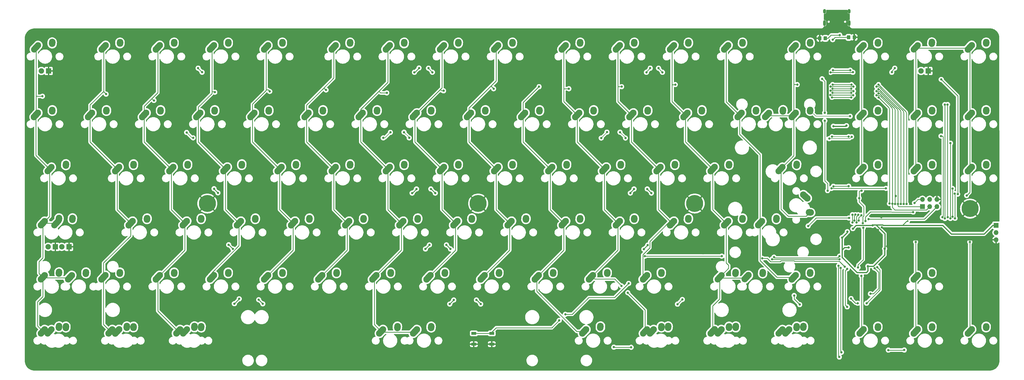
<source format=gtl>
%TF.GenerationSoftware,KiCad,Pcbnew,(6.0.6)*%
%TF.CreationDate,2023-03-05T15:32:32+02:00*%
%TF.ProjectId,UniversalTKL,556e6976-6572-4736-916c-544b4c2e6b69,rev?*%
%TF.SameCoordinates,Original*%
%TF.FileFunction,Copper,L1,Top*%
%TF.FilePolarity,Positive*%
%FSLAX46Y46*%
G04 Gerber Fmt 4.6, Leading zero omitted, Abs format (unit mm)*
G04 Created by KiCad (PCBNEW (6.0.6)) date 2023-03-05 15:32:32*
%MOMM*%
%LPD*%
G01*
G04 APERTURE LIST*
G04 Aperture macros list*
%AMRoundRect*
0 Rectangle with rounded corners*
0 $1 Rounding radius*
0 $2 $3 $4 $5 $6 $7 $8 $9 X,Y pos of 4 corners*
0 Add a 4 corners polygon primitive as box body*
4,1,4,$2,$3,$4,$5,$6,$7,$8,$9,$2,$3,0*
0 Add four circle primitives for the rounded corners*
1,1,$1+$1,$2,$3*
1,1,$1+$1,$4,$5*
1,1,$1+$1,$6,$7*
1,1,$1+$1,$8,$9*
0 Add four rect primitives between the rounded corners*
20,1,$1+$1,$2,$3,$4,$5,0*
20,1,$1+$1,$4,$5,$6,$7,0*
20,1,$1+$1,$6,$7,$8,$9,0*
20,1,$1+$1,$8,$9,$2,$3,0*%
%AMHorizOval*
0 Thick line with rounded ends*
0 $1 width*
0 $2 $3 position (X,Y) of the first rounded end (center of the circle)*
0 $4 $5 position (X,Y) of the second rounded end (center of the circle)*
0 Add line between two ends*
20,1,$1,$2,$3,$4,$5,0*
0 Add two circle primitives to create the rounded ends*
1,1,$1,$2,$3*
1,1,$1,$4,$5*%
G04 Aperture macros list end*
%TA.AperFunction,ComponentPad*%
%ADD10HorizOval,2.300000X0.681998X0.731354X-0.681998X-0.731354X0*%
%TD*%
%TA.AperFunction,ComponentPad*%
%ADD11HorizOval,2.300000X0.008725X0.249848X-0.008725X-0.249848X0*%
%TD*%
%TA.AperFunction,SMDPad,CuDef*%
%ADD12RoundRect,0.250000X0.350000X0.450000X-0.350000X0.450000X-0.350000X-0.450000X0.350000X-0.450000X0*%
%TD*%
%TA.AperFunction,ComponentPad*%
%ADD13HorizOval,2.300000X0.647898X0.694786X-0.647898X-0.694786X0*%
%TD*%
%TA.AperFunction,ComponentPad*%
%ADD14HorizOval,2.300000X0.015701X0.299589X-0.015701X-0.299589X0*%
%TD*%
%TA.AperFunction,ComponentPad*%
%ADD15C,6.000000*%
%TD*%
%TA.AperFunction,SMDPad,CuDef*%
%ADD16RoundRect,0.250000X-0.350000X-0.450000X0.350000X-0.450000X0.350000X0.450000X-0.350000X0.450000X0*%
%TD*%
%TA.AperFunction,ComponentPad*%
%ADD17HorizOval,2.200000X0.681998X0.731354X-0.681998X-0.731354X0*%
%TD*%
%TA.AperFunction,ComponentPad*%
%ADD18C,1.905000*%
%TD*%
%TA.AperFunction,ComponentPad*%
%ADD19R,1.905000X1.905000*%
%TD*%
%TA.AperFunction,SMDPad,CuDef*%
%ADD20R,1.700000X1.000000*%
%TD*%
%TA.AperFunction,ComponentPad*%
%ADD21R,1.700000X1.700000*%
%TD*%
%TA.AperFunction,ComponentPad*%
%ADD22O,1.700000X1.700000*%
%TD*%
%TA.AperFunction,ComponentPad*%
%ADD23HorizOval,2.300000X0.299589X-0.015701X-0.299589X0.015701X0*%
%TD*%
%TA.AperFunction,ComponentPad*%
%ADD24HorizOval,2.300000X0.705988X-0.635674X-0.705988X0.635674X0*%
%TD*%
%TA.AperFunction,ComponentPad*%
%ADD25O,1.000000X2.100000*%
%TD*%
%TA.AperFunction,ComponentPad*%
%ADD26O,1.000000X1.600000*%
%TD*%
%TA.AperFunction,ViaPad*%
%ADD27C,0.800000*%
%TD*%
%TA.AperFunction,ViaPad*%
%ADD28C,0.600000*%
%TD*%
%TA.AperFunction,Conductor*%
%ADD29C,0.400000*%
%TD*%
%TA.AperFunction,Conductor*%
%ADD30C,0.250000*%
%TD*%
%TA.AperFunction,Conductor*%
%ADD31C,0.200000*%
%TD*%
G04 APERTURE END LIST*
D10*
%TO.P,MX14,1,COL*%
%TO.N,col1*%
X69031250Y-101525000D03*
D11*
%TO.P,MX14,2,ROW*%
%TO.N,Net-(D5-Pad2)*%
X74781250Y-99975000D03*
%TD*%
D12*
%TO.P,R_USB2,1*%
%TO.N,GND*%
X323670000Y-36110000D03*
%TO.P,R_USB2,2*%
%TO.N,Net-(R_USB2-Pad2)*%
X321670000Y-36110000D03*
%TD*%
D10*
%TO.P,MX62,1,COL*%
%TO.N,col4*%
X221431250Y-39612500D03*
D11*
%TO.P,MX62,2,ROW*%
%TO.N,Net-(D28-Pad2)*%
X227181250Y-38062500D03*
%TD*%
D13*
%TO.P,MX60,1,COL*%
%TO.N,col5*%
X228625000Y-139625000D03*
D14*
%TO.P,MX60,2,ROW*%
%TO.N,Net-(D29-Pad1)*%
X234325000Y-138025000D03*
%TD*%
D10*
%TO.P,MX94,1,COL*%
%TO.N,col7*%
X326206250Y-139625000D03*
D11*
%TO.P,MX94,2,ROW*%
%TO.N,Net-(D45-Pad1)*%
X331956250Y-138075000D03*
%TD*%
D10*
%TO.P,MX75,1,COL*%
%TO.N,col6*%
X264293750Y-63425000D03*
D11*
%TO.P,MX75,2,ROW*%
%TO.N,Net-(D36-Pad1)*%
X270043750Y-61875000D03*
%TD*%
D10*
%TO.P,MX85,1,COL*%
%TO.N,col7*%
X302393750Y-120575000D03*
D11*
%TO.P,MX85,2,ROW*%
%TO.N,Net-(D41-Pad1)*%
X308143750Y-119025000D03*
%TD*%
D15*
%TO.P,,1*%
%TO.N,GND*%
X364400000Y-96400000D03*
%TD*%
%TO.P,,1*%
%TO.N,GND*%
X96000000Y-94600000D03*
%TD*%
D10*
%TO.P,MX49,1,COL*%
%TO.N,col3*%
X183331250Y-101525000D03*
D11*
%TO.P,MX49,2,ROW*%
%TO.N,Net-(D23-Pad2)*%
X189081250Y-99975000D03*
%TD*%
D10*
%TO.P,MX27,1,COL*%
%TO.N,col1*%
X107131250Y-101525000D03*
D11*
%TO.P,MX27,2,ROW*%
%TO.N,Net-(D11-Pad2)*%
X112881250Y-99975000D03*
%TD*%
D10*
%TO.P,MX74,1,COL*%
%TO.N,col6*%
X259531250Y-39612500D03*
D11*
%TO.P,MX74,2,ROW*%
%TO.N,Net-(D35-Pad2)*%
X265281250Y-38062500D03*
%TD*%
D10*
%TO.P,MX16,1,COL*%
%TO.N,col1*%
X64268750Y-139625000D03*
D11*
%TO.P,MX16,2,ROW*%
%TO.N,Net-(D1-Pad2)*%
X70018750Y-138075000D03*
%TD*%
D13*
%TO.P,MX2,1,COL*%
%TO.N,col0*%
X38125000Y-120575000D03*
D14*
%TO.P,MX2,2,ROW*%
%TO.N,Net-(D6-Pad1)*%
X43825000Y-118975000D03*
%TD*%
D13*
%TO.P,MX104,1,COL*%
%TO.N,col6*%
X285775000Y-120525000D03*
D14*
%TO.P,MX104,2,ROW*%
%TO.N,Net-(D33-Pad2)*%
X291425000Y-119025000D03*
%TD*%
D15*
%TO.P,,1*%
%TO.N,GND*%
X267500000Y-94600000D03*
%TD*%
D10*
%TO.P,MX20,1,COL*%
%TO.N,col0*%
X83318750Y-82475000D03*
D11*
%TO.P,MX20,2,ROW*%
%TO.N,Net-(D10-Pad1)*%
X89068750Y-80925000D03*
%TD*%
D10*
%TO.P,MX33,1,COL*%
%TO.N,col2*%
X116656250Y-120575000D03*
D11*
%TO.P,MX33,2,ROW*%
%TO.N,Net-(D12-Pad2)*%
X122406250Y-119025000D03*
%TD*%
D10*
%TO.P,MX48,1,COL*%
%TO.N,col3*%
X178568750Y-82475000D03*
D11*
%TO.P,MX48,2,ROW*%
%TO.N,Net-(D22-Pad2)*%
X184318750Y-80925000D03*
%TD*%
D10*
%TO.P,MX31,1,COL*%
%TO.N,col2*%
X121418750Y-82475000D03*
D11*
%TO.P,MX31,2,ROW*%
%TO.N,Net-(D16-Pad1)*%
X127168750Y-80925000D03*
%TD*%
D16*
%TO.P,R_USB1,1*%
%TO.N,GND*%
X311490000Y-36450000D03*
%TO.P,R_USB1,2*%
%TO.N,Net-(R_USB1-Pad2)*%
X313490000Y-36450000D03*
%TD*%
D13*
%TO.P,MX45,1,COL*%
%TO.N,col2*%
X169093750Y-139625000D03*
D14*
%TO.P,MX45,2,ROW*%
%TO.N,Net-(D13-Pad2)*%
X174743750Y-138075000D03*
%TD*%
D13*
%TO.P,MX73,1,COL*%
%TO.N,col6*%
X276250000Y-139625000D03*
D14*
%TO.P,MX73,2,ROW*%
%TO.N,Net-(D38-Pad1)*%
X281950000Y-138025000D03*
%TD*%
D13*
%TO.P,MX84,1,COL*%
%TO.N,col7*%
X290537500Y-101525000D03*
D14*
%TO.P,MX84,2,ROW*%
%TO.N,Net-(D37-Pad2)*%
X296237500Y-99975000D03*
%TD*%
D10*
%TO.P,MX91,1,COL*%
%TO.N,col7*%
X326206250Y-39612500D03*
D11*
%TO.P,MX91,2,ROW*%
%TO.N,Net-(D43-Pad1)*%
X331956250Y-38062500D03*
%TD*%
D10*
%TO.P,MX11,1,COL*%
%TO.N,col1*%
X59506250Y-39612500D03*
D11*
%TO.P,MX11,2,ROW*%
%TO.N,Net-(D2-Pad2)*%
X65256250Y-38062500D03*
%TD*%
D10*
%TO.P,MX22,1,COL*%
%TO.N,col0*%
X78556250Y-120575000D03*
D11*
%TO.P,MX22,2,ROW*%
%TO.N,Net-(D7-Pad2)*%
X84306250Y-119025000D03*
%TD*%
D10*
%TO.P,MX51,1,COL*%
%TO.N,col4*%
X197618750Y-39612500D03*
D11*
%TO.P,MX51,2,ROW*%
%TO.N,Net-(D28-Pad1)*%
X203368750Y-38062500D03*
%TD*%
D13*
%TO.P,MX3,1,COL*%
%TO.N,col0*%
X38125000Y-139625000D03*
D14*
%TO.P,MX3,2,ROW*%
%TO.N,Net-(D1-Pad1)*%
X43825000Y-138025000D03*
%TD*%
D10*
%TO.P,MX54,1,COL*%
%TO.N,col4*%
X202381250Y-101525000D03*
D11*
%TO.P,MX54,2,ROW*%
%TO.N,Net-(D27-Pad1)*%
X208131250Y-99975000D03*
%TD*%
D10*
%TO.P,MX43,1,COL*%
%TO.N,col2*%
X164281250Y-101525000D03*
D11*
%TO.P,MX43,2,ROW*%
%TO.N,Net-(D23-Pad1)*%
X170031250Y-99975000D03*
%TD*%
D10*
%TO.P,MX30,1,COL*%
%TO.N,col2*%
X111893750Y-63425000D03*
D11*
%TO.P,MX30,2,ROW*%
%TO.N,Net-(D15-Pad1)*%
X117643750Y-61875000D03*
%TD*%
D10*
%TO.P,MX65,1,COL*%
%TO.N,col4*%
X240481250Y-101525000D03*
D11*
%TO.P,MX65,2,ROW*%
%TO.N,Net-(D33-Pad1)*%
X246231250Y-99975000D03*
%TD*%
D10*
%TO.P,MX35,1,COL*%
%TO.N,col3*%
X130943750Y-63425000D03*
D11*
%TO.P,MX35,2,ROW*%
%TO.N,Net-(D15-Pad2)*%
X136693750Y-61875000D03*
%TD*%
D10*
%TO.P,MX79,1,COL*%
%TO.N,col6*%
X273818750Y-139625000D03*
D11*
%TO.P,MX79,2,ROW*%
%TO.N,Net-(D38-Pad1)*%
X279568750Y-138075000D03*
%TD*%
D15*
%TO.P,,1*%
%TO.N,GND*%
X191300000Y-94600000D03*
%TD*%
D10*
%TO.P,MX102,1,COL*%
%TO.N,col8*%
X364306250Y-82475000D03*
D11*
%TO.P,MX102,2,ROW*%
%TO.N,Net-(D49-Pad2)*%
X370056250Y-80925000D03*
%TD*%
D17*
%TO.P,MX6,1,COL*%
%TO.N,col0*%
X40506250Y-82475000D03*
D14*
%TO.P,MX6,2,ROW*%
%TO.N,Net-(D4-Pad1)*%
X46206250Y-80925000D03*
%TD*%
D13*
%TO.P,MX10,1,COL*%
%TO.N,col1*%
X61937500Y-139625000D03*
D14*
%TO.P,MX10,2,ROW*%
%TO.N,Net-(D1-Pad2)*%
X67637500Y-138025000D03*
%TD*%
D17*
%TO.P,MX95,1,COL*%
%TO.N,col8*%
X345306250Y-39612500D03*
D14*
%TO.P,MX95,2,ROW*%
%TO.N,Net-(D43-Pad2)*%
X350956250Y-38062500D03*
D18*
%TO.P,MX95,3,LED*%
%TO.N,scroll*%
X347186250Y-47942500D03*
D19*
%TO.P,MX95,4,LEDGND*%
%TO.N,GND*%
X349726250Y-47942500D03*
%TD*%
D13*
%TO.P,MX89,1,COL*%
%TO.N,col6*%
X292918750Y-63425000D03*
D14*
%TO.P,MX89,2,ROW*%
%TO.N,Net-(D42-Pad1)*%
X298568750Y-61875000D03*
%TD*%
D10*
%TO.P,MX25,1,COL*%
%TO.N,col1*%
X92843750Y-63425000D03*
D11*
%TO.P,MX25,2,ROW*%
%TO.N,Net-(D9-Pad2)*%
X98593750Y-61875000D03*
%TD*%
D10*
%TO.P,MX82,1,COL*%
%TO.N,col7*%
X278581250Y-39612500D03*
D11*
%TO.P,MX82,2,ROW*%
%TO.N,Net-(D40-Pad1)*%
X284331250Y-38062500D03*
%TD*%
D10*
%TO.P,MX18,1,COL*%
%TO.N,col0*%
X78556250Y-39612500D03*
D11*
%TO.P,MX18,2,ROW*%
%TO.N,Net-(D8-Pad1)*%
X84306250Y-38062500D03*
%TD*%
D10*
%TO.P,MX68,1,COL*%
%TO.N,col5*%
X240481250Y-39612500D03*
D11*
%TO.P,MX68,2,ROW*%
%TO.N,Net-(D35-Pad1)*%
X246231250Y-38062500D03*
%TD*%
D10*
%TO.P,MX77,1,COL*%
%TO.N,col6*%
X278581250Y-101525000D03*
D11*
%TO.P,MX77,2,ROW*%
%TO.N,Net-(D37-Pad1)*%
X284331250Y-99975000D03*
%TD*%
D10*
%TO.P,MX46,1,COL*%
%TO.N,col3*%
X178568750Y-39612500D03*
D11*
%TO.P,MX46,2,ROW*%
%TO.N,Net-(D20-Pad2)*%
X184318750Y-38062500D03*
%TD*%
D10*
%TO.P,MX26,1,COL*%
%TO.N,col1*%
X102368750Y-82475000D03*
D11*
%TO.P,MX26,2,ROW*%
%TO.N,Net-(D10-Pad2)*%
X108118750Y-80925000D03*
%TD*%
D10*
%TO.P,MX19,1,COL*%
%TO.N,col0*%
X73793750Y-63425000D03*
D11*
%TO.P,MX19,2,ROW*%
%TO.N,Net-(D9-Pad1)*%
X79543750Y-61875000D03*
%TD*%
D13*
%TO.P,MX8,1,COL*%
%TO.N,col0*%
X47650000Y-120575000D03*
D14*
%TO.P,MX8,2,ROW*%
%TO.N,Net-(D6-Pad1)*%
X53300000Y-119025000D03*
%TD*%
D10*
%TO.P,MX36,1,COL*%
%TO.N,col3*%
X140468750Y-82475000D03*
D11*
%TO.P,MX36,2,ROW*%
%TO.N,Net-(D16-Pad2)*%
X146218750Y-80925000D03*
%TD*%
D10*
%TO.P,MX42,1,COL*%
%TO.N,col2*%
X159518750Y-82475000D03*
D11*
%TO.P,MX42,2,ROW*%
%TO.N,Net-(D22-Pad1)*%
X165268750Y-80925000D03*
%TD*%
D10*
%TO.P,MX83,1,COL*%
%TO.N,col7*%
X283343750Y-63425000D03*
D11*
%TO.P,MX83,2,ROW*%
%TO.N,Net-(D36-Pad2)*%
X289093750Y-61875000D03*
%TD*%
D17*
%TO.P,MX23,1,COL*%
%TO.N,col0*%
X88131250Y-139625000D03*
D14*
%TO.P,MX23,2,ROW*%
%TO.N,Net-(D13-Pad1)*%
X93831250Y-138075000D03*
%TD*%
D20*
%TO.P,J1,1,Pin_1*%
%TO.N,GND*%
X189790000Y-144130000D03*
X196090000Y-144130000D03*
%TO.P,J1,2,Pin_2*%
%TO.N,RST*%
X196090000Y-140330000D03*
X189790000Y-140330000D03*
%TD*%
D10*
%TO.P,MX38,1,COL*%
%TO.N,col3*%
X135706250Y-120575000D03*
D11*
%TO.P,MX38,2,ROW*%
%TO.N,Net-(D19-Pad1)*%
X141456250Y-119025000D03*
%TD*%
D13*
%TO.P,MX1,1,COL*%
%TO.N,col0*%
X38125000Y-101500000D03*
D14*
%TO.P,MX1,2,ROW*%
%TO.N,Net-(D5-Pad1)*%
X43800000Y-100000000D03*
D18*
%TO.P,MX1,3,LED*%
%TO.N,CAPS*%
X40005000Y-109855000D03*
D19*
%TO.P,MX1,4,LEDGND*%
%TO.N,GND*%
X42545000Y-109855000D03*
%TD*%
D21*
%TO.P,J4,1,Pin_1*%
%TO.N,col3*%
X347650000Y-95720000D03*
D22*
%TO.P,J4,2,Pin_2*%
%TO.N,+5V*%
X347650000Y-93180000D03*
%TO.P,J4,3,Pin_3*%
%TO.N,col1*%
X350190000Y-95720000D03*
%TO.P,J4,4,Pin_4*%
%TO.N,col2*%
X350190000Y-93180000D03*
%TO.P,J4,5,Pin_5*%
%TO.N,RST*%
X352730000Y-95720000D03*
%TO.P,J4,6,Pin_6*%
%TO.N,GND*%
X352730000Y-93180000D03*
%TD*%
D10*
%TO.P,MX29,1,COL*%
%TO.N,col2*%
X116656250Y-39612500D03*
D11*
%TO.P,MX29,2,ROW*%
%TO.N,Net-(D14-Pad1)*%
X122406250Y-38062500D03*
%TD*%
D10*
%TO.P,MX34,1,COL*%
%TO.N,col3*%
X140468750Y-39612500D03*
D11*
%TO.P,MX34,2,ROW*%
%TO.N,Net-(D14-Pad2)*%
X146218750Y-38062500D03*
%TD*%
D10*
%TO.P,MX100,1,COL*%
%TO.N,col8*%
X364306250Y-39612500D03*
D11*
%TO.P,MX100,2,ROW*%
%TO.N,Net-(D47-Pad2)*%
X370056250Y-38062500D03*
%TD*%
D10*
%TO.P,MX64,1,COL*%
%TO.N,col4*%
X235718750Y-82475000D03*
D11*
%TO.P,MX64,2,ROW*%
%TO.N,Net-(D32-Pad1)*%
X241468750Y-80925000D03*
%TD*%
D17*
%TO.P,MX90,1,COL*%
%TO.N,col6*%
X297681250Y-82475000D03*
D14*
%TO.P,MX90,2,ROW*%
%TO.N,Net-(D39-Pad2)*%
X303381250Y-80925000D03*
%TD*%
D10*
%TO.P,MX28,1,COL*%
%TO.N,col1*%
X97606250Y-120575000D03*
D11*
%TO.P,MX28,2,ROW*%
%TO.N,Net-(D12-Pad1)*%
X103356250Y-119025000D03*
%TD*%
D10*
%TO.P,MX57,1,COL*%
%TO.N,col5*%
X216668750Y-82475000D03*
D11*
%TO.P,MX57,2,ROW*%
%TO.N,Net-(D26-Pad2)*%
X222418750Y-80925000D03*
%TD*%
D13*
%TO.P,MX61,1,COL*%
%TO.N,col4*%
X252437500Y-139625000D03*
D14*
%TO.P,MX61,2,ROW*%
%TO.N,Net-(D29-Pad2)*%
X258137500Y-138025000D03*
%TD*%
D10*
%TO.P,MX32,1,COL*%
%TO.N,col2*%
X126181250Y-101525000D03*
D11*
%TO.P,MX32,2,ROW*%
%TO.N,Net-(D17-Pad1)*%
X131931250Y-99975000D03*
%TD*%
D21*
%TO.P,J2,1,Pin_1*%
%TO.N,+5V*%
X373600000Y-102265000D03*
D22*
%TO.P,J2,2,Pin_2*%
%TO.N,rgbout*%
X373600000Y-104805000D03*
%TO.P,J2,3,Pin_3*%
%TO.N,GND*%
X373600000Y-107345000D03*
%TD*%
D10*
%TO.P,MX5,1,COL*%
%TO.N,col0*%
X35693750Y-63425000D03*
D11*
%TO.P,MX5,2,ROW*%
%TO.N,Net-(D3-Pad1)*%
X41443750Y-61875000D03*
%TD*%
D10*
%TO.P,MX12,1,COL*%
%TO.N,col1*%
X54743750Y-63425000D03*
D11*
%TO.P,MX12,2,ROW*%
%TO.N,Net-(D3-Pad2)*%
X60493750Y-61875000D03*
%TD*%
D13*
%TO.P,MX39,1,COL*%
%TO.N,col2*%
X157187500Y-139625000D03*
D14*
%TO.P,MX39,2,ROW*%
%TO.N,Net-(D13-Pad2)*%
X162887500Y-138075000D03*
%TD*%
D10*
%TO.P,MX50,1,COL*%
%TO.N,col3*%
X173806250Y-120575000D03*
D11*
%TO.P,MX50,2,ROW*%
%TO.N,Net-(D24-Pad1)*%
X179556250Y-119025000D03*
%TD*%
D13*
%TO.P,MX17,1,COL*%
%TO.N,col0*%
X85750000Y-139625000D03*
D14*
%TO.P,MX17,2,ROW*%
%TO.N,Net-(D13-Pad1)*%
X91450000Y-138025000D03*
%TD*%
D13*
%TO.P,MX81,1,COL*%
%TO.N,col7*%
X300062500Y-139625000D03*
D14*
%TO.P,MX81,2,ROW*%
%TO.N,Net-(D38-Pad2)*%
X305762500Y-138025000D03*
%TD*%
D10*
%TO.P,MX97,1,COL*%
%TO.N,col8*%
X345256250Y-82475000D03*
D11*
%TO.P,MX97,2,ROW*%
%TO.N,Net-(D44-Pad2)*%
X351006250Y-80925000D03*
%TD*%
D10*
%TO.P,MX21,1,COL*%
%TO.N,col0*%
X88081250Y-101525000D03*
D11*
%TO.P,MX21,2,ROW*%
%TO.N,Net-(D11-Pad1)*%
X93831250Y-99975000D03*
%TD*%
D10*
%TO.P,MX53,1,COL*%
%TO.N,col4*%
X197618750Y-82475000D03*
D11*
%TO.P,MX53,2,ROW*%
%TO.N,Net-(D26-Pad1)*%
X203368750Y-80925000D03*
%TD*%
D10*
%TO.P,MX44,1,COL*%
%TO.N,col2*%
X154756250Y-120575000D03*
D11*
%TO.P,MX44,2,ROW*%
%TO.N,Net-(D19-Pad2)*%
X160506250Y-119025000D03*
%TD*%
D10*
%TO.P,MX24,1,COL*%
%TO.N,col1*%
X97606250Y-39612500D03*
D11*
%TO.P,MX24,2,ROW*%
%TO.N,Net-(D8-Pad2)*%
X103356250Y-38062500D03*
%TD*%
D10*
%TO.P,MX72,1,COL*%
%TO.N,col5*%
X250006250Y-120575000D03*
D11*
%TO.P,MX72,2,ROW*%
%TO.N,Net-(D34-Pad1)*%
X255756250Y-119025000D03*
%TD*%
D10*
%TO.P,MX37,1,COL*%
%TO.N,col3*%
X145231250Y-101525000D03*
D11*
%TO.P,MX37,2,ROW*%
%TO.N,Net-(D17-Pad2)*%
X150981250Y-99975000D03*
%TD*%
D10*
%TO.P,MX52,1,COL*%
%TO.N,col4*%
X188093750Y-63425000D03*
D11*
%TO.P,MX52,2,ROW*%
%TO.N,Net-(D25-Pad1)*%
X193843750Y-61875000D03*
%TD*%
D17*
%TO.P,MX9,1,COL*%
%TO.N,col0*%
X40506250Y-139625000D03*
D14*
%TO.P,MX9,2,ROW*%
%TO.N,Net-(D1-Pad1)*%
X46206250Y-138075000D03*
%TD*%
D17*
%TO.P,MX4,1,COL*%
%TO.N,col0*%
X35743750Y-39612500D03*
D14*
%TO.P,MX4,2,ROW*%
%TO.N,Net-(D2-Pad1)*%
X41393750Y-38062500D03*
D18*
%TO.P,MX4,3,LED*%
%TO.N,layer*%
X37623750Y-47942500D03*
D19*
%TO.P,MX4,4,LEDGND*%
%TO.N,GND*%
X40163750Y-47942500D03*
%TD*%
D10*
%TO.P,MX93,1,COL*%
%TO.N,col7*%
X326206250Y-82475000D03*
D11*
%TO.P,MX93,2,ROW*%
%TO.N,Net-(D44-Pad1)*%
X331956250Y-80925000D03*
%TD*%
D10*
%TO.P,MX96,1,COL*%
%TO.N,col8*%
X345256250Y-63425000D03*
D11*
%TO.P,MX96,2,ROW*%
%TO.N,Net-(D46-Pad2)*%
X351006250Y-61875000D03*
%TD*%
D23*
%TO.P,MX80,1,COL*%
%TO.N,col6*%
X308012500Y-97750000D03*
D24*
%TO.P,MX80,2,ROW*%
%TO.N,Net-(D36-Pad2)*%
X306462500Y-92100000D03*
%TD*%
D10*
%TO.P,MX92,1,COL*%
%TO.N,col7*%
X326206250Y-63425000D03*
D11*
%TO.P,MX92,2,ROW*%
%TO.N,Net-(D42-Pad2)*%
X331956250Y-61875000D03*
%TD*%
D10*
%TO.P,MX71,1,COL*%
%TO.N,col5*%
X259531250Y-101525000D03*
D11*
%TO.P,MX71,2,ROW*%
%TO.N,Net-(D33-Pad2)*%
X265281250Y-99975000D03*
%TD*%
D10*
%TO.P,MX70,1,COL*%
%TO.N,col5*%
X254768750Y-82475000D03*
D11*
%TO.P,MX70,2,ROW*%
%TO.N,Net-(D32-Pad2)*%
X260518750Y-80925000D03*
%TD*%
D10*
%TO.P,MX103,1,COL*%
%TO.N,col8*%
X364306250Y-139625000D03*
D11*
%TO.P,MX103,2,ROW*%
%TO.N,Net-(D50-Pad2)*%
X370056250Y-138075000D03*
%TD*%
D10*
%TO.P,MX56,1,COL*%
%TO.N,col5*%
X207143750Y-63425000D03*
D11*
%TO.P,MX56,2,ROW*%
%TO.N,Net-(D25-Pad2)*%
X212893750Y-61875000D03*
%TD*%
D10*
%TO.P,MX88,1,COL*%
%TO.N,col6*%
X302393750Y-39612500D03*
D11*
%TO.P,MX88,2,ROW*%
%TO.N,Net-(D40-Pad2)*%
X308143750Y-38062500D03*
%TD*%
D10*
%TO.P,MX40,1,COL*%
%TO.N,col2*%
X159518750Y-39612500D03*
D11*
%TO.P,MX40,2,ROW*%
%TO.N,Net-(D20-Pad1)*%
X165268750Y-38062500D03*
%TD*%
D17*
%TO.P,MX7,1,COL*%
%TO.N,col0*%
X42887500Y-101525000D03*
D14*
%TO.P,MX7,2,ROW*%
%TO.N,Net-(D5-Pad1)*%
X48537500Y-99975000D03*
D18*
%TO.P,MX7,3,LED*%
%TO.N,CAPS*%
X44767500Y-109855000D03*
D19*
%TO.P,MX7,4,LEDGND*%
%TO.N,GND*%
X47307500Y-109855000D03*
%TD*%
D10*
%TO.P,MX99,1,COL*%
%TO.N,col8*%
X345256250Y-139625000D03*
D11*
%TO.P,MX99,2,ROW*%
%TO.N,Net-(D45-Pad2)*%
X351006250Y-138075000D03*
%TD*%
D17*
%TO.P,MX86,1,COL*%
%TO.N,col7*%
X297681250Y-139625000D03*
D14*
%TO.P,MX86,2,ROW*%
%TO.N,Net-(D38-Pad2)*%
X303381250Y-138075000D03*
%TD*%
D17*
%TO.P,MX67,1,COL*%
%TO.N,col4*%
X250056250Y-139625000D03*
D14*
%TO.P,MX67,2,ROW*%
%TO.N,Net-(D29-Pad2)*%
X255756250Y-138075000D03*
%TD*%
D10*
%TO.P,MX87,1,COL*%
%TO.N,col6*%
X302393750Y-63425000D03*
D11*
%TO.P,MX87,2,ROW*%
%TO.N,Net-(D42-Pad1)*%
X308143750Y-61875000D03*
%TD*%
D10*
%TO.P,MX59,1,COL*%
%TO.N,col5*%
X211906250Y-120575000D03*
D11*
%TO.P,MX59,2,ROW*%
%TO.N,Net-(D30-Pad1)*%
X217656250Y-119025000D03*
%TD*%
D10*
%TO.P,MX58,1,COL*%
%TO.N,col5*%
X221431250Y-101525000D03*
D11*
%TO.P,MX58,2,ROW*%
%TO.N,Net-(D27-Pad2)*%
X227181250Y-99975000D03*
%TD*%
D17*
%TO.P,MX78,1,COL*%
%TO.N,col6*%
X276250000Y-120575000D03*
D14*
%TO.P,MX78,2,ROW*%
%TO.N,Net-(D34-Pad2)*%
X281900000Y-119025000D03*
%TD*%
D10*
%TO.P,MX13,1,COL*%
%TO.N,col1*%
X64268750Y-82475000D03*
D11*
%TO.P,MX13,2,ROW*%
%TO.N,Net-(D4-Pad2)*%
X70018750Y-80925000D03*
%TD*%
D10*
%TO.P,MX98,1,COL*%
%TO.N,col8*%
X345256250Y-120575000D03*
D11*
%TO.P,MX98,2,ROW*%
%TO.N,Net-(D41-Pad2)*%
X351006250Y-119025000D03*
%TD*%
D10*
%TO.P,MX15,1,COL*%
%TO.N,col1*%
X59480000Y-120575000D03*
D11*
%TO.P,MX15,2,ROW*%
%TO.N,Net-(D6-Pad2)*%
X65230000Y-119025000D03*
%TD*%
D10*
%TO.P,MX63,1,COL*%
%TO.N,col4*%
X226193750Y-63425000D03*
D11*
%TO.P,MX63,2,ROW*%
%TO.N,Net-(D31-Pad1)*%
X231943750Y-61875000D03*
%TD*%
D10*
%TO.P,MX66,1,COL*%
%TO.N,col4*%
X230956250Y-120575000D03*
D11*
%TO.P,MX66,2,ROW*%
%TO.N,Net-(D30-Pad2)*%
X236706250Y-119025000D03*
%TD*%
D10*
%TO.P,MX76,1,COL*%
%TO.N,col6*%
X273818750Y-82475000D03*
D11*
%TO.P,MX76,2,ROW*%
%TO.N,Net-(D39-Pad1)*%
X279568750Y-80925000D03*
%TD*%
D10*
%TO.P,MX47,1,COL*%
%TO.N,col3*%
X169043750Y-63425000D03*
D11*
%TO.P,MX47,2,ROW*%
%TO.N,Net-(D21-Pad2)*%
X174793750Y-61875000D03*
%TD*%
D10*
%TO.P,MX101,1,COL*%
%TO.N,col8*%
X364306250Y-63425000D03*
D11*
%TO.P,MX101,2,ROW*%
%TO.N,Net-(D48-Pad2)*%
X370056250Y-61875000D03*
%TD*%
D10*
%TO.P,MX55,1,COL*%
%TO.N,col4*%
X192856250Y-120575000D03*
D11*
%TO.P,MX55,2,ROW*%
%TO.N,Net-(D24-Pad2)*%
X198606250Y-119025000D03*
%TD*%
D10*
%TO.P,MX41,1,COL*%
%TO.N,col2*%
X149993750Y-63425000D03*
D11*
%TO.P,MX41,2,ROW*%
%TO.N,Net-(D21-Pad1)*%
X155743750Y-61875000D03*
%TD*%
D10*
%TO.P,MX69,1,COL*%
%TO.N,col5*%
X245243750Y-63425000D03*
D11*
%TO.P,MX69,2,ROW*%
%TO.N,Net-(D31-Pad2)*%
X250993750Y-61875000D03*
%TD*%
D25*
%TO.P,USB1,13,SHIELD*%
%TO.N,unconnected-(USB1-Pad13)*%
X313220000Y-31117500D03*
D26*
X313220000Y-26937500D03*
X321860000Y-26937500D03*
D25*
X321860000Y-31117500D03*
%TD*%
D27*
%TO.N,+5V*%
X323160000Y-103450000D03*
X330100000Y-102300000D03*
X328450000Y-116650000D03*
X319350000Y-106620000D03*
D28*
X342500000Y-100770000D03*
D27*
X344850000Y-94410000D03*
X334340000Y-110510000D03*
X321215802Y-104511190D03*
X321650000Y-110110000D03*
X320900000Y-67180000D03*
X316300500Y-67390000D03*
%TO.N,GND*%
X248680000Y-149140000D03*
X323890000Y-116660000D03*
X325210000Y-149040000D03*
X109930000Y-142070000D03*
X305160000Y-35640000D03*
X353230000Y-148220000D03*
X330160000Y-94020000D03*
X288390000Y-113050000D03*
X215560000Y-147540000D03*
X343580000Y-92990000D03*
X343720000Y-75330000D03*
X335219500Y-109680000D03*
X87520000Y-148780000D03*
X322460000Y-34010000D03*
X316120000Y-96290000D03*
X318699500Y-62590000D03*
X225830000Y-150020000D03*
X188080000Y-150540000D03*
X319480000Y-96290000D03*
X293860000Y-140960000D03*
X353950000Y-91350000D03*
X271360000Y-44810000D03*
X118810000Y-149080000D03*
X316420000Y-43890000D03*
X312880000Y-33940000D03*
X71710000Y-42590000D03*
X291220000Y-69330000D03*
X287040000Y-140450000D03*
X129980000Y-149610000D03*
X333330000Y-102930000D03*
X228420000Y-45540000D03*
X333200000Y-99400000D03*
X291550000Y-149350000D03*
X298700000Y-125750000D03*
X348330000Y-75430000D03*
X323190000Y-94630000D03*
X297430000Y-116530000D03*
X191860000Y-43200000D03*
X298150000Y-44490000D03*
X172740000Y-149450000D03*
X246210000Y-140920000D03*
X321920000Y-105630000D03*
X293160000Y-126700000D03*
X153010000Y-42120000D03*
X97300000Y-147310000D03*
X332010000Y-91840000D03*
X249450000Y-146730000D03*
X333100000Y-45800000D03*
X331960000Y-103910000D03*
X270430000Y-112150000D03*
X110810000Y-40410000D03*
X234740000Y-149100000D03*
X200820000Y-147090000D03*
%TO.N,row10*%
X318400000Y-148640000D03*
X318130000Y-116560000D03*
%TO.N,row0*%
X356498908Y-59755555D03*
X322220000Y-47670000D03*
X316120000Y-47670000D03*
X356520000Y-99450000D03*
%TO.N,row2*%
X357500000Y-73370000D03*
X321699500Y-71060000D03*
X315810000Y-71060000D03*
X357480000Y-99870000D03*
%TO.N,row4*%
X359111178Y-99800081D03*
X321699500Y-88500000D03*
X316300500Y-88550000D03*
X358974500Y-91100000D03*
%TO.N,row6*%
X318470000Y-113130000D03*
X295406518Y-113468201D03*
%TO.N,row8*%
X261434500Y-130034500D03*
X192190000Y-130004500D03*
X181300000Y-130004500D03*
X114080000Y-128465500D03*
X190690000Y-128555500D03*
X324870000Y-129700000D03*
X263150000Y-128380000D03*
X328000000Y-129690000D03*
X182710000Y-128555500D03*
X105510000Y-129870000D03*
X115520000Y-129914500D03*
X331740000Y-117000000D03*
X322530000Y-128070000D03*
X107210000Y-128150000D03*
%TO.N,row1*%
X173820000Y-46955500D03*
X337910000Y-46945500D03*
X94150000Y-48394500D03*
X168870000Y-48404500D03*
X254770000Y-46955500D03*
X336860000Y-48394500D03*
X170500000Y-46900000D03*
X251850000Y-46955500D03*
X92750000Y-46945500D03*
X355500000Y-59790000D03*
X256150000Y-48404500D03*
X323170000Y-48394500D03*
X315290000Y-48430000D03*
X355538121Y-99878617D03*
X250520000Y-48404500D03*
X175190000Y-48404500D03*
%TO.N,row3*%
X354640000Y-99440000D03*
X236630000Y-69470000D03*
X322724008Y-71094765D03*
X160420000Y-69560000D03*
X243140000Y-71549500D03*
X354180000Y-70850000D03*
X157910000Y-71489500D03*
X167040000Y-71489500D03*
X91010000Y-71479500D03*
X314850000Y-71759500D03*
X234610000Y-71549500D03*
X241220000Y-69490000D03*
X165210000Y-69490000D03*
X88720000Y-69580000D03*
%TO.N,row5*%
X358270891Y-99258857D03*
X169600000Y-89485500D03*
X168080000Y-90934500D03*
X252260000Y-90934500D03*
X246150000Y-89485500D03*
X99730000Y-90844500D03*
X244860000Y-90934500D03*
X174650000Y-89485500D03*
X358250000Y-89310000D03*
X315609585Y-89274500D03*
X334790000Y-89270000D03*
X250810000Y-89485500D03*
X176210000Y-90934500D03*
X98370000Y-89395500D03*
%TO.N,row7*%
X104970000Y-110574500D03*
X294712701Y-114192701D03*
X180140000Y-109155500D03*
X250980000Y-109225500D03*
X318470000Y-114200000D03*
X181580000Y-110604500D03*
X172750000Y-110604500D03*
X103500000Y-109125500D03*
X249620000Y-110674500D03*
X174160000Y-109155500D03*
%TO.N,row9*%
X330798272Y-117348889D03*
X329340000Y-126380000D03*
%TO.N,lock2*%
X344380000Y-97610000D03*
X327610000Y-100790000D03*
X354260000Y-50930000D03*
X360061269Y-91298173D03*
%TO.N,Net-(D42-Pad1)*%
X322200000Y-63890000D03*
%TO.N,row11*%
X245140000Y-145210000D03*
X318858782Y-117244019D03*
X319160000Y-146990000D03*
X341250000Y-146170000D03*
X239050000Y-145160000D03*
X335650000Y-146200000D03*
%TO.N,rgbout*%
X321170000Y-130960000D03*
X321170000Y-117590000D03*
%TO.N,col0*%
X77220000Y-58310000D03*
X323010000Y-98530000D03*
X37980000Y-56830000D03*
X322600000Y-57250000D03*
X336040000Y-94620000D03*
X315790000Y-57230000D03*
X332240000Y-57250000D03*
X323010000Y-101260000D03*
%TO.N,col1*%
X98620000Y-55410000D03*
X323734500Y-100570000D03*
X323288871Y-56525500D03*
X324046384Y-98518215D03*
X331500428Y-56525500D03*
X60370000Y-56100000D03*
X337035398Y-94710491D03*
X315239500Y-56395763D03*
%TO.N,col2*%
X324459000Y-101300416D03*
X315950000Y-55650000D03*
X332170044Y-55783463D03*
X338034113Y-94750163D03*
X322580333Y-55671263D03*
X325045491Y-98546350D03*
X117950000Y-55130000D03*
X338240000Y-91960000D03*
X159150000Y-55650000D03*
%TO.N,col3*%
X137770000Y-54630000D03*
X323366603Y-55054184D03*
X325207874Y-100638454D03*
X315272534Y-54915122D03*
X179140000Y-54920000D03*
X326110000Y-98710000D03*
X331446624Y-55055500D03*
X339032801Y-94790517D03*
%TO.N,col4*%
X243960000Y-126000000D03*
X196750000Y-54195500D03*
X340032223Y-94777810D03*
X241730000Y-123600000D03*
X316010000Y-54190622D03*
X322626928Y-54190622D03*
X332178184Y-54331000D03*
X223219378Y-54190622D03*
%TO.N,col5*%
X341031722Y-94780392D03*
X241793878Y-53466122D03*
X331516400Y-53466122D03*
X323370000Y-53466122D03*
X212730000Y-53466122D03*
X315320757Y-53466122D03*
%TO.N,col6*%
X303588378Y-52741622D03*
X322670000Y-52741622D03*
X332191498Y-52729069D03*
X260660000Y-52741622D03*
X342031224Y-94779861D03*
X316039464Y-52741622D03*
%TO.N,col7*%
X302500000Y-126980000D03*
X325360000Y-92690000D03*
X326810000Y-103120000D03*
X326210000Y-90090000D03*
X326660000Y-101500000D03*
X324960000Y-117120000D03*
X304450000Y-130180000D03*
X326140000Y-120110000D03*
%TO.N,col8*%
X363200000Y-91800000D03*
X345250000Y-108144500D03*
X364310000Y-108144500D03*
%TO.N,lock*%
X249980000Y-113110000D03*
X277030000Y-113120000D03*
X291270000Y-113905980D03*
X320273700Y-116853700D03*
%TO.N,lock3*%
X313280000Y-65460000D03*
X312330000Y-50700000D03*
X313240000Y-62640000D03*
X314270000Y-90060000D03*
%TO.N,Net-(R_USB1-Pad2)*%
X318560000Y-35310000D03*
%TO.N,Net-(R_USB2-Pad2)*%
X316060000Y-36930000D03*
%TO.N,RST*%
X321790000Y-99710000D03*
X221970000Y-133610000D03*
X219810000Y-135750000D03*
X244260000Y-122730000D03*
X328670000Y-100100000D03*
X307420000Y-102510000D03*
%TD*%
D29*
%TO.N,+5V*%
X334420000Y-105230000D02*
X331820000Y-102630000D01*
X334420000Y-110430000D02*
X334420000Y-105230000D01*
X334340000Y-110510000D02*
X334420000Y-110430000D01*
X331820000Y-102620000D02*
X331330489Y-102130489D01*
X331330489Y-102130489D02*
X333713766Y-102130489D01*
X330279511Y-102130489D02*
X331330489Y-102130489D01*
X331820000Y-102630000D02*
X331820000Y-102620000D01*
X320900000Y-67180000D02*
X320690000Y-67390000D01*
X330440000Y-116620000D02*
X330410000Y-116650000D01*
D30*
X342110000Y-100770000D02*
X340615000Y-102265000D01*
D29*
X334340000Y-112720000D02*
X330440000Y-116620000D01*
X319350000Y-113570000D02*
X319350000Y-110960000D01*
X319350000Y-106620000D02*
X319350000Y-110960000D01*
X321650000Y-110110000D02*
X320200000Y-110110000D01*
X323160000Y-103450000D02*
X324300000Y-102310000D01*
X357830000Y-105300000D02*
X369350000Y-105300000D01*
X330410000Y-116650000D02*
X328450000Y-116650000D01*
X328450000Y-116650000D02*
X328450000Y-118320000D01*
X369350000Y-105300000D02*
X372385000Y-102265000D01*
X372385000Y-102265000D02*
X373600000Y-102265000D01*
X333848277Y-102265000D02*
X340615000Y-102265000D01*
D30*
X342500000Y-100770000D02*
X342110000Y-100770000D01*
D29*
X320690000Y-67390000D02*
X316300500Y-67390000D01*
X324660000Y-118880000D02*
X319350000Y-113570000D01*
X328450000Y-118320000D02*
X327890000Y-118880000D01*
X319350000Y-106620000D02*
X321215802Y-104754198D01*
X340615000Y-102265000D02*
X354795000Y-102265000D01*
D30*
X347650000Y-93180000D02*
X346080000Y-93180000D01*
D29*
X321215802Y-104754198D02*
X321215802Y-104511190D01*
X354795000Y-102265000D02*
X357830000Y-105300000D01*
D30*
X346080000Y-93180000D02*
X344850000Y-94410000D01*
D29*
X334340000Y-110510000D02*
X334340000Y-112720000D01*
X324300000Y-102310000D02*
X330100000Y-102310000D01*
X330100000Y-102310000D02*
X330279511Y-102130489D01*
X327890000Y-118880000D02*
X324660000Y-118880000D01*
X320200000Y-110110000D02*
X319350000Y-110960000D01*
X333713766Y-102130489D02*
X333848277Y-102265000D01*
%TO.N,GND*%
X316420000Y-60310500D02*
X316410500Y-60310500D01*
X337554500Y-107345000D02*
X373600000Y-107345000D01*
X337554500Y-107345000D02*
X335219500Y-109680000D01*
X335219500Y-104819500D02*
X333330000Y-102930000D01*
X323670000Y-36110000D02*
X323670000Y-35220000D01*
D30*
X311490000Y-35330000D02*
X311490000Y-36450000D01*
D29*
X323670000Y-36780000D02*
X323670000Y-36110000D01*
X314440000Y-45870000D02*
X316420000Y-43890000D01*
X314440000Y-58340000D02*
X314440000Y-45870000D01*
D30*
X312880000Y-33940000D02*
X311490000Y-35330000D01*
D29*
X322490000Y-37940000D02*
X322510000Y-37940000D01*
X312889511Y-39009511D02*
X313969511Y-39009511D01*
X311490000Y-37610000D02*
X311490000Y-36450000D01*
X335219500Y-109680000D02*
X335219500Y-104819500D01*
X316420000Y-60310500D02*
X318699500Y-62590000D01*
X312889511Y-39009511D02*
X321420489Y-39009511D01*
X323670000Y-35220000D02*
X322460000Y-34010000D01*
X316410500Y-60310500D02*
X314440000Y-58340000D01*
X312889511Y-39009511D02*
X311490000Y-37610000D01*
X322510000Y-37940000D02*
X323670000Y-36780000D01*
X313969511Y-41439511D02*
X313969511Y-39009511D01*
X313969511Y-39009511D02*
X314769511Y-39009511D01*
X321420489Y-39009511D02*
X322490000Y-37940000D01*
X316420000Y-43890000D02*
X313969511Y-41439511D01*
D30*
%TO.N,row10*%
X318130000Y-116560000D02*
X318130000Y-148370000D01*
X318130000Y-148370000D02*
X318400000Y-148640000D01*
%TO.N,row0*%
X356498908Y-59755555D02*
X356498908Y-99428908D01*
X316120000Y-47670000D02*
X322220000Y-47670000D01*
X356498908Y-99428908D02*
X356520000Y-99450000D01*
%TO.N,row2*%
X357480000Y-99870000D02*
X357480000Y-73390000D01*
D31*
X315810000Y-71060000D02*
X321699500Y-71060000D01*
D30*
X357480000Y-73390000D02*
X357500000Y-73370000D01*
%TO.N,row4*%
X359111178Y-91236678D02*
X358974500Y-91100000D01*
X316300500Y-88550000D02*
X316350500Y-88500000D01*
X316350500Y-88500000D02*
X321699500Y-88500000D01*
X359111178Y-99800081D02*
X359111178Y-91236678D01*
%TO.N,row6*%
X317856819Y-113743181D02*
X318470000Y-113130000D01*
X299930000Y-113743181D02*
X317856819Y-113743181D01*
X295658317Y-113720000D02*
X295681498Y-113743181D01*
X295681498Y-113743181D02*
X299930000Y-113743181D01*
X295406518Y-113468201D02*
X295658317Y-113720000D01*
%TO.N,row8*%
X332710000Y-124980000D02*
X328000000Y-129690000D01*
X263089000Y-128380000D02*
X261434500Y-130034500D01*
X114080000Y-128465500D02*
X114080000Y-128474500D01*
X181300000Y-129965500D02*
X182710000Y-128555500D01*
X324100000Y-129700000D02*
X322530000Y-128130000D01*
X107210000Y-128170000D02*
X105510000Y-129870000D01*
X114080000Y-128474500D02*
X115520000Y-129914500D01*
X322530000Y-128130000D02*
X322530000Y-128070000D01*
X331740000Y-117000000D02*
X332710000Y-117970000D01*
X181300000Y-130004500D02*
X181300000Y-129965500D01*
X332710000Y-117970000D02*
X332710000Y-124980000D01*
X190741000Y-128555500D02*
X192190000Y-130004500D01*
X107210000Y-128150000D02*
X107210000Y-128170000D01*
X324870000Y-129700000D02*
X324100000Y-129700000D01*
X190690000Y-128555500D02*
X190741000Y-128555500D01*
X263150000Y-128380000D02*
X263089000Y-128380000D01*
%TO.N,row1*%
X336860000Y-47995500D02*
X337910000Y-46945500D01*
X254770000Y-47024500D02*
X256150000Y-48404500D01*
X173820000Y-47034500D02*
X175190000Y-48404500D01*
X173820000Y-46955500D02*
X173820000Y-47034500D01*
X250520000Y-48404500D02*
X250520000Y-48285500D01*
X250520000Y-48285500D02*
X251850000Y-46955500D01*
X92750000Y-46945500D02*
X92750000Y-46994500D01*
X254770000Y-46955500D02*
X254770000Y-47024500D01*
X92750000Y-46994500D02*
X94150000Y-48394500D01*
X355500000Y-59790000D02*
X355500000Y-98310000D01*
X168870000Y-48404500D02*
X168995500Y-48404500D01*
X323134500Y-48430000D02*
X323170000Y-48394500D01*
X168995500Y-48404500D02*
X170500000Y-46900000D01*
X355500000Y-98310000D02*
X355500000Y-99615500D01*
X355500000Y-99840496D02*
X355538121Y-99878617D01*
X315290000Y-48430000D02*
X323134500Y-48430000D01*
X355500000Y-98310000D02*
X355500000Y-99840496D01*
X336860000Y-48394500D02*
X336860000Y-47995500D01*
D31*
%TO.N,row3*%
X88720000Y-69580000D02*
X90619500Y-71479500D01*
X243140000Y-71410000D02*
X243140000Y-71549500D01*
X314850000Y-71759500D02*
X322059273Y-71759500D01*
X165210000Y-69490000D02*
X167040000Y-71320000D01*
X157910000Y-71489500D02*
X158490500Y-71489500D01*
X322059273Y-71759500D02*
X322724008Y-71094765D01*
D30*
X354970000Y-71150000D02*
X354970000Y-98470000D01*
D31*
X234610000Y-71549500D02*
X236630000Y-69529500D01*
D30*
X354670000Y-70850000D02*
X354970000Y-71150000D01*
D31*
X90619500Y-71479500D02*
X91010000Y-71479500D01*
X236630000Y-69529500D02*
X236630000Y-69470000D01*
X158490500Y-71489500D02*
X160420000Y-69560000D01*
X241220000Y-69490000D02*
X243140000Y-71410000D01*
X167040000Y-71320000D02*
X167040000Y-71489500D01*
D30*
X354970000Y-98470000D02*
X354970000Y-99110000D01*
X354180000Y-70850000D02*
X354670000Y-70850000D01*
X354970000Y-99110000D02*
X354640000Y-99440000D01*
%TO.N,row5*%
X250811000Y-89485500D02*
X252260000Y-90934500D01*
X168080000Y-90934500D02*
X168151000Y-90934500D01*
X244860000Y-90775500D02*
X246150000Y-89485500D01*
X250810000Y-89485500D02*
X250811000Y-89485500D01*
X98370000Y-89484500D02*
X99730000Y-90844500D01*
X358250000Y-99237966D02*
X358270891Y-99258857D01*
X334785500Y-89274500D02*
X334790000Y-89270000D01*
X244860000Y-90934500D02*
X244860000Y-90775500D01*
X315609585Y-89274500D02*
X334785500Y-89274500D01*
X174650000Y-89485500D02*
X174761000Y-89485500D01*
X98370000Y-89395500D02*
X98370000Y-89484500D01*
X168151000Y-90934500D02*
X169600000Y-89485500D01*
X358250000Y-89310000D02*
X358250000Y-99237966D01*
X174761000Y-89485500D02*
X176210000Y-90934500D01*
%TO.N,row7*%
X249620000Y-110585500D02*
X250980000Y-109225500D01*
X180140000Y-109164500D02*
X181580000Y-110604500D01*
X294712701Y-114192701D02*
X318462701Y-114192701D01*
X249620000Y-110674500D02*
X249620000Y-110585500D01*
X103521000Y-109125500D02*
X104970000Y-110574500D01*
X180140000Y-109155500D02*
X180140000Y-109164500D01*
X172750000Y-110604500D02*
X172750000Y-110565500D01*
X318462701Y-114192701D02*
X318470000Y-114200000D01*
X172750000Y-110565500D02*
X174160000Y-109155500D01*
X103500000Y-109125500D02*
X103521000Y-109125500D01*
%TO.N,row9*%
X332230000Y-118780617D02*
X332230000Y-122550000D01*
X330798272Y-117348889D02*
X332230000Y-118780617D01*
X332230000Y-124560000D02*
X330410000Y-126380000D01*
X332230000Y-122550000D02*
X332230000Y-124560000D01*
X330410000Y-126380000D02*
X329340000Y-126380000D01*
%TO.N,lock2*%
X360061269Y-91298173D02*
X360061269Y-56731269D01*
X327610000Y-99320000D02*
X327610000Y-100790000D01*
X329340000Y-97590000D02*
X327610000Y-99320000D01*
X344380000Y-97610000D02*
X329340000Y-97590000D01*
X360061269Y-56731269D02*
X354260000Y-50930000D01*
D31*
%TO.N,Net-(D42-Pad1)*%
X310150000Y-63890000D02*
X322200000Y-63890000D01*
X308143750Y-61883750D02*
X310150000Y-63890000D01*
X308143750Y-61875000D02*
X308143750Y-61883750D01*
D30*
%TO.N,row11*%
X341220000Y-146200000D02*
X341250000Y-146170000D01*
X335650000Y-146200000D02*
X341220000Y-146200000D01*
X239050000Y-145160000D02*
X239100000Y-145210000D01*
X318858782Y-146688782D02*
X319160000Y-146990000D01*
X318858782Y-117244019D02*
X318858782Y-146688782D01*
X239100000Y-145210000D02*
X245140000Y-145210000D01*
%TO.N,rgbout*%
X320500000Y-118260000D02*
X320500000Y-130290000D01*
X321170000Y-117590000D02*
X320500000Y-118260000D01*
X320500000Y-130290000D02*
X321170000Y-130960000D01*
%TO.N,col0*%
X38125000Y-139625000D02*
X40506250Y-139625000D01*
X315810000Y-57250000D02*
X315790000Y-57230000D01*
X38125000Y-113735000D02*
X36740000Y-115120000D01*
X88081250Y-111050000D02*
X78556250Y-120575000D01*
X47445456Y-120779544D02*
X47650000Y-120575000D01*
X78556250Y-39612500D02*
X78556250Y-55026250D01*
X36740000Y-115120000D02*
X36740000Y-119190000D01*
X335747107Y-60757107D02*
X332240000Y-57250000D01*
X35693750Y-77662500D02*
X40506250Y-82475000D01*
X78556250Y-55583750D02*
X76445000Y-57695000D01*
X73793750Y-60346250D02*
X73793750Y-63425000D01*
X336040000Y-94620000D02*
X336040000Y-61464214D01*
X38125000Y-127335000D02*
X36220000Y-129240000D01*
X77060000Y-58310000D02*
X76445000Y-57695000D01*
X38125000Y-120575000D02*
X38125000Y-127335000D01*
X35693750Y-63425000D02*
X35693750Y-77662500D01*
X36740000Y-119190000D02*
X38125000Y-120575000D01*
X35747500Y-56830000D02*
X35743750Y-56826250D01*
X73793750Y-63425000D02*
X73793750Y-72950000D01*
X42862500Y-101500000D02*
X42887500Y-101525000D01*
X35743750Y-39612500D02*
X35743750Y-56826250D01*
X322600000Y-57250000D02*
X315810000Y-57250000D01*
X40506250Y-82475000D02*
X40506250Y-99118750D01*
X36220000Y-137720000D02*
X38125000Y-139625000D01*
X73793750Y-72950000D02*
X83318750Y-82475000D01*
X323010000Y-101260000D02*
X323010000Y-98530000D01*
X40506250Y-99118750D02*
X38125000Y-101500000D01*
X38125000Y-101500000D02*
X42862500Y-101500000D01*
X83318750Y-96762500D02*
X88081250Y-101525000D01*
X36220000Y-129240000D02*
X36220000Y-137720000D01*
X35743750Y-56826250D02*
X35743750Y-63375000D01*
X35743750Y-63375000D02*
X35693750Y-63425000D01*
X78556250Y-132431250D02*
X85750000Y-139625000D01*
X38329544Y-120779544D02*
X47445456Y-120779544D01*
X78556250Y-55026250D02*
X78556250Y-55583750D01*
X88081250Y-101525000D02*
X88081250Y-111050000D01*
X38125000Y-120575000D02*
X38329544Y-120779544D01*
X76445000Y-57695000D02*
X73793750Y-60346250D01*
X77220000Y-58310000D02*
X77060000Y-58310000D01*
X37980000Y-56830000D02*
X35747500Y-56830000D01*
X83318750Y-82475000D02*
X83318750Y-96762500D01*
X78556250Y-120575000D02*
X78556250Y-132431250D01*
X38125000Y-101500000D02*
X38125000Y-113735000D01*
X335747114Y-60757100D02*
G75*
G02*
X336040000Y-61464214I-707114J-707100D01*
G01*
%TO.N,col1*%
X102368750Y-96762500D02*
X107131250Y-101525000D01*
X107131250Y-101525000D02*
X107131250Y-109438555D01*
X59480000Y-120575000D02*
X59480000Y-137167500D01*
X97606250Y-55863750D02*
X92843750Y-60626250D01*
X61937500Y-139625000D02*
X64268750Y-139625000D01*
X337945489Y-96865489D02*
X337035398Y-95955398D01*
X102368750Y-82475000D02*
X102368750Y-96762500D01*
X332173552Y-56525489D02*
X331500439Y-56525489D01*
X92843750Y-60626250D02*
X92843750Y-63425000D01*
X346511369Y-96865489D02*
X337945489Y-96865489D01*
X350190000Y-95720000D02*
X349015489Y-96894511D01*
X59506250Y-39612500D02*
X59506250Y-55123750D01*
X64268750Y-96762500D02*
X69031250Y-101525000D01*
X331500439Y-56525489D02*
X331500428Y-56525500D01*
X69031250Y-101525000D02*
X69031250Y-105988750D01*
X54743750Y-72950000D02*
X64268750Y-82475000D01*
X323734500Y-100570000D02*
X323734500Y-98830099D01*
X92843750Y-63425000D02*
X92843750Y-72950000D01*
X97606250Y-39612500D02*
X97606250Y-55206250D01*
X92843750Y-72950000D02*
X102368750Y-82475000D01*
X97606250Y-118963555D02*
X97606250Y-120575000D01*
X59506250Y-55236250D02*
X59506250Y-55123750D01*
X64268750Y-82475000D02*
X64268750Y-96762500D01*
X323734500Y-98830099D02*
X324046384Y-98518215D01*
X349015489Y-96894511D02*
X346540391Y-96894511D01*
X336742505Y-60680228D02*
X332880659Y-56818382D01*
X337035398Y-94710491D02*
X337035398Y-61387335D01*
X346540391Y-96894511D02*
X346511369Y-96865489D01*
X59506250Y-55123750D02*
X54743750Y-59886250D01*
X54743750Y-59886250D02*
X54743750Y-63425000D01*
X60370000Y-56100000D02*
X59506250Y-55236250D01*
X69031250Y-105988750D02*
X59480000Y-115540000D01*
X337035398Y-95955398D02*
X337035398Y-94710491D01*
X59480000Y-115540000D02*
X59480000Y-120575000D01*
X98416250Y-55206250D02*
X97606250Y-55206250D01*
X107131250Y-109438555D02*
X97606250Y-118963555D01*
X54743750Y-63425000D02*
X54743750Y-72950000D01*
X323288871Y-56525500D02*
X323159134Y-56395763D01*
X97606250Y-55206250D02*
X97606250Y-55863750D01*
X59480000Y-137167500D02*
X61937500Y-139625000D01*
X98620000Y-55410000D02*
X98416250Y-55206250D01*
X323159134Y-56395763D02*
X315239500Y-56395763D01*
X336742522Y-60680211D02*
G75*
G02*
X337035398Y-61387335I-707122J-707089D01*
G01*
X332173552Y-56525526D02*
G75*
G02*
X332880659Y-56818382I48J-999974D01*
G01*
%TO.N,col2*%
X338034113Y-92165887D02*
X338240000Y-91960000D01*
X168162354Y-139920000D02*
X168775552Y-139306802D01*
X116656250Y-39612500D02*
X116656250Y-54503750D01*
X338034113Y-94750163D02*
X338034113Y-61750332D01*
X117950000Y-55130000D02*
X117323750Y-54503750D01*
X156920000Y-55650000D02*
X156355000Y-55085000D01*
X116656250Y-54823750D02*
X111893750Y-59586250D01*
X164281250Y-101525000D02*
X164281250Y-111050000D01*
X157482500Y-139920000D02*
X168162354Y-139920000D01*
X322580333Y-55671263D02*
X315971263Y-55671263D01*
X117323750Y-54503750D02*
X116656250Y-54503750D01*
X116656250Y-54503750D02*
X116656250Y-54823750D01*
X159518750Y-96762500D02*
X164281250Y-101525000D01*
X159518750Y-51921250D02*
X156355000Y-55085000D01*
X324459000Y-101300416D02*
X324459000Y-99132841D01*
X126181250Y-111050000D02*
X116656250Y-120575000D01*
X149993750Y-72950000D02*
X159518750Y-82475000D01*
X337741220Y-61043225D02*
X332481458Y-55783463D01*
X338034113Y-94750163D02*
X338034113Y-92165887D01*
X111893750Y-63425000D02*
X111893750Y-72950000D01*
X149993750Y-63425000D02*
X149993750Y-72950000D01*
X156355000Y-55085000D02*
X149993750Y-61446250D01*
X154756250Y-137193750D02*
X157187500Y-139625000D01*
X315971263Y-55671263D02*
X315950000Y-55650000D01*
X159518750Y-82475000D02*
X159518750Y-96762500D01*
X324459000Y-99132841D02*
X325045491Y-98546350D01*
X121418750Y-96762500D02*
X126181250Y-101525000D01*
X111893750Y-72950000D02*
X121418750Y-82475000D01*
X121418750Y-82475000D02*
X121418750Y-96762500D01*
X164281250Y-111050000D02*
X154756250Y-120575000D01*
X149993750Y-61446250D02*
X149993750Y-63425000D01*
X126181250Y-101525000D02*
X126181250Y-111050000D01*
X111893750Y-59586250D02*
X111893750Y-63425000D01*
X154756250Y-120575000D02*
X154756250Y-137193750D01*
X159150000Y-55650000D02*
X156920000Y-55650000D01*
X332481458Y-55783463D02*
X332170044Y-55783463D01*
X159518750Y-39612500D02*
X159518750Y-51921250D01*
X157187500Y-139625000D02*
X157482500Y-139920000D01*
X338034086Y-61750332D02*
G75*
G03*
X337741219Y-61043226I-999986J32D01*
G01*
%TO.N,col3*%
X140468750Y-39612500D02*
X140468750Y-50431250D01*
X323366603Y-55054184D02*
X323227541Y-54915122D01*
X323227541Y-54915122D02*
X315272534Y-54915122D01*
X325207874Y-100638454D02*
X325207874Y-99612126D01*
X178568750Y-53900000D02*
X178004375Y-54464375D01*
X178004375Y-54464375D02*
X169043750Y-63425000D01*
X339032801Y-94790517D02*
X339032801Y-61988157D01*
X130943750Y-59956250D02*
X130943750Y-63425000D01*
X130943750Y-63425000D02*
X130943750Y-72950000D01*
X140468750Y-50431250D02*
X136985000Y-53915000D01*
X183331250Y-101525000D02*
X183331250Y-111050000D01*
X339032801Y-94790517D02*
X339032801Y-95472801D01*
X178568750Y-82475000D02*
X178568750Y-96762500D01*
X137700000Y-54630000D02*
X136985000Y-53915000D01*
X332100144Y-55055500D02*
X331446624Y-55055500D01*
X178460000Y-54920000D02*
X178004375Y-54464375D01*
X178568750Y-39612500D02*
X178568750Y-53900000D01*
X338739908Y-61281050D02*
X332807251Y-55348393D01*
X339280000Y-95720000D02*
X347650000Y-95720000D01*
X169043750Y-72950000D02*
X178568750Y-82475000D01*
X140468750Y-96762500D02*
X145231250Y-101525000D01*
X137770000Y-54630000D02*
X137700000Y-54630000D01*
X179140000Y-54920000D02*
X178460000Y-54920000D01*
X130943750Y-72950000D02*
X140468750Y-82475000D01*
X169043750Y-63425000D02*
X169043750Y-72950000D01*
X145231250Y-111050000D02*
X135706250Y-120575000D01*
X183331250Y-111050000D02*
X173806250Y-120575000D01*
X140468750Y-82475000D02*
X140468750Y-96762500D01*
X145231250Y-101525000D02*
X145231250Y-111050000D01*
X136985000Y-53915000D02*
X130943750Y-59956250D01*
X325207874Y-99612126D02*
X326110000Y-98710000D01*
X178568750Y-96762500D02*
X183331250Y-101525000D01*
X339032801Y-95472801D02*
X339280000Y-95720000D01*
X332807229Y-55348415D02*
G75*
G03*
X332100144Y-55055500I-707129J-707085D01*
G01*
X338739886Y-61281072D02*
G75*
G02*
X339032801Y-61988157I-707086J-707128D01*
G01*
%TO.N,col4*%
X235718750Y-82475000D02*
X235718750Y-96762500D01*
X231685000Y-120575000D02*
X232310000Y-121200000D01*
X202381250Y-101525000D02*
X202381250Y-111050000D01*
X197618750Y-82475000D02*
X197618750Y-96762500D01*
X221431250Y-54218750D02*
X221431250Y-58662500D01*
X202381250Y-111050000D02*
X192856250Y-120575000D01*
X188093750Y-60946250D02*
X188093750Y-63425000D01*
X243960000Y-126000000D02*
X250056250Y-132096250D01*
X322626928Y-54190622D02*
X316010000Y-54190622D01*
X197618750Y-96762500D02*
X202381250Y-101525000D01*
X221431250Y-58662500D02*
X226193750Y-63425000D01*
X221459378Y-54190622D02*
X221431250Y-54218750D01*
X240481250Y-111050000D02*
X230956250Y-120575000D01*
X240481250Y-101525000D02*
X240481250Y-111050000D01*
X226193750Y-63425000D02*
X226193750Y-72950000D01*
X188093750Y-63425000D02*
X188093750Y-72950000D01*
X232310000Y-121200000D02*
X239330000Y-121200000D01*
X250056250Y-139625000D02*
X252437500Y-139625000D01*
X340032223Y-94777810D02*
X340032223Y-62351861D01*
X339739330Y-61644754D02*
X332425576Y-54331000D01*
X188093750Y-72950000D02*
X197618750Y-82475000D01*
X195830000Y-53210000D02*
X188093750Y-60946250D01*
X250056250Y-132096250D02*
X250056250Y-139625000D01*
X221431250Y-39612500D02*
X221431250Y-54218750D01*
X235718750Y-96762500D02*
X240481250Y-101525000D01*
X196750000Y-54195500D02*
X195830000Y-53275500D01*
X195830000Y-53275500D02*
X195830000Y-53210000D01*
X239330000Y-121200000D02*
X241730000Y-123600000D01*
X197618750Y-51421250D02*
X195830000Y-53210000D01*
X223219378Y-54190622D02*
X221459378Y-54190622D01*
X226193750Y-72950000D02*
X235718750Y-82475000D01*
X197618750Y-39612500D02*
X197618750Y-51421250D01*
X332425576Y-54331000D02*
X332178184Y-54331000D01*
X339739315Y-61644769D02*
G75*
G02*
X340032223Y-62351861I-707115J-707131D01*
G01*
%TO.N,col5*%
X240481250Y-58662500D02*
X245243750Y-63425000D01*
X259531250Y-101525000D02*
X258117898Y-101525000D01*
X212730000Y-53466122D02*
X207143750Y-59052372D01*
X254768750Y-82475000D02*
X254768750Y-96762500D01*
X241791250Y-53468750D02*
X240481250Y-53468750D01*
X240481250Y-39612500D02*
X240481250Y-53468750D01*
X245243750Y-72950000D02*
X254768750Y-82475000D01*
X254768750Y-96762500D02*
X259531250Y-101525000D01*
X211906250Y-120575000D02*
X211906250Y-125526250D01*
X241793878Y-53466122D02*
X241791250Y-53468750D01*
X251705000Y-110155000D02*
X249255000Y-112605000D01*
X341031722Y-94780392D02*
X341031722Y-62526475D01*
X323370000Y-53466122D02*
X315320757Y-53466122D01*
X258117898Y-101525000D02*
X251705000Y-107937898D01*
X331971369Y-53466122D02*
X331516400Y-53466122D01*
X240481250Y-53468750D02*
X240481250Y-58662500D01*
X249255000Y-119823750D02*
X250006250Y-120575000D01*
X245243750Y-63425000D02*
X245243750Y-72950000D01*
X211906250Y-125526250D02*
X226005000Y-139625000D01*
X226005000Y-139625000D02*
X228625000Y-139625000D01*
X340738829Y-61819368D02*
X332678476Y-53759015D01*
X221431250Y-101525000D02*
X221431250Y-111050000D01*
X221431250Y-111050000D02*
X211906250Y-120575000D01*
X216668750Y-96762500D02*
X221431250Y-101525000D01*
X207143750Y-72950000D02*
X216668750Y-82475000D01*
X249255000Y-112605000D02*
X249255000Y-119823750D01*
X216668750Y-82475000D02*
X216668750Y-96762500D01*
X251705000Y-107937898D02*
X251705000Y-110155000D01*
X207143750Y-63425000D02*
X207143750Y-72950000D01*
X207143750Y-59052372D02*
X207143750Y-63425000D01*
X332678487Y-53759004D02*
G75*
G03*
X331971369Y-53466122I-707087J-707096D01*
G01*
X341031733Y-62526475D02*
G75*
G03*
X340738829Y-61819368I-1000033J-25D01*
G01*
%TO.N,col6*%
X302393750Y-63425000D02*
X302139206Y-63679544D01*
X273818750Y-130651250D02*
X273818750Y-139625000D01*
X264293750Y-72950000D02*
X273818750Y-82475000D01*
X302393750Y-39612500D02*
X302393750Y-52713750D01*
X302393750Y-63425000D02*
X302393750Y-77762500D01*
X297886093Y-96586093D02*
X300370000Y-99070000D01*
X341738331Y-62183152D02*
X332284248Y-52729069D01*
X285470456Y-120829544D02*
X285775000Y-120525000D01*
X278581250Y-101525000D02*
X278581250Y-115471250D01*
X276504544Y-120829544D02*
X285470456Y-120829544D01*
X302139206Y-63679544D02*
X293173294Y-63679544D01*
X302393750Y-52713750D02*
X302393750Y-63425000D01*
X297681250Y-82475000D02*
X297886093Y-82679843D01*
X278581250Y-115471250D02*
X279440000Y-116330000D01*
X273818750Y-139625000D02*
X276250000Y-139625000D01*
X279440000Y-117385000D02*
X276250000Y-120575000D01*
X260660000Y-52741622D02*
X259568378Y-52741622D01*
X279440000Y-116330000D02*
X279440000Y-117385000D01*
X342031224Y-94779861D02*
X342031224Y-62890259D01*
X293173294Y-63679544D02*
X292918750Y-63425000D01*
X276250000Y-120575000D02*
X276250000Y-128220000D01*
X276250000Y-128220000D02*
X273818750Y-130651250D01*
X259531250Y-39612500D02*
X259531250Y-52778750D01*
X303588378Y-52741622D02*
X303560506Y-52713750D01*
X332284248Y-52729069D02*
X332191498Y-52729069D01*
X259531250Y-52778750D02*
X259531250Y-58662500D01*
X273818750Y-96762500D02*
X278581250Y-101525000D01*
X300370000Y-99070000D02*
X306692500Y-99070000D01*
X273818750Y-82475000D02*
X273818750Y-96762500D01*
X264293750Y-63425000D02*
X264293750Y-72950000D01*
X303560506Y-52713750D02*
X302393750Y-52713750D01*
X302393750Y-77762500D02*
X297681250Y-82475000D01*
X259568378Y-52741622D02*
X259531250Y-52778750D01*
X297886093Y-82679843D02*
X297886093Y-96586093D01*
X322670000Y-52741622D02*
X316039464Y-52741622D01*
X259531250Y-58662500D02*
X264293750Y-63425000D01*
X276250000Y-120575000D02*
X276504544Y-120829544D01*
X306692500Y-99070000D02*
X308012500Y-97750000D01*
X341738315Y-62183168D02*
G75*
G02*
X342031224Y-62890259I-707115J-707132D01*
G01*
%TO.N,col7*%
X325720000Y-90090000D02*
X325360000Y-90450000D01*
X326210000Y-120372500D02*
X326210000Y-120180000D01*
X278581250Y-58804578D02*
X282481749Y-62705077D01*
X326810000Y-114360000D02*
X324975000Y-116195000D01*
X326210000Y-90090000D02*
X325720000Y-90090000D01*
X326660000Y-101500000D02*
X326660000Y-99280000D01*
X326810000Y-103120000D02*
X326810000Y-114360000D01*
X304450000Y-130170000D02*
X302500000Y-128220000D01*
X324975000Y-116195000D02*
X324975000Y-117105000D01*
X325360000Y-90450000D02*
X325360000Y-92690000D01*
X326206250Y-82475000D02*
X326206250Y-63425000D01*
X325360000Y-94000000D02*
X325360000Y-92690000D01*
X302500000Y-128220000D02*
X302500000Y-126980000D01*
X326206250Y-120376250D02*
X326206250Y-139625000D01*
X324975000Y-117105000D02*
X324960000Y-117120000D01*
X326210000Y-120180000D02*
X326140000Y-120110000D01*
X326206250Y-63425000D02*
X326206250Y-39612500D01*
X290537500Y-114687500D02*
X296425000Y-120575000D01*
X304450000Y-130180000D02*
X304450000Y-130170000D01*
X283343750Y-63425000D02*
X283343750Y-70173750D01*
X283343750Y-70173750D02*
X290537500Y-77367500D01*
X296425000Y-120575000D02*
X302393750Y-120575000D01*
X326660000Y-99280000D02*
X327020000Y-98920000D01*
X327020000Y-95660000D02*
X325360000Y-94000000D01*
X326206250Y-120376250D02*
X326210000Y-120372500D01*
X290537500Y-101525000D02*
X290537500Y-114687500D01*
X327020000Y-98920000D02*
X327020000Y-95660000D01*
X290537500Y-77367500D02*
X290537500Y-101525000D01*
X278581250Y-39612500D02*
X278581250Y-58804578D01*
%TO.N,col8*%
X345560794Y-39867044D02*
X364051706Y-39867044D01*
X364051706Y-39867044D02*
X364306250Y-39612500D01*
X345256250Y-39662500D02*
X345306250Y-39612500D01*
X345256250Y-82475000D02*
X345256250Y-63425000D01*
X364306250Y-139625000D02*
X364306250Y-108148250D01*
X363200000Y-91800000D02*
X364306250Y-90693750D01*
X345256250Y-120575000D02*
X345256250Y-139625000D01*
X364306250Y-108148250D02*
X364310000Y-108144500D01*
X345306250Y-39612500D02*
X345560794Y-39867044D01*
X345250000Y-108144500D02*
X345256250Y-108150750D01*
X364306250Y-63425000D02*
X364306250Y-82475000D01*
X364306250Y-82475000D02*
X364306250Y-90693750D01*
X345256250Y-108150750D02*
X345256250Y-120575000D01*
X345256250Y-63425000D02*
X345256250Y-39662500D01*
X364306250Y-39612500D02*
X364306250Y-63425000D01*
%TO.N,lock*%
X291270000Y-113905980D02*
X293075980Y-113905980D01*
X277020000Y-113110000D02*
X277030000Y-113120000D01*
X318344511Y-114924511D02*
X320273700Y-116853700D01*
X294220000Y-115050000D02*
X296750000Y-115050000D01*
X293075980Y-113905980D02*
X294220000Y-115050000D01*
X249980000Y-113110000D02*
X277020000Y-113110000D01*
X297550000Y-115050000D02*
X297880000Y-114720000D01*
X302440000Y-114720000D02*
X302644511Y-114924511D01*
X296750000Y-115050000D02*
X297550000Y-115050000D01*
X302644511Y-114924511D02*
X318344511Y-114924511D01*
X297880000Y-114720000D02*
X302440000Y-114720000D01*
%TO.N,lock3*%
X313240000Y-62640000D02*
X313240000Y-51610000D01*
X314270000Y-87580000D02*
X313280000Y-86590000D01*
X313280000Y-86590000D02*
X313280000Y-65460000D01*
X313240000Y-51610000D02*
X312330000Y-50700000D01*
X314270000Y-90060000D02*
X314270000Y-87580000D01*
%TO.N,Net-(R_USB1-Pad2)*%
X314370000Y-36450000D02*
X315510000Y-35310000D01*
X313000000Y-36450000D02*
X314370000Y-36450000D01*
X315510000Y-35310000D02*
X318560000Y-35310000D01*
%TO.N,Net-(R_USB2-Pad2)*%
X319710000Y-36110000D02*
X316880000Y-36110000D01*
X322160000Y-36110000D02*
X319710000Y-36110000D01*
X316880000Y-36110000D02*
X316060000Y-36930000D01*
%TO.N,RST*%
X230240000Y-127720000D02*
X239270000Y-127720000D01*
X328694511Y-100124511D02*
X328670000Y-100100000D01*
X224380000Y-133580000D02*
X230240000Y-127720000D01*
X321790000Y-99710000D02*
X310220000Y-99710000D01*
X196090000Y-139860000D02*
X196090000Y-140330000D01*
X239270000Y-127720000D02*
X244260000Y-122730000D01*
X348325489Y-100124511D02*
X328694511Y-100124511D01*
X352730000Y-95720000D02*
X348325489Y-100124511D01*
X196090000Y-140330000D02*
X189790000Y-140330000D01*
X221970000Y-133610000D02*
X222110000Y-133610000D01*
X219810000Y-135750000D02*
X217230000Y-138330000D01*
X222110000Y-133610000D02*
X224380000Y-133610000D01*
X197620000Y-138330000D02*
X196090000Y-139860000D01*
X224380000Y-133610000D02*
X224380000Y-133580000D01*
X310220000Y-99710000D02*
X307420000Y-102510000D01*
X217230000Y-138330000D02*
X197620000Y-138330000D01*
%TD*%
%TA.AperFunction,Conductor*%
%TO.N,GND*%
G36*
X321251621Y-26487501D02*
G01*
X321298114Y-26541157D01*
X321309500Y-26593499D01*
X321309500Y-27275285D01*
X321310082Y-27279530D01*
X321310082Y-27279537D01*
X321315444Y-27318675D01*
X321324794Y-27386932D01*
X321328206Y-27394816D01*
X321328206Y-27394817D01*
X321361093Y-27470813D01*
X321384695Y-27525355D01*
X321479614Y-27642570D01*
X321602558Y-27729942D01*
X321744468Y-27781033D01*
X321753030Y-27781662D01*
X321753031Y-27781662D01*
X321817344Y-27786385D01*
X321894891Y-27792080D01*
X321903306Y-27790383D01*
X321903310Y-27790383D01*
X321953601Y-27780242D01*
X322024332Y-27786385D01*
X322080513Y-27829792D01*
X322104506Y-27903756D01*
X322104506Y-29897846D01*
X322084504Y-29965967D01*
X322030848Y-30012460D01*
X321969278Y-30023508D01*
X321825109Y-30012920D01*
X321816694Y-30014617D01*
X321816691Y-30014617D01*
X321770323Y-30023967D01*
X321677257Y-30042733D01*
X321542868Y-30111207D01*
X321431844Y-30213299D01*
X321394848Y-30272967D01*
X321356890Y-30334187D01*
X321356889Y-30334190D01*
X321352365Y-30341486D01*
X321310285Y-30486325D01*
X321309500Y-30497015D01*
X321309500Y-31705285D01*
X321310082Y-31709530D01*
X321310082Y-31709537D01*
X321315444Y-31748675D01*
X321324794Y-31816932D01*
X321328206Y-31824816D01*
X321328206Y-31824817D01*
X321376423Y-31936239D01*
X321384695Y-31955355D01*
X321479614Y-32072570D01*
X321602558Y-32159942D01*
X321744468Y-32211033D01*
X321753030Y-32211662D01*
X321753031Y-32211662D01*
X321819679Y-32216556D01*
X321894891Y-32222080D01*
X321903306Y-32220383D01*
X321903309Y-32220383D01*
X321986743Y-32203559D01*
X322057473Y-32209702D01*
X322113654Y-32253109D01*
X322132240Y-32290556D01*
X322168078Y-32408905D01*
X322250685Y-32563560D01*
X322361903Y-32699105D01*
X322497450Y-32810322D01*
X322652106Y-32892927D01*
X322658036Y-32894723D01*
X322658037Y-32894723D01*
X322813984Y-32941943D01*
X322813986Y-32941943D01*
X322819916Y-32943739D01*
X322948694Y-32956331D01*
X322957229Y-32957461D01*
X322959168Y-32957786D01*
X322977063Y-32960782D01*
X322977066Y-32960782D01*
X322981867Y-32961586D01*
X322986733Y-32961641D01*
X322986739Y-32961642D01*
X322989554Y-32961674D01*
X322989559Y-32961674D01*
X322994419Y-32961729D01*
X323021797Y-32957786D01*
X323039757Y-32956499D01*
X371202432Y-32956499D01*
X371217166Y-32957363D01*
X371252870Y-32961567D01*
X371261718Y-32960073D01*
X371261724Y-32960073D01*
X371271679Y-32958392D01*
X371294430Y-32956647D01*
X371592397Y-32960847D01*
X371605304Y-32961692D01*
X371792865Y-32983699D01*
X371930103Y-32999802D01*
X371942848Y-33001965D01*
X372262026Y-33073175D01*
X372274485Y-33076635D01*
X372584673Y-33180191D01*
X372596716Y-33184912D01*
X372894641Y-33319718D01*
X372906137Y-33325648D01*
X373188685Y-33490298D01*
X373199512Y-33497376D01*
X373463688Y-33690125D01*
X373473732Y-33698276D01*
X373716744Y-33917085D01*
X373725900Y-33926222D01*
X373945207Y-34168802D01*
X373953378Y-34178830D01*
X374144621Y-34439834D01*
X374146656Y-34442612D01*
X374153754Y-34453422D01*
X374285084Y-34677752D01*
X374318975Y-34735642D01*
X374324928Y-34747126D01*
X374411962Y-34938444D01*
X374460335Y-35044779D01*
X374465080Y-35056812D01*
X374569261Y-35366793D01*
X374572747Y-35379250D01*
X374644596Y-35698268D01*
X374646787Y-35711016D01*
X374685551Y-36035730D01*
X374686423Y-36048636D01*
X374691107Y-36339347D01*
X374688863Y-36365132D01*
X374688541Y-36366807D01*
X374688540Y-36366819D01*
X374686849Y-36375628D01*
X374687699Y-36384564D01*
X374690945Y-36418712D01*
X374691511Y-36430593D01*
X374714183Y-100791338D01*
X374694205Y-100859465D01*
X374640566Y-100905977D01*
X374570295Y-100916106D01*
X374565476Y-100915189D01*
X374560316Y-100913255D01*
X374552466Y-100912402D01*
X374552465Y-100912402D01*
X374501531Y-100906869D01*
X374498134Y-100906500D01*
X372701866Y-100906500D01*
X372639684Y-100913255D01*
X372503295Y-100964385D01*
X372386739Y-101051739D01*
X372299385Y-101168295D01*
X372248255Y-101304684D01*
X372241500Y-101366866D01*
X372241500Y-101471902D01*
X372221498Y-101540023D01*
X372166146Y-101587275D01*
X372122365Y-101606494D01*
X372120205Y-101607442D01*
X372114101Y-101609933D01*
X372092236Y-101618195D01*
X372073510Y-101625271D01*
X372054344Y-101632513D01*
X372048081Y-101636817D01*
X372045715Y-101638054D01*
X372030903Y-101646299D01*
X372028649Y-101647632D01*
X372021695Y-101650685D01*
X371970998Y-101689587D01*
X371965668Y-101693459D01*
X371919280Y-101725339D01*
X371919275Y-101725344D01*
X371913019Y-101729643D01*
X371907968Y-101735313D01*
X371907966Y-101735314D01*
X371871565Y-101776170D01*
X371866584Y-101781446D01*
X369093435Y-104554595D01*
X369031123Y-104588621D01*
X369004340Y-104591500D01*
X358175660Y-104591500D01*
X358107539Y-104571498D01*
X358086565Y-104554595D01*
X355316450Y-101784480D01*
X355310596Y-101778215D01*
X355295778Y-101761229D01*
X355272561Y-101734615D01*
X355220280Y-101697871D01*
X355214986Y-101693939D01*
X355170693Y-101659209D01*
X355164718Y-101654524D01*
X355157802Y-101651401D01*
X355155516Y-101650017D01*
X355140835Y-101641643D01*
X355138475Y-101640378D01*
X355132261Y-101636010D01*
X355125182Y-101633250D01*
X355125180Y-101633249D01*
X355072725Y-101612798D01*
X355066656Y-101610247D01*
X355008427Y-101583955D01*
X355000960Y-101582571D01*
X354998405Y-101581770D01*
X354982152Y-101577141D01*
X354979572Y-101576478D01*
X354972491Y-101573718D01*
X354964960Y-101572727D01*
X354964958Y-101572726D01*
X354934087Y-101568662D01*
X354909139Y-101565378D01*
X354902641Y-101564348D01*
X354839814Y-101552704D01*
X354832234Y-101553141D01*
X354832233Y-101553141D01*
X354777608Y-101556291D01*
X354770354Y-101556500D01*
X343161568Y-101556500D01*
X343093447Y-101536498D01*
X343046954Y-101482842D01*
X343036850Y-101412568D01*
X343066344Y-101347988D01*
X343074676Y-101339255D01*
X343118159Y-101297847D01*
X343118166Y-101297839D01*
X343123266Y-101292982D01*
X343223643Y-101141902D01*
X343274318Y-101008500D01*
X343285555Y-100978920D01*
X343285556Y-100978918D01*
X343288055Y-100972338D01*
X343299846Y-100888444D01*
X343302328Y-100870781D01*
X343302933Y-100866475D01*
X343332221Y-100801801D01*
X343391825Y-100763228D01*
X343427707Y-100758011D01*
X348246722Y-100758011D01*
X348257905Y-100758538D01*
X348265398Y-100760213D01*
X348273324Y-100759964D01*
X348273325Y-100759964D01*
X348333475Y-100758073D01*
X348337434Y-100758011D01*
X348365345Y-100758011D01*
X348369280Y-100757514D01*
X348369345Y-100757506D01*
X348381182Y-100756573D01*
X348413440Y-100755559D01*
X348417459Y-100755433D01*
X348425378Y-100755184D01*
X348444832Y-100749532D01*
X348464189Y-100745524D01*
X348476419Y-100743979D01*
X348476420Y-100743979D01*
X348484286Y-100742985D01*
X348491657Y-100740066D01*
X348491659Y-100740066D01*
X348525401Y-100726707D01*
X348536631Y-100722862D01*
X348571472Y-100712740D01*
X348571473Y-100712740D01*
X348579082Y-100710529D01*
X348585901Y-100706496D01*
X348585906Y-100706494D01*
X348596517Y-100700218D01*
X348614265Y-100691523D01*
X348633106Y-100684063D01*
X348649132Y-100672420D01*
X348668876Y-100658075D01*
X348678796Y-100651559D01*
X348710024Y-100633091D01*
X348710027Y-100633089D01*
X348716851Y-100629053D01*
X348731172Y-100614732D01*
X348746206Y-100601891D01*
X348756183Y-100594642D01*
X348762596Y-100589983D01*
X348790787Y-100555906D01*
X348798777Y-100547127D01*
X352274549Y-97071355D01*
X352336861Y-97037329D01*
X352388762Y-97036979D01*
X352568597Y-97073567D01*
X352573772Y-97073757D01*
X352573774Y-97073757D01*
X352786673Y-97081564D01*
X352786677Y-97081564D01*
X352791837Y-97081753D01*
X352796957Y-97081097D01*
X352796959Y-97081097D01*
X353008288Y-97054025D01*
X353008289Y-97054025D01*
X353013416Y-97053368D01*
X353020006Y-97051391D01*
X353222429Y-96990661D01*
X353222434Y-96990659D01*
X353227384Y-96989174D01*
X353427994Y-96890896D01*
X353609860Y-96761173D01*
X353768096Y-96603489D01*
X353898453Y-96422077D01*
X353904630Y-96409580D01*
X353995136Y-96226453D01*
X353995137Y-96226451D01*
X353997430Y-96221811D01*
X354062370Y-96008069D01*
X354085578Y-95831791D01*
X354114301Y-95766864D01*
X354173566Y-95727773D01*
X354178232Y-95727717D01*
X354127988Y-95704771D01*
X354089604Y-95645045D01*
X354084924Y-95619871D01*
X354080011Y-95560111D01*
X354074852Y-95497361D01*
X354020431Y-95280702D01*
X353931354Y-95075840D01*
X353859350Y-94964539D01*
X353812822Y-94892617D01*
X353812820Y-94892614D01*
X353810014Y-94888277D01*
X353659670Y-94723051D01*
X353655619Y-94719852D01*
X353655615Y-94719848D01*
X353488414Y-94587800D01*
X353488410Y-94587798D01*
X353484359Y-94584598D01*
X353442569Y-94561529D01*
X353392598Y-94511097D01*
X353377826Y-94441654D01*
X353402942Y-94375248D01*
X353430294Y-94348641D01*
X353605328Y-94223792D01*
X353613200Y-94217139D01*
X353764052Y-94066812D01*
X353770730Y-94058965D01*
X353895003Y-93886020D01*
X353900313Y-93877183D01*
X353994670Y-93686267D01*
X353998469Y-93676672D01*
X354060377Y-93472910D01*
X354062555Y-93462837D01*
X354063986Y-93451962D01*
X354061775Y-93437778D01*
X354048617Y-93434000D01*
X352602000Y-93434000D01*
X352533879Y-93413998D01*
X352487386Y-93360342D01*
X352476000Y-93308000D01*
X352476000Y-92907885D01*
X352984000Y-92907885D01*
X352988475Y-92923124D01*
X352989865Y-92924329D01*
X352997548Y-92926000D01*
X354048344Y-92926000D01*
X354061875Y-92922027D01*
X354063180Y-92912947D01*
X354021214Y-92745875D01*
X354017894Y-92736124D01*
X353932972Y-92540814D01*
X353928105Y-92531739D01*
X353812426Y-92352926D01*
X353806136Y-92344757D01*
X353662806Y-92187240D01*
X353655273Y-92180215D01*
X353488139Y-92048222D01*
X353479552Y-92042517D01*
X353293117Y-91939599D01*
X353283705Y-91935369D01*
X353082959Y-91864280D01*
X353072988Y-91861646D01*
X353001837Y-91848972D01*
X352988540Y-91850432D01*
X352984000Y-91864989D01*
X352984000Y-92907885D01*
X352476000Y-92907885D01*
X352476000Y-91863102D01*
X352472082Y-91849758D01*
X352457806Y-91847771D01*
X352419324Y-91853660D01*
X352409288Y-91856051D01*
X352206868Y-91922212D01*
X352197359Y-91926209D01*
X352008463Y-92024542D01*
X351999738Y-92030036D01*
X351829433Y-92157905D01*
X351821726Y-92164748D01*
X351674590Y-92318717D01*
X351668109Y-92326722D01*
X351563498Y-92480074D01*
X351508587Y-92525076D01*
X351438062Y-92533247D01*
X351374315Y-92501993D01*
X351353618Y-92477509D01*
X351272822Y-92352617D01*
X351272820Y-92352614D01*
X351270014Y-92348277D01*
X351119670Y-92183051D01*
X351115619Y-92179852D01*
X351115615Y-92179848D01*
X350948414Y-92047800D01*
X350948410Y-92047798D01*
X350944359Y-92044598D01*
X350928498Y-92035842D01*
X350877661Y-92007779D01*
X350748789Y-91936638D01*
X350743920Y-91934914D01*
X350743916Y-91934912D01*
X350543087Y-91863795D01*
X350543083Y-91863794D01*
X350538212Y-91862069D01*
X350533119Y-91861162D01*
X350533116Y-91861161D01*
X350323373Y-91823800D01*
X350323367Y-91823799D01*
X350318284Y-91822894D01*
X350244452Y-91821992D01*
X350100081Y-91820228D01*
X350100079Y-91820228D01*
X350094911Y-91820165D01*
X349874091Y-91853955D01*
X349661756Y-91923357D01*
X349620538Y-91944814D01*
X349521815Y-91996206D01*
X349463607Y-92026507D01*
X349459474Y-92029610D01*
X349459471Y-92029612D01*
X349306813Y-92144231D01*
X349284965Y-92160635D01*
X349281393Y-92164373D01*
X349134234Y-92318366D01*
X349130629Y-92322138D01*
X349023201Y-92479621D01*
X348968293Y-92524621D01*
X348897768Y-92532792D01*
X348834021Y-92501538D01*
X348813324Y-92477054D01*
X348732822Y-92352617D01*
X348732820Y-92352614D01*
X348730014Y-92348277D01*
X348579670Y-92183051D01*
X348575619Y-92179852D01*
X348575615Y-92179848D01*
X348408414Y-92047800D01*
X348408410Y-92047798D01*
X348404359Y-92044598D01*
X348388498Y-92035842D01*
X348337661Y-92007779D01*
X348208789Y-91936638D01*
X348203920Y-91934914D01*
X348203916Y-91934912D01*
X348003087Y-91863795D01*
X348003083Y-91863794D01*
X347998212Y-91862069D01*
X347993119Y-91861162D01*
X347993116Y-91861161D01*
X347783373Y-91823800D01*
X347783367Y-91823799D01*
X347778284Y-91822894D01*
X347704452Y-91821992D01*
X347560081Y-91820228D01*
X347560079Y-91820228D01*
X347554911Y-91820165D01*
X347334091Y-91853955D01*
X347121756Y-91923357D01*
X347080538Y-91944814D01*
X346981815Y-91996206D01*
X346923607Y-92026507D01*
X346919474Y-92029610D01*
X346919471Y-92029612D01*
X346766813Y-92144231D01*
X346744965Y-92160635D01*
X346741393Y-92164373D01*
X346594234Y-92318366D01*
X346590629Y-92322138D01*
X346587720Y-92326403D01*
X346587714Y-92326411D01*
X346475095Y-92491504D01*
X346420184Y-92536507D01*
X346371007Y-92546500D01*
X346158768Y-92546500D01*
X346147585Y-92545973D01*
X346140092Y-92544298D01*
X346132166Y-92544547D01*
X346132165Y-92544547D01*
X346072002Y-92546438D01*
X346068044Y-92546500D01*
X346040144Y-92546500D01*
X346036154Y-92547004D01*
X346024320Y-92547936D01*
X345980111Y-92549326D01*
X345972495Y-92551539D01*
X345972493Y-92551539D01*
X345960652Y-92554979D01*
X345941293Y-92558988D01*
X345939983Y-92559154D01*
X345921203Y-92561526D01*
X345913837Y-92564442D01*
X345913831Y-92564444D01*
X345880098Y-92577800D01*
X345868868Y-92581645D01*
X345834017Y-92591770D01*
X345826407Y-92593981D01*
X345819584Y-92598016D01*
X345808966Y-92604295D01*
X345791213Y-92612992D01*
X345783568Y-92616019D01*
X345772383Y-92620448D01*
X345765968Y-92625109D01*
X345736612Y-92646437D01*
X345726695Y-92652951D01*
X345688638Y-92675458D01*
X345674317Y-92689779D01*
X345659284Y-92702619D01*
X345642893Y-92714528D01*
X345637843Y-92720632D01*
X345637838Y-92720637D01*
X345614707Y-92748598D01*
X345606717Y-92757379D01*
X344899499Y-93464596D01*
X344837187Y-93498621D01*
X344810404Y-93501500D01*
X344754513Y-93501500D01*
X344748061Y-93502872D01*
X344748056Y-93502872D01*
X344678430Y-93517672D01*
X344567712Y-93541206D01*
X344561682Y-93543891D01*
X344561681Y-93543891D01*
X344399278Y-93616197D01*
X344399276Y-93616198D01*
X344393248Y-93618882D01*
X344238747Y-93731134D01*
X344234326Y-93736044D01*
X344234325Y-93736045D01*
X344127508Y-93854678D01*
X344110960Y-93873056D01*
X344057390Y-93965842D01*
X344027435Y-94017726D01*
X344015473Y-94038444D01*
X343956458Y-94220072D01*
X343955768Y-94226633D01*
X343955768Y-94226635D01*
X343940800Y-94369050D01*
X343936496Y-94410000D01*
X343937186Y-94416565D01*
X343955459Y-94590420D01*
X343956458Y-94599928D01*
X344015473Y-94781556D01*
X344018776Y-94787278D01*
X344018777Y-94787279D01*
X344082413Y-94897500D01*
X344099151Y-94966496D01*
X344075930Y-95033587D01*
X344020123Y-95077474D01*
X343973294Y-95086500D01*
X343052437Y-95086500D01*
X342984316Y-95066498D01*
X342937823Y-95012842D01*
X342927127Y-94947330D01*
X342944038Y-94786426D01*
X342944728Y-94779861D01*
X342940774Y-94742243D01*
X342925456Y-94596496D01*
X342925456Y-94596494D01*
X342924766Y-94589933D01*
X342865751Y-94408305D01*
X342859209Y-94396973D01*
X342816381Y-94322794D01*
X342770264Y-94242917D01*
X342697087Y-94161646D01*
X342666371Y-94097640D01*
X342664724Y-94077337D01*
X342664724Y-87118364D01*
X342684726Y-87050243D01*
X342738382Y-87003750D01*
X342808656Y-86993646D01*
X342833715Y-86999925D01*
X343014539Y-87065561D01*
X343019788Y-87066510D01*
X343019791Y-87066511D01*
X343100865Y-87081171D01*
X343245580Y-87107340D01*
X343249719Y-87107535D01*
X343249726Y-87107536D01*
X343268690Y-87108430D01*
X343268699Y-87108430D01*
X343270179Y-87108500D01*
X343435200Y-87108500D01*
X343516549Y-87101597D01*
X343604887Y-87094102D01*
X343604891Y-87094101D01*
X343610198Y-87093651D01*
X343615353Y-87092313D01*
X343615359Y-87092312D01*
X343832285Y-87036009D01*
X343832284Y-87036009D01*
X343837456Y-87034667D01*
X343842322Y-87032475D01*
X343842325Y-87032474D01*
X344046667Y-86940424D01*
X344046670Y-86940423D01*
X344051528Y-86938234D01*
X344246291Y-86807112D01*
X344264322Y-86789912D01*
X344348784Y-86709339D01*
X344416177Y-86645049D01*
X344556328Y-86456679D01*
X344616969Y-86337408D01*
X344660319Y-86252144D01*
X344660319Y-86252143D01*
X344662737Y-86247388D01*
X344732361Y-86023160D01*
X344749452Y-85894216D01*
X344751013Y-85882438D01*
X345953850Y-85882438D01*
X345993314Y-86194830D01*
X346071620Y-86499813D01*
X346073073Y-86503482D01*
X346073073Y-86503483D01*
X346079636Y-86520058D01*
X346187534Y-86792577D01*
X346189436Y-86796036D01*
X346189437Y-86796039D01*
X346336577Y-87063685D01*
X346339226Y-87068504D01*
X346393273Y-87142893D01*
X346507733Y-87300434D01*
X346524305Y-87323244D01*
X346739852Y-87552778D01*
X346982468Y-87753487D01*
X347122629Y-87842436D01*
X347204817Y-87894594D01*
X347248326Y-87922206D01*
X347251905Y-87923890D01*
X347251912Y-87923894D01*
X347529644Y-88054584D01*
X347529648Y-88054586D01*
X347533234Y-88056273D01*
X347832698Y-88153575D01*
X348141996Y-88212577D01*
X348235550Y-88218463D01*
X348375608Y-88227275D01*
X348375624Y-88227276D01*
X348377603Y-88227400D01*
X348534897Y-88227400D01*
X348536876Y-88227276D01*
X348536892Y-88227275D01*
X348676950Y-88218463D01*
X348770504Y-88212577D01*
X349079802Y-88153575D01*
X349379266Y-88056273D01*
X349382852Y-88054586D01*
X349382856Y-88054584D01*
X349660588Y-87923894D01*
X349660595Y-87923890D01*
X349664174Y-87922206D01*
X349707684Y-87894594D01*
X349789871Y-87842436D01*
X349930032Y-87753487D01*
X350172648Y-87552778D01*
X350388195Y-87323244D01*
X350404768Y-87300434D01*
X350519227Y-87142893D01*
X350573274Y-87068504D01*
X350575924Y-87063685D01*
X350723063Y-86796039D01*
X350723064Y-86796036D01*
X350724966Y-86792577D01*
X350832864Y-86520058D01*
X350839427Y-86503483D01*
X350839427Y-86503482D01*
X350840880Y-86499813D01*
X350919186Y-86194830D01*
X350958650Y-85882438D01*
X350958650Y-85659593D01*
X352149289Y-85659593D01*
X352158098Y-85894216D01*
X352159193Y-85899434D01*
X352184044Y-86017871D01*
X352206312Y-86124001D01*
X352292552Y-86342377D01*
X352295321Y-86346940D01*
X352411160Y-86537836D01*
X352414354Y-86543100D01*
X352568235Y-86720432D01*
X352572367Y-86723820D01*
X352745666Y-86865917D01*
X352745672Y-86865921D01*
X352749794Y-86869301D01*
X352754430Y-86871940D01*
X352754433Y-86871942D01*
X352824724Y-86911954D01*
X352953840Y-86985451D01*
X353174539Y-87065561D01*
X353179788Y-87066510D01*
X353179791Y-87066511D01*
X353260865Y-87081171D01*
X353405580Y-87107340D01*
X353409719Y-87107535D01*
X353409726Y-87107536D01*
X353428690Y-87108430D01*
X353428699Y-87108430D01*
X353430179Y-87108500D01*
X353595200Y-87108500D01*
X353676549Y-87101597D01*
X353764887Y-87094102D01*
X353764891Y-87094101D01*
X353770198Y-87093651D01*
X353775353Y-87092313D01*
X353775359Y-87092312D01*
X353992285Y-87036009D01*
X353992284Y-87036009D01*
X353997456Y-87034667D01*
X354002322Y-87032475D01*
X354002325Y-87032474D01*
X354130943Y-86974535D01*
X354158750Y-86962009D01*
X354229074Y-86952268D01*
X354293502Y-86982093D01*
X354331577Y-87042016D01*
X354336500Y-87076891D01*
X354336500Y-95609547D01*
X354316498Y-95677668D01*
X354262842Y-95724161D01*
X354243511Y-95726940D01*
X354244558Y-95726928D01*
X354304736Y-95764599D01*
X354334995Y-95828824D01*
X354336500Y-95848238D01*
X354336500Y-98498824D01*
X354316498Y-98566945D01*
X354261749Y-98613931D01*
X354189278Y-98646197D01*
X354189276Y-98646198D01*
X354183248Y-98648882D01*
X354028747Y-98761134D01*
X354024326Y-98766044D01*
X354024325Y-98766045D01*
X353926323Y-98874888D01*
X353900960Y-98903056D01*
X353897659Y-98908774D01*
X353813128Y-99055186D01*
X353805473Y-99068444D01*
X353746458Y-99250072D01*
X353745768Y-99256633D01*
X353745768Y-99256635D01*
X353733481Y-99373545D01*
X353726496Y-99440000D01*
X353727186Y-99446565D01*
X353745011Y-99616157D01*
X353746458Y-99629928D01*
X353805473Y-99811556D01*
X353900960Y-99976944D01*
X353905378Y-99981851D01*
X353905379Y-99981852D01*
X354024325Y-100113955D01*
X354028747Y-100118866D01*
X354063250Y-100143934D01*
X354168140Y-100220141D01*
X354183248Y-100231118D01*
X354189276Y-100233802D01*
X354189278Y-100233803D01*
X354263169Y-100266701D01*
X354357712Y-100308794D01*
X354451113Y-100328647D01*
X354538056Y-100347128D01*
X354538061Y-100347128D01*
X354544513Y-100348500D01*
X354687617Y-100348500D01*
X354755738Y-100368502D01*
X354790814Y-100405286D01*
X354791897Y-100404499D01*
X354795780Y-100409843D01*
X354799081Y-100415561D01*
X354803499Y-100420468D01*
X354803500Y-100420469D01*
X354856154Y-100478947D01*
X354926868Y-100557483D01*
X354978013Y-100594642D01*
X355060516Y-100654584D01*
X355081369Y-100669735D01*
X355087397Y-100672419D01*
X355087399Y-100672420D01*
X355249802Y-100744726D01*
X355255833Y-100747411D01*
X355330246Y-100763228D01*
X355436177Y-100785745D01*
X355436182Y-100785745D01*
X355442634Y-100787117D01*
X355633608Y-100787117D01*
X355640060Y-100785745D01*
X355640065Y-100785745D01*
X355745996Y-100763228D01*
X355820409Y-100747411D01*
X355826440Y-100744726D01*
X355988843Y-100672420D01*
X355988845Y-100672419D01*
X355994873Y-100669735D01*
X356015727Y-100654584D01*
X356098229Y-100594642D01*
X356149374Y-100557483D01*
X356277161Y-100415561D01*
X356280465Y-100409838D01*
X356283950Y-100405042D01*
X356340174Y-100361689D01*
X356412079Y-100355858D01*
X356418049Y-100357127D01*
X356418058Y-100357128D01*
X356424513Y-100358500D01*
X356615487Y-100358500D01*
X356621941Y-100357128D01*
X356627338Y-100356561D01*
X356697176Y-100369335D01*
X356740511Y-100406166D01*
X356740960Y-100406944D01*
X356745380Y-100411853D01*
X356862821Y-100542284D01*
X356868747Y-100548866D01*
X356949750Y-100607718D01*
X357014255Y-100654584D01*
X357023248Y-100661118D01*
X357029276Y-100663802D01*
X357029278Y-100663803D01*
X357190504Y-100735585D01*
X357197712Y-100738794D01*
X357275992Y-100755433D01*
X357378056Y-100777128D01*
X357378061Y-100777128D01*
X357384513Y-100778500D01*
X357575487Y-100778500D01*
X357581939Y-100777128D01*
X357581944Y-100777128D01*
X357684008Y-100755433D01*
X357762288Y-100738794D01*
X357769496Y-100735585D01*
X357930722Y-100663803D01*
X357930724Y-100663802D01*
X357936752Y-100661118D01*
X357945746Y-100654584D01*
X358010250Y-100607718D01*
X358091253Y-100548866D01*
X358097180Y-100542284D01*
X358199251Y-100428922D01*
X358219040Y-100406944D01*
X358222344Y-100401222D01*
X358223594Y-100399501D01*
X358279817Y-100356148D01*
X358350554Y-100350074D01*
X358413345Y-100383207D01*
X358419165Y-100389254D01*
X358495503Y-100474036D01*
X358499925Y-100478947D01*
X358593766Y-100547127D01*
X358613365Y-100561366D01*
X358654426Y-100591199D01*
X358660454Y-100593883D01*
X358660456Y-100593884D01*
X358822859Y-100666190D01*
X358828890Y-100668875D01*
X358900344Y-100684063D01*
X359009234Y-100707209D01*
X359009239Y-100707209D01*
X359015691Y-100708581D01*
X359206665Y-100708581D01*
X359213117Y-100707209D01*
X359213122Y-100707209D01*
X359322012Y-100684063D01*
X359393466Y-100668875D01*
X359399497Y-100666190D01*
X359561900Y-100593884D01*
X359561902Y-100593883D01*
X359567930Y-100591199D01*
X359608992Y-100561366D01*
X359628590Y-100547127D01*
X359722431Y-100478947D01*
X359726853Y-100474036D01*
X359845799Y-100341933D01*
X359845800Y-100341932D01*
X359850218Y-100337025D01*
X359917701Y-100220141D01*
X359942401Y-100177360D01*
X359942402Y-100177359D01*
X359945705Y-100171637D01*
X360004720Y-99990009D01*
X360005578Y-99981852D01*
X360023992Y-99806646D01*
X360024682Y-99800081D01*
X360016569Y-99722888D01*
X360005410Y-99616716D01*
X360005409Y-99616710D01*
X360004720Y-99610153D01*
X359945705Y-99428525D01*
X359940387Y-99419313D01*
X359895367Y-99341338D01*
X359850218Y-99263137D01*
X359777041Y-99181866D01*
X359746325Y-99117860D01*
X359744678Y-99097557D01*
X359744678Y-99055186D01*
X362109960Y-99055186D01*
X362117418Y-99065554D01*
X362332662Y-99239854D01*
X362337984Y-99243721D01*
X362640823Y-99440387D01*
X362646532Y-99443683D01*
X362968275Y-99607620D01*
X362974286Y-99610296D01*
X363311395Y-99739700D01*
X363317672Y-99741740D01*
X363666463Y-99835198D01*
X363672901Y-99836567D01*
X364029560Y-99893055D01*
X364036104Y-99893743D01*
X364396699Y-99912641D01*
X364403301Y-99912641D01*
X364763896Y-99893743D01*
X364770440Y-99893055D01*
X365127099Y-99836567D01*
X365133537Y-99835198D01*
X365482328Y-99741740D01*
X365488605Y-99739700D01*
X365825714Y-99610296D01*
X365831725Y-99607620D01*
X366153468Y-99443683D01*
X366159177Y-99440387D01*
X366462016Y-99243721D01*
X366467338Y-99239854D01*
X366681634Y-99066322D01*
X366690100Y-99054067D01*
X366683766Y-99042976D01*
X364412812Y-96772022D01*
X364398868Y-96764408D01*
X364397035Y-96764539D01*
X364390420Y-96768790D01*
X362117100Y-99042110D01*
X362109960Y-99055186D01*
X359744678Y-99055186D01*
X359744678Y-96403301D01*
X360887359Y-96403301D01*
X360906257Y-96763896D01*
X360906945Y-96770440D01*
X360963433Y-97127099D01*
X360964802Y-97133537D01*
X361058260Y-97482328D01*
X361060300Y-97488605D01*
X361189704Y-97825714D01*
X361192380Y-97831725D01*
X361356317Y-98153468D01*
X361359613Y-98159177D01*
X361556279Y-98462016D01*
X361560146Y-98467338D01*
X361733678Y-98681634D01*
X361745933Y-98690100D01*
X361757024Y-98683766D01*
X364027978Y-96412812D01*
X364034356Y-96401132D01*
X364764408Y-96401132D01*
X364764539Y-96402965D01*
X364768790Y-96409580D01*
X367042110Y-98682900D01*
X367055186Y-98690040D01*
X367065554Y-98682582D01*
X367239854Y-98467338D01*
X367243721Y-98462016D01*
X367440387Y-98159177D01*
X367443683Y-98153468D01*
X367607620Y-97831725D01*
X367610296Y-97825714D01*
X367739700Y-97488605D01*
X367741740Y-97482328D01*
X367835198Y-97133537D01*
X367836567Y-97127099D01*
X367893055Y-96770440D01*
X367893743Y-96763896D01*
X367912641Y-96403301D01*
X367912641Y-96396699D01*
X367893743Y-96036104D01*
X367893055Y-96029560D01*
X367836567Y-95672901D01*
X367835198Y-95666463D01*
X367741740Y-95317672D01*
X367739700Y-95311395D01*
X367610296Y-94974286D01*
X367607620Y-94968275D01*
X367443683Y-94646532D01*
X367440387Y-94640823D01*
X367243721Y-94337984D01*
X367239854Y-94332662D01*
X367066322Y-94118366D01*
X367054067Y-94109900D01*
X367042976Y-94116234D01*
X364772022Y-96387188D01*
X364764408Y-96401132D01*
X364034356Y-96401132D01*
X364035592Y-96398868D01*
X364035461Y-96397035D01*
X364031210Y-96390420D01*
X361757890Y-94117100D01*
X361744814Y-94109960D01*
X361734446Y-94117418D01*
X361560146Y-94332662D01*
X361556279Y-94337984D01*
X361359613Y-94640823D01*
X361356317Y-94646532D01*
X361192380Y-94968275D01*
X361189704Y-94974286D01*
X361060300Y-95311395D01*
X361058260Y-95317672D01*
X360964802Y-95666463D01*
X360963433Y-95672901D01*
X360906945Y-96029560D01*
X360906257Y-96036104D01*
X360887359Y-96396699D01*
X360887359Y-96403301D01*
X359744678Y-96403301D01*
X359744678Y-93745933D01*
X362109900Y-93745933D01*
X362116234Y-93757024D01*
X364387188Y-96027978D01*
X364401132Y-96035592D01*
X364402965Y-96035461D01*
X364409580Y-96031210D01*
X366682900Y-93757890D01*
X366690040Y-93744814D01*
X366682582Y-93734446D01*
X366467338Y-93560146D01*
X366462016Y-93556279D01*
X366159177Y-93359613D01*
X366153468Y-93356317D01*
X365831725Y-93192380D01*
X365825714Y-93189704D01*
X365488605Y-93060300D01*
X365482328Y-93058260D01*
X365133537Y-92964802D01*
X365127099Y-92963433D01*
X364770440Y-92906945D01*
X364763896Y-92906257D01*
X364403301Y-92887359D01*
X364396699Y-92887359D01*
X364036104Y-92906257D01*
X364029560Y-92906945D01*
X363672901Y-92963433D01*
X363666463Y-92964802D01*
X363317672Y-93058260D01*
X363311395Y-93060300D01*
X362974286Y-93189704D01*
X362968275Y-93192380D01*
X362646532Y-93356317D01*
X362640823Y-93359613D01*
X362337984Y-93556279D01*
X362332662Y-93560146D01*
X362118366Y-93733678D01*
X362109900Y-93745933D01*
X359744678Y-93745933D01*
X359744678Y-92315273D01*
X359764680Y-92247152D01*
X359818336Y-92200659D01*
X359888610Y-92190555D01*
X359896875Y-92192027D01*
X359959316Y-92205300D01*
X359959329Y-92205301D01*
X359965782Y-92206673D01*
X360156756Y-92206673D01*
X360163208Y-92205301D01*
X360163213Y-92205301D01*
X360281230Y-92180215D01*
X360343557Y-92166967D01*
X360377861Y-92151694D01*
X360511991Y-92091976D01*
X360511993Y-92091975D01*
X360518021Y-92089291D01*
X360672522Y-91977039D01*
X360700530Y-91945933D01*
X360795890Y-91840025D01*
X360795891Y-91840024D01*
X360800309Y-91835117D01*
X360895796Y-91669729D01*
X360954811Y-91488101D01*
X360974773Y-91298173D01*
X360962957Y-91185750D01*
X360955501Y-91114808D01*
X360955501Y-91114806D01*
X360954811Y-91108245D01*
X360895796Y-90926617D01*
X360891153Y-90918574D01*
X360803610Y-90766947D01*
X360800309Y-90761229D01*
X360727132Y-90679958D01*
X360696416Y-90615952D01*
X360694769Y-90595649D01*
X360694769Y-56810036D01*
X360695296Y-56798853D01*
X360696971Y-56791360D01*
X360694831Y-56723283D01*
X360694769Y-56719324D01*
X360694769Y-56691413D01*
X360694264Y-56687413D01*
X360693331Y-56675570D01*
X360692191Y-56639298D01*
X360691942Y-56631379D01*
X360686291Y-56611927D01*
X360682283Y-56592575D01*
X360680736Y-56580332D01*
X360679743Y-56572472D01*
X360676825Y-56565101D01*
X360663469Y-56531366D01*
X360659624Y-56520139D01*
X360658453Y-56516109D01*
X360647287Y-56477676D01*
X360643253Y-56470854D01*
X360643250Y-56470848D01*
X360636975Y-56460237D01*
X360628279Y-56442487D01*
X360623741Y-56431025D01*
X360623738Y-56431020D01*
X360620821Y-56423652D01*
X360594842Y-56387894D01*
X360588326Y-56377976D01*
X360575181Y-56355750D01*
X360565811Y-56339906D01*
X360551487Y-56325582D01*
X360538645Y-56310547D01*
X360526741Y-56294162D01*
X360492675Y-56265980D01*
X360483896Y-56257991D01*
X355207122Y-50981217D01*
X355173096Y-50918905D01*
X355170907Y-50905292D01*
X355168603Y-50883365D01*
X355155247Y-50756291D01*
X355154232Y-50746635D01*
X355154232Y-50746633D01*
X355153542Y-50740072D01*
X355094527Y-50558444D01*
X355071732Y-50518961D01*
X355002341Y-50398774D01*
X354999040Y-50393056D01*
X354871253Y-50251134D01*
X354716752Y-50138882D01*
X354710724Y-50136198D01*
X354710722Y-50136197D01*
X354548319Y-50063891D01*
X354548318Y-50063891D01*
X354542288Y-50061206D01*
X354448888Y-50041353D01*
X354361944Y-50022872D01*
X354361939Y-50022872D01*
X354355487Y-50021500D01*
X354164513Y-50021500D01*
X354158061Y-50022872D01*
X354158056Y-50022872D01*
X354071113Y-50041353D01*
X353977712Y-50061206D01*
X353971682Y-50063891D01*
X353971681Y-50063891D01*
X353809278Y-50136197D01*
X353809276Y-50136198D01*
X353803248Y-50138882D01*
X353648747Y-50251134D01*
X353520960Y-50393056D01*
X353517659Y-50398774D01*
X353448269Y-50518961D01*
X353425473Y-50558444D01*
X353366458Y-50740072D01*
X353365768Y-50746633D01*
X353365768Y-50746635D01*
X353352724Y-50870741D01*
X353346496Y-50930000D01*
X353366458Y-51119928D01*
X353425473Y-51301556D01*
X353520960Y-51466944D01*
X353525378Y-51471851D01*
X353525379Y-51471852D01*
X353644325Y-51603955D01*
X353648747Y-51608866D01*
X353803248Y-51721118D01*
X353809276Y-51723802D01*
X353809278Y-51723803D01*
X353913329Y-51770129D01*
X353977712Y-51798794D01*
X354071113Y-51818647D01*
X354158056Y-51837128D01*
X354158061Y-51837128D01*
X354164513Y-51838500D01*
X354220406Y-51838500D01*
X354288527Y-51858502D01*
X354309501Y-51875405D01*
X359390864Y-56956768D01*
X359424890Y-57019080D01*
X359427769Y-57045863D01*
X359427769Y-90114063D01*
X359407767Y-90182184D01*
X359354111Y-90228677D01*
X359283837Y-90238781D01*
X359262829Y-90233895D01*
X359262824Y-90233893D01*
X359256788Y-90231206D01*
X359250333Y-90229834D01*
X359250330Y-90229833D01*
X359076444Y-90192872D01*
X359076439Y-90192872D01*
X359069987Y-90191500D01*
X359009500Y-90191500D01*
X358941379Y-90171498D01*
X358894886Y-90117842D01*
X358883500Y-90065500D01*
X358883500Y-90012524D01*
X358903502Y-89944403D01*
X358915858Y-89928221D01*
X358989040Y-89846944D01*
X359084527Y-89681556D01*
X359143542Y-89499928D01*
X359144369Y-89492065D01*
X359162814Y-89316565D01*
X359163504Y-89310000D01*
X359152528Y-89205572D01*
X359144232Y-89126635D01*
X359144232Y-89126633D01*
X359143542Y-89120072D01*
X359084527Y-88938444D01*
X359080522Y-88931506D01*
X359019913Y-88826529D01*
X358989040Y-88773056D01*
X358938238Y-88716634D01*
X358865675Y-88636045D01*
X358865674Y-88636044D01*
X358861253Y-88631134D01*
X358740001Y-88543039D01*
X358712094Y-88522763D01*
X358712093Y-88522762D01*
X358706752Y-88518882D01*
X358700724Y-88516198D01*
X358700722Y-88516197D01*
X358538319Y-88443891D01*
X358538318Y-88443891D01*
X358532288Y-88441206D01*
X358438887Y-88421353D01*
X358351944Y-88402872D01*
X358351939Y-88402872D01*
X358345487Y-88401500D01*
X358239500Y-88401500D01*
X358171379Y-88381498D01*
X358124886Y-88327842D01*
X358113500Y-88275500D01*
X358113500Y-74094737D01*
X358133502Y-74026616D01*
X358145864Y-74010426D01*
X358234621Y-73911852D01*
X358234622Y-73911851D01*
X358239040Y-73906944D01*
X358334527Y-73741556D01*
X358393542Y-73559928D01*
X358413504Y-73370000D01*
X358401692Y-73257617D01*
X358394232Y-73186635D01*
X358394232Y-73186633D01*
X358393542Y-73180072D01*
X358334527Y-72998444D01*
X358239040Y-72833056D01*
X358111253Y-72691134D01*
X357956752Y-72578882D01*
X357950724Y-72576198D01*
X357950722Y-72576197D01*
X357788319Y-72503891D01*
X357788318Y-72503891D01*
X357782288Y-72501206D01*
X357688887Y-72481353D01*
X357601944Y-72462872D01*
X357601939Y-72462872D01*
X357595487Y-72461500D01*
X357404513Y-72461500D01*
X357398061Y-72462872D01*
X357398056Y-72462872D01*
X357284605Y-72486987D01*
X357213814Y-72481585D01*
X357157181Y-72438768D01*
X357132688Y-72372130D01*
X357132408Y-72363740D01*
X357132408Y-60458079D01*
X357152410Y-60389958D01*
X357164766Y-60373776D01*
X357237948Y-60292499D01*
X357317177Y-60155271D01*
X357330131Y-60132834D01*
X357330132Y-60132833D01*
X357333435Y-60127111D01*
X357392450Y-59945483D01*
X357393427Y-59936193D01*
X357411722Y-59762120D01*
X357412412Y-59755555D01*
X357401443Y-59651190D01*
X357393140Y-59572190D01*
X357393140Y-59572188D01*
X357392450Y-59565627D01*
X357333435Y-59383999D01*
X357325822Y-59370812D01*
X357292125Y-59312448D01*
X357237948Y-59218611D01*
X357193881Y-59169669D01*
X357114583Y-59081600D01*
X357114582Y-59081599D01*
X357110161Y-59076689D01*
X356991491Y-58990470D01*
X356961002Y-58968318D01*
X356961001Y-58968317D01*
X356955660Y-58964437D01*
X356949632Y-58961753D01*
X356949630Y-58961752D01*
X356787227Y-58889446D01*
X356787226Y-58889446D01*
X356781196Y-58886761D01*
X356666644Y-58862412D01*
X356600852Y-58848427D01*
X356600847Y-58848427D01*
X356594395Y-58847055D01*
X356403421Y-58847055D01*
X356396969Y-58848427D01*
X356396964Y-58848427D01*
X356331172Y-58862412D01*
X356216620Y-58886761D01*
X356210590Y-58889446D01*
X356210589Y-58889446D01*
X356048187Y-58961752D01*
X356042156Y-58964437D01*
X356036817Y-58968316D01*
X356031096Y-58971619D01*
X356030077Y-58969854D01*
X355972288Y-58990470D01*
X355913854Y-58979782D01*
X355788323Y-58923892D01*
X355788315Y-58923889D01*
X355782288Y-58921206D01*
X355666282Y-58896548D01*
X355601944Y-58882872D01*
X355601939Y-58882872D01*
X355595487Y-58881500D01*
X355404513Y-58881500D01*
X355398061Y-58882872D01*
X355398056Y-58882872D01*
X355333718Y-58896548D01*
X355217712Y-58921206D01*
X355211682Y-58923891D01*
X355211681Y-58923891D01*
X355049278Y-58996197D01*
X355049276Y-58996198D01*
X355043248Y-58998882D01*
X355037907Y-59002762D01*
X355037906Y-59002763D01*
X355019953Y-59015807D01*
X354888747Y-59111134D01*
X354884326Y-59116044D01*
X354884325Y-59116045D01*
X354766651Y-59246736D01*
X354760960Y-59253056D01*
X354726670Y-59312448D01*
X354687429Y-59380416D01*
X354665473Y-59418444D01*
X354606458Y-59600072D01*
X354605768Y-59606633D01*
X354605768Y-59606635D01*
X354597800Y-59682448D01*
X354586496Y-59790000D01*
X354587186Y-59796565D01*
X354605428Y-59970124D01*
X354606458Y-59979928D01*
X354665473Y-60161556D01*
X354668776Y-60167278D01*
X354668777Y-60167279D01*
X354678374Y-60183901D01*
X354760960Y-60326944D01*
X354834137Y-60408215D01*
X354864853Y-60472221D01*
X354866500Y-60492524D01*
X354866500Y-65759557D01*
X354846498Y-65827678D01*
X354792842Y-65874171D01*
X354722568Y-65884275D01*
X354657988Y-65854781D01*
X354645344Y-65842147D01*
X354504265Y-65679568D01*
X354475773Y-65656206D01*
X354326834Y-65534083D01*
X354326828Y-65534079D01*
X354322706Y-65530699D01*
X354318070Y-65528060D01*
X354318067Y-65528058D01*
X354123303Y-65417192D01*
X354118660Y-65414549D01*
X353897961Y-65334439D01*
X353892712Y-65333490D01*
X353892709Y-65333489D01*
X353807135Y-65318015D01*
X353666920Y-65292660D01*
X353662781Y-65292465D01*
X353662774Y-65292464D01*
X353643810Y-65291570D01*
X353643801Y-65291570D01*
X353642321Y-65291500D01*
X353477300Y-65291500D01*
X353404668Y-65297663D01*
X353307613Y-65305898D01*
X353307609Y-65305899D01*
X353302302Y-65306349D01*
X353297147Y-65307687D01*
X353297141Y-65307688D01*
X353119427Y-65353814D01*
X353075044Y-65365333D01*
X353070178Y-65367525D01*
X353070175Y-65367526D01*
X352865833Y-65459576D01*
X352865830Y-65459577D01*
X352860972Y-65461766D01*
X352666209Y-65592888D01*
X352496323Y-65754951D01*
X352356172Y-65943321D01*
X352353756Y-65948072D01*
X352353754Y-65948076D01*
X352287589Y-66078213D01*
X352249763Y-66152612D01*
X352180139Y-66376840D01*
X352179438Y-66382129D01*
X352150709Y-66598882D01*
X352149289Y-66609593D01*
X352149489Y-66614922D01*
X352149489Y-66614923D01*
X352150545Y-66643056D01*
X352158098Y-66844216D01*
X352159193Y-66849434D01*
X352195974Y-67024729D01*
X352206312Y-67074001D01*
X352292552Y-67292377D01*
X352414354Y-67493100D01*
X352568235Y-67670432D01*
X352572367Y-67673820D01*
X352745666Y-67815917D01*
X352745672Y-67815921D01*
X352749794Y-67819301D01*
X352754430Y-67821940D01*
X352754433Y-67821942D01*
X352824724Y-67861954D01*
X352953840Y-67935451D01*
X353174539Y-68015561D01*
X353179788Y-68016510D01*
X353179791Y-68016511D01*
X353260865Y-68031171D01*
X353405580Y-68057340D01*
X353409719Y-68057535D01*
X353409726Y-68057536D01*
X353428690Y-68058430D01*
X353428699Y-68058430D01*
X353430179Y-68058500D01*
X353595200Y-68058500D01*
X353693418Y-68050166D01*
X353764887Y-68044102D01*
X353764891Y-68044101D01*
X353770198Y-68043651D01*
X353775353Y-68042313D01*
X353775359Y-68042312D01*
X353953073Y-67996186D01*
X353997456Y-67984667D01*
X354002322Y-67982475D01*
X354002325Y-67982474D01*
X354206667Y-67890424D01*
X354206670Y-67890423D01*
X354211528Y-67888234D01*
X354406291Y-67757112D01*
X354576177Y-67595049D01*
X354639411Y-67510059D01*
X354696121Y-67467346D01*
X354766921Y-67462073D01*
X354829333Y-67495915D01*
X354863541Y-67558127D01*
X354866500Y-67585272D01*
X354866500Y-69978515D01*
X354846498Y-70046636D01*
X354792842Y-70093129D01*
X354722568Y-70103233D01*
X354666439Y-70080451D01*
X354642094Y-70062763D01*
X354642093Y-70062762D01*
X354636752Y-70058882D01*
X354630724Y-70056198D01*
X354630722Y-70056197D01*
X354468319Y-69983891D01*
X354468318Y-69983891D01*
X354462288Y-69981206D01*
X354349721Y-69957279D01*
X354281944Y-69942872D01*
X354281939Y-69942872D01*
X354275487Y-69941500D01*
X354084513Y-69941500D01*
X354078061Y-69942872D01*
X354078056Y-69942872D01*
X354010279Y-69957279D01*
X353897712Y-69981206D01*
X353891682Y-69983891D01*
X353891681Y-69983891D01*
X353729278Y-70056197D01*
X353729276Y-70056198D01*
X353723248Y-70058882D01*
X353568747Y-70171134D01*
X353564326Y-70176044D01*
X353564325Y-70176045D01*
X353472235Y-70278322D01*
X353440960Y-70313056D01*
X353345473Y-70478444D01*
X353286458Y-70660072D01*
X353285768Y-70666633D01*
X353285768Y-70666635D01*
X353271168Y-70805545D01*
X353266496Y-70850000D01*
X353267186Y-70856565D01*
X353272260Y-70904837D01*
X353286458Y-71039928D01*
X353345473Y-71221556D01*
X353440960Y-71386944D01*
X353445378Y-71391851D01*
X353445379Y-71391852D01*
X353564325Y-71523955D01*
X353568747Y-71528866D01*
X353606183Y-71556065D01*
X353710298Y-71631709D01*
X353723248Y-71641118D01*
X353729276Y-71643802D01*
X353729278Y-71643803D01*
X353891681Y-71716109D01*
X353897712Y-71718794D01*
X353991113Y-71738647D01*
X354078056Y-71757128D01*
X354078061Y-71757128D01*
X354084513Y-71758500D01*
X354210500Y-71758500D01*
X354278621Y-71778502D01*
X354325114Y-71832158D01*
X354336500Y-71884500D01*
X354336500Y-84371844D01*
X354316498Y-84439965D01*
X354262842Y-84486458D01*
X354192568Y-84496562D01*
X354148168Y-84481346D01*
X354123303Y-84467192D01*
X354118660Y-84464549D01*
X353897961Y-84384439D01*
X353892712Y-84383490D01*
X353892709Y-84383489D01*
X353807135Y-84368015D01*
X353666920Y-84342660D01*
X353662781Y-84342465D01*
X353662774Y-84342464D01*
X353643810Y-84341570D01*
X353643801Y-84341570D01*
X353642321Y-84341500D01*
X353477300Y-84341500D01*
X353404668Y-84347663D01*
X353307613Y-84355898D01*
X353307609Y-84355899D01*
X353302302Y-84356349D01*
X353297147Y-84357687D01*
X353297141Y-84357688D01*
X353119427Y-84403814D01*
X353075044Y-84415333D01*
X353070178Y-84417525D01*
X353070175Y-84417526D01*
X352865833Y-84509576D01*
X352865830Y-84509577D01*
X352860972Y-84511766D01*
X352666209Y-84642888D01*
X352662352Y-84646567D01*
X352662350Y-84646569D01*
X352626362Y-84680900D01*
X352496323Y-84804951D01*
X352493141Y-84809228D01*
X352493140Y-84809229D01*
X352449003Y-84868551D01*
X352356172Y-84993321D01*
X352353756Y-84998072D01*
X352353754Y-84998076D01*
X352268346Y-85166061D01*
X352249763Y-85202612D01*
X352180139Y-85426840D01*
X352179438Y-85432129D01*
X352151290Y-85644499D01*
X352149289Y-85659593D01*
X350958650Y-85659593D01*
X350958650Y-85567562D01*
X350919186Y-85255170D01*
X350840880Y-84950187D01*
X350724966Y-84657423D01*
X350723063Y-84653961D01*
X350575183Y-84384968D01*
X350575181Y-84384965D01*
X350573274Y-84381496D01*
X350407969Y-84153972D01*
X350390523Y-84129960D01*
X350390522Y-84129958D01*
X350388195Y-84126756D01*
X350172648Y-83897222D01*
X349930032Y-83696513D01*
X349664174Y-83527794D01*
X349660595Y-83526110D01*
X349660588Y-83526106D01*
X349382856Y-83395416D01*
X349382852Y-83395414D01*
X349379266Y-83393727D01*
X349360025Y-83387475D01*
X349083578Y-83297652D01*
X349083579Y-83297652D01*
X349079802Y-83296425D01*
X348770504Y-83237423D01*
X348676950Y-83231537D01*
X348536892Y-83222725D01*
X348536876Y-83222724D01*
X348534897Y-83222600D01*
X348377603Y-83222600D01*
X348375624Y-83222724D01*
X348375608Y-83222725D01*
X348235550Y-83231537D01*
X348141996Y-83237423D01*
X347832698Y-83296425D01*
X347828921Y-83297652D01*
X347828922Y-83297652D01*
X347552476Y-83387475D01*
X347533234Y-83393727D01*
X347529648Y-83395414D01*
X347529644Y-83395416D01*
X347251912Y-83526106D01*
X347251905Y-83526110D01*
X347248326Y-83527794D01*
X346982468Y-83696513D01*
X346739852Y-83897222D01*
X346524305Y-84126756D01*
X346521978Y-84129958D01*
X346521977Y-84129960D01*
X346504531Y-84153972D01*
X346339226Y-84381496D01*
X346337319Y-84384965D01*
X346337317Y-84384968D01*
X346189437Y-84653961D01*
X346187534Y-84657423D01*
X346071620Y-84950187D01*
X345993314Y-85255170D01*
X345953850Y-85567562D01*
X345953850Y-85882438D01*
X344751013Y-85882438D01*
X344762511Y-85795690D01*
X344762511Y-85795687D01*
X344763211Y-85790407D01*
X344754402Y-85555784D01*
X344736608Y-85470978D01*
X344707285Y-85331226D01*
X344707284Y-85331223D01*
X344706188Y-85325999D01*
X344619948Y-85107623D01*
X344587405Y-85053994D01*
X344569166Y-84985380D01*
X344590917Y-84917797D01*
X344645754Y-84872703D01*
X344680860Y-84863438D01*
X344886773Y-84839976D01*
X344891688Y-84839416D01*
X345114487Y-84777628D01*
X345138470Y-84770977D01*
X345138472Y-84770976D01*
X345143247Y-84769652D01*
X345147754Y-84767598D01*
X345147757Y-84767597D01*
X345376287Y-84663450D01*
X345376288Y-84663449D01*
X345380796Y-84661395D01*
X345598484Y-84517310D01*
X345608346Y-84508273D01*
X345740942Y-84386772D01*
X345740949Y-84386765D01*
X345742765Y-84385101D01*
X345744438Y-84383307D01*
X345744446Y-84383299D01*
X347193954Y-82828890D01*
X347193957Y-82828886D01*
X347195636Y-82827086D01*
X347317459Y-82673934D01*
X347323914Y-82662526D01*
X347390522Y-82544795D01*
X347446007Y-82446725D01*
X347447739Y-82442093D01*
X347535697Y-82206839D01*
X347535698Y-82206835D01*
X347537430Y-82202203D01*
X347538907Y-82194947D01*
X347588489Y-81951236D01*
X347589475Y-81946390D01*
X347592277Y-81882232D01*
X347600647Y-81690529D01*
X347600863Y-81685585D01*
X347588289Y-81575223D01*
X347571870Y-81431125D01*
X347571310Y-81426210D01*
X347509368Y-81202857D01*
X347503608Y-81182085D01*
X349337761Y-81182085D01*
X349337869Y-81184558D01*
X349337869Y-81184565D01*
X349338560Y-81200384D01*
X349346297Y-81377593D01*
X349347286Y-81382454D01*
X349386506Y-81575223D01*
X349398343Y-81633405D01*
X349489766Y-81877927D01*
X349522247Y-81935336D01*
X349593491Y-82061259D01*
X349618315Y-82105136D01*
X349780824Y-82309439D01*
X349973293Y-82485804D01*
X350190982Y-82629889D01*
X350195490Y-82631943D01*
X350195491Y-82631944D01*
X350424020Y-82736091D01*
X350424024Y-82736092D01*
X350428530Y-82738146D01*
X350433305Y-82739470D01*
X350433307Y-82739471D01*
X350442524Y-82742027D01*
X350680089Y-82807910D01*
X350685004Y-82808470D01*
X350934548Y-82836903D01*
X350934550Y-82836903D01*
X350939464Y-82837463D01*
X351200270Y-82826076D01*
X351255128Y-82814915D01*
X351451228Y-82775018D01*
X351451233Y-82775017D01*
X351456082Y-82774030D01*
X351700604Y-82682607D01*
X351816896Y-82616812D01*
X351923508Y-82556494D01*
X351923511Y-82556492D01*
X351927813Y-82554058D01*
X352132116Y-82391549D01*
X352308481Y-82199080D01*
X352452566Y-81981391D01*
X352465897Y-81952139D01*
X352558768Y-81748353D01*
X352558769Y-81748349D01*
X352560823Y-81743843D01*
X352568279Y-81716960D01*
X352591450Y-81633405D01*
X352630587Y-81492284D01*
X352652741Y-81297848D01*
X352652874Y-81294058D01*
X352664332Y-80965924D01*
X352674739Y-80667915D01*
X352666203Y-80472407D01*
X352644236Y-80364435D01*
X352615145Y-80221449D01*
X352615144Y-80221444D01*
X352614157Y-80216595D01*
X352522734Y-79972073D01*
X352424286Y-79798066D01*
X352396621Y-79749168D01*
X352396619Y-79749165D01*
X352394185Y-79744863D01*
X352231676Y-79540560D01*
X352228027Y-79537217D01*
X352228023Y-79537212D01*
X352042863Y-79367546D01*
X352042862Y-79367546D01*
X352039207Y-79364196D01*
X351821518Y-79220111D01*
X351817022Y-79218062D01*
X351588469Y-79113903D01*
X351588465Y-79113902D01*
X351583970Y-79111853D01*
X351332411Y-79042089D01*
X351327496Y-79041529D01*
X351077952Y-79013097D01*
X351077951Y-79013097D01*
X351073036Y-79012537D01*
X350812230Y-79023924D01*
X350807369Y-79024913D01*
X350561272Y-79074982D01*
X350561267Y-79074983D01*
X350556418Y-79075970D01*
X350311896Y-79167393D01*
X350218717Y-79220111D01*
X350088992Y-79293505D01*
X350088989Y-79293507D01*
X350084687Y-79295941D01*
X349880384Y-79458450D01*
X349704019Y-79650919D01*
X349559934Y-79868608D01*
X349557880Y-79873116D01*
X349557879Y-79873117D01*
X349457938Y-80092419D01*
X349451677Y-80106157D01*
X349450353Y-80110932D01*
X349450352Y-80110934D01*
X349441408Y-80143185D01*
X349381913Y-80357715D01*
X349381353Y-80362630D01*
X349368997Y-80471078D01*
X349359759Y-80552152D01*
X349359672Y-80554631D01*
X349359672Y-80554637D01*
X349353774Y-80723542D01*
X349337761Y-81182085D01*
X347503608Y-81182085D01*
X347502871Y-81179428D01*
X347502870Y-81179426D01*
X347501546Y-81174651D01*
X347473499Y-81113106D01*
X347395344Y-80941611D01*
X347395343Y-80941610D01*
X347393289Y-80937102D01*
X347249205Y-80719414D01*
X347180718Y-80644674D01*
X347076178Y-80530588D01*
X347076173Y-80530583D01*
X347072839Y-80526945D01*
X346868536Y-80364435D01*
X346864234Y-80362001D01*
X346864231Y-80361999D01*
X346710065Y-80274777D01*
X346641327Y-80235887D01*
X346602711Y-80221449D01*
X346401441Y-80146197D01*
X346401437Y-80146196D01*
X346396805Y-80144464D01*
X346391962Y-80143479D01*
X346391956Y-80143477D01*
X346271095Y-80118888D01*
X346140992Y-80092419D01*
X346136053Y-80092203D01*
X346136050Y-80092203D01*
X346093457Y-80090343D01*
X346010253Y-80086711D01*
X345943071Y-80063757D01*
X345898962Y-80008124D01*
X345889750Y-79960831D01*
X345889750Y-67650977D01*
X345909752Y-67582856D01*
X345963408Y-67536363D01*
X346033682Y-67526259D01*
X346098262Y-67555753D01*
X346132902Y-67604593D01*
X346187534Y-67742577D01*
X346189436Y-67746036D01*
X346189437Y-67746039D01*
X346321362Y-67986009D01*
X346339226Y-68018504D01*
X346524305Y-68273244D01*
X346739852Y-68502778D01*
X346982468Y-68703487D01*
X347248326Y-68872206D01*
X347251905Y-68873890D01*
X347251912Y-68873894D01*
X347529644Y-69004584D01*
X347529648Y-69004586D01*
X347533234Y-69006273D01*
X347537006Y-69007499D01*
X347537007Y-69007499D01*
X347602485Y-69028774D01*
X347832698Y-69103575D01*
X348141996Y-69162577D01*
X348235550Y-69168463D01*
X348375608Y-69177275D01*
X348375624Y-69177276D01*
X348377603Y-69177400D01*
X348534897Y-69177400D01*
X348536876Y-69177276D01*
X348536892Y-69177275D01*
X348676950Y-69168463D01*
X348770504Y-69162577D01*
X349079802Y-69103575D01*
X349310015Y-69028774D01*
X349375493Y-69007499D01*
X349375494Y-69007499D01*
X349379266Y-69006273D01*
X349382852Y-69004586D01*
X349382856Y-69004584D01*
X349660588Y-68873894D01*
X349660595Y-68873890D01*
X349664174Y-68872206D01*
X349930032Y-68703487D01*
X350172648Y-68502778D01*
X350388195Y-68273244D01*
X350573274Y-68018504D01*
X350591139Y-67986009D01*
X350723063Y-67746039D01*
X350723064Y-67746036D01*
X350724966Y-67742577D01*
X350840880Y-67449813D01*
X350919186Y-67144830D01*
X350958650Y-66832438D01*
X350958650Y-66517562D01*
X350919186Y-66205170D01*
X350840880Y-65900187D01*
X350830580Y-65874171D01*
X350785200Y-65759557D01*
X350724966Y-65607423D01*
X350718999Y-65596569D01*
X350575183Y-65334968D01*
X350575181Y-65334965D01*
X350573274Y-65331496D01*
X350388195Y-65076756D01*
X350172648Y-64847222D01*
X349930032Y-64646513D01*
X349664174Y-64477794D01*
X349660595Y-64476110D01*
X349660588Y-64476106D01*
X349382856Y-64345416D01*
X349382852Y-64345414D01*
X349379266Y-64343727D01*
X349346394Y-64333046D01*
X349083578Y-64247652D01*
X349083579Y-64247652D01*
X349079802Y-64246425D01*
X348770504Y-64187423D01*
X348676950Y-64181537D01*
X348536892Y-64172725D01*
X348536876Y-64172724D01*
X348534897Y-64172600D01*
X348377603Y-64172600D01*
X348375624Y-64172724D01*
X348375608Y-64172725D01*
X348235550Y-64181537D01*
X348141996Y-64187423D01*
X347832698Y-64246425D01*
X347828921Y-64247652D01*
X347828922Y-64247652D01*
X347566107Y-64333046D01*
X347533234Y-64343727D01*
X347529648Y-64345414D01*
X347529644Y-64345416D01*
X347251912Y-64476106D01*
X347251905Y-64476110D01*
X347248326Y-64477794D01*
X346982468Y-64646513D01*
X346739852Y-64847222D01*
X346524305Y-65076756D01*
X346339226Y-65331496D01*
X346337319Y-65334965D01*
X346337317Y-65334968D01*
X346193501Y-65596569D01*
X346187534Y-65607423D01*
X346154249Y-65691492D01*
X346132902Y-65745407D01*
X346089227Y-65801381D01*
X346022224Y-65824857D01*
X345953166Y-65808381D01*
X345903977Y-65757185D01*
X345889750Y-65699023D01*
X345889750Y-65227112D01*
X345909752Y-65158991D01*
X345923599Y-65141180D01*
X345966916Y-65094729D01*
X346817026Y-64183096D01*
X347193954Y-63778890D01*
X347193957Y-63778886D01*
X347195636Y-63777086D01*
X347317459Y-63623934D01*
X347321171Y-63617374D01*
X347423897Y-63435804D01*
X347446007Y-63396725D01*
X347465484Y-63344631D01*
X347535697Y-63156839D01*
X347535698Y-63156835D01*
X347537430Y-63152203D01*
X347538907Y-63144947D01*
X347588489Y-62901236D01*
X347589475Y-62896390D01*
X347590648Y-62869538D01*
X347599050Y-62677098D01*
X347600863Y-62635585D01*
X347597148Y-62602975D01*
X347571870Y-62381125D01*
X347571310Y-62376210D01*
X347509368Y-62152857D01*
X347503608Y-62132085D01*
X349337761Y-62132085D01*
X349337869Y-62134558D01*
X349337869Y-62134565D01*
X349341858Y-62225916D01*
X349346297Y-62327593D01*
X349347286Y-62332454D01*
X349386506Y-62525223D01*
X349398343Y-62583405D01*
X349489766Y-62827927D01*
X349517900Y-62877653D01*
X349610971Y-63042155D01*
X349618315Y-63055136D01*
X349780824Y-63259439D01*
X349973293Y-63435804D01*
X350190982Y-63579889D01*
X350195490Y-63581943D01*
X350195491Y-63581944D01*
X350424020Y-63686091D01*
X350424024Y-63686092D01*
X350428530Y-63688146D01*
X350433305Y-63689470D01*
X350433307Y-63689471D01*
X350463330Y-63697797D01*
X350680089Y-63757910D01*
X350685004Y-63758470D01*
X350934548Y-63786903D01*
X350934550Y-63786903D01*
X350939464Y-63787463D01*
X351200270Y-63776076D01*
X351210472Y-63774000D01*
X351451228Y-63725018D01*
X351451233Y-63725017D01*
X351456082Y-63724030D01*
X351700604Y-63632607D01*
X351824475Y-63562524D01*
X351923508Y-63506494D01*
X351923511Y-63506492D01*
X351927813Y-63504058D01*
X352132116Y-63341549D01*
X352308481Y-63149080D01*
X352452566Y-62931391D01*
X352463372Y-62907680D01*
X352558768Y-62698353D01*
X352558769Y-62698349D01*
X352560823Y-62693843D01*
X352565615Y-62676566D01*
X352591450Y-62583405D01*
X352630587Y-62442284D01*
X352652741Y-62247848D01*
X352674739Y-61617915D01*
X352666203Y-61422407D01*
X352649100Y-61338342D01*
X352615145Y-61171449D01*
X352615144Y-61171444D01*
X352614157Y-61166595D01*
X352537029Y-60960307D01*
X352524466Y-60926705D01*
X352524465Y-60926703D01*
X352522734Y-60922073D01*
X352424286Y-60748066D01*
X352396621Y-60699168D01*
X352396619Y-60699165D01*
X352394185Y-60694863D01*
X352231676Y-60490560D01*
X352228027Y-60487217D01*
X352228023Y-60487212D01*
X352042863Y-60317546D01*
X352042862Y-60317546D01*
X352039207Y-60314196D01*
X351872229Y-60203676D01*
X351825637Y-60172837D01*
X351825634Y-60172835D01*
X351821518Y-60170111D01*
X351776327Y-60149516D01*
X351588469Y-60063903D01*
X351588465Y-60063902D01*
X351583970Y-60061853D01*
X351332411Y-59992089D01*
X351302526Y-59988684D01*
X351077952Y-59963097D01*
X351077951Y-59963097D01*
X351073036Y-59962537D01*
X350812230Y-59973924D01*
X350807369Y-59974913D01*
X350561272Y-60024982D01*
X350561267Y-60024983D01*
X350556418Y-60025970D01*
X350460621Y-60061787D01*
X350326992Y-60111749D01*
X350311896Y-60117393D01*
X350218717Y-60170111D01*
X350088992Y-60243505D01*
X350088989Y-60243507D01*
X350084687Y-60245941D01*
X349880384Y-60408450D01*
X349766679Y-60532537D01*
X349720288Y-60583165D01*
X349704019Y-60600919D01*
X349559934Y-60818608D01*
X349557880Y-60823116D01*
X349557879Y-60823117D01*
X349457938Y-61042419D01*
X349451677Y-61056157D01*
X349450353Y-61060932D01*
X349450352Y-61060934D01*
X349433636Y-61121209D01*
X349381913Y-61307715D01*
X349381353Y-61312630D01*
X349360078Y-61499356D01*
X349359759Y-61502152D01*
X349359672Y-61504631D01*
X349359672Y-61504637D01*
X349353774Y-61673542D01*
X349337761Y-62132085D01*
X347503608Y-62132085D01*
X347502871Y-62129428D01*
X347502870Y-62129426D01*
X347501546Y-62124651D01*
X347494311Y-62108774D01*
X347395344Y-61891611D01*
X347395343Y-61891610D01*
X347393289Y-61887102D01*
X347249205Y-61669414D01*
X347155738Y-61567413D01*
X347076178Y-61480588D01*
X347076173Y-61480583D01*
X347072839Y-61476945D01*
X347064374Y-61470211D01*
X346984237Y-61406468D01*
X346868536Y-61314435D01*
X346864234Y-61312001D01*
X346864231Y-61311999D01*
X346718452Y-61229522D01*
X346641327Y-61185887D01*
X346613618Y-61175527D01*
X346401441Y-61096197D01*
X346401437Y-61096196D01*
X346396805Y-61094464D01*
X346391962Y-61093479D01*
X346391956Y-61093477D01*
X346252720Y-61065150D01*
X346140992Y-61042419D01*
X346136053Y-61042203D01*
X346136050Y-61042203D01*
X346093457Y-61040343D01*
X346010253Y-61036711D01*
X345943071Y-61013757D01*
X345898962Y-60958124D01*
X345889750Y-60910831D01*
X345889750Y-49015216D01*
X345909752Y-48947095D01*
X345963408Y-48900602D01*
X346033682Y-48890498D01*
X346098262Y-48919992D01*
X346110987Y-48932718D01*
X346135682Y-48961226D01*
X346160539Y-48989922D01*
X346164514Y-48993222D01*
X346164517Y-48993225D01*
X346224955Y-49043401D01*
X346345383Y-49143383D01*
X346552809Y-49264593D01*
X346557629Y-49266433D01*
X346557634Y-49266436D01*
X346664999Y-49307434D01*
X346777247Y-49350297D01*
X346782313Y-49351328D01*
X346782314Y-49351328D01*
X346838641Y-49362788D01*
X347012669Y-49398194D01*
X347147677Y-49403145D01*
X347247588Y-49406809D01*
X347247592Y-49406809D01*
X347252752Y-49406998D01*
X347257872Y-49406342D01*
X347257874Y-49406342D01*
X347358291Y-49393478D01*
X347491050Y-49376471D01*
X347496001Y-49374986D01*
X347496004Y-49374985D01*
X347669709Y-49322871D01*
X347721162Y-49307434D01*
X347936908Y-49201741D01*
X347941117Y-49198739D01*
X347941125Y-49198734D01*
X348126264Y-49066675D01*
X348193338Y-49043401D01*
X348262346Y-49060084D01*
X348311380Y-49111427D01*
X348317414Y-49125022D01*
X348320424Y-49133050D01*
X348328964Y-49148649D01*
X348405465Y-49250724D01*
X348418026Y-49263285D01*
X348520101Y-49339786D01*
X348535696Y-49348324D01*
X348656144Y-49393478D01*
X348671399Y-49397105D01*
X348722264Y-49402631D01*
X348729078Y-49403000D01*
X349454135Y-49403000D01*
X349469374Y-49398525D01*
X349470579Y-49397135D01*
X349472250Y-49389452D01*
X349472250Y-49384884D01*
X349980250Y-49384884D01*
X349984725Y-49400123D01*
X349986115Y-49401328D01*
X349993798Y-49402999D01*
X350723419Y-49402999D01*
X350730240Y-49402629D01*
X350781102Y-49397105D01*
X350796354Y-49393479D01*
X350916804Y-49348324D01*
X350932399Y-49339786D01*
X351034474Y-49263285D01*
X351047035Y-49250724D01*
X351123536Y-49148649D01*
X351132074Y-49133054D01*
X351177228Y-49012606D01*
X351180855Y-48997351D01*
X351186381Y-48946486D01*
X351186750Y-48939672D01*
X351186750Y-48214615D01*
X351182275Y-48199376D01*
X351180885Y-48198171D01*
X351173202Y-48196500D01*
X349998365Y-48196500D01*
X349983126Y-48200975D01*
X349981921Y-48202365D01*
X349980250Y-48210048D01*
X349980250Y-49384884D01*
X349472250Y-49384884D01*
X349472250Y-47670385D01*
X349980250Y-47670385D01*
X349984725Y-47685624D01*
X349986115Y-47686829D01*
X349993798Y-47688500D01*
X351168634Y-47688500D01*
X351183873Y-47684025D01*
X351185078Y-47682635D01*
X351186749Y-47674952D01*
X351186749Y-46945331D01*
X351186379Y-46938510D01*
X351180855Y-46887648D01*
X351177229Y-46872396D01*
X351132074Y-46751946D01*
X351123536Y-46736351D01*
X351047035Y-46634276D01*
X351034474Y-46621715D01*
X350932399Y-46545214D01*
X350916804Y-46536676D01*
X350796356Y-46491522D01*
X350781101Y-46487895D01*
X350730236Y-46482369D01*
X350723422Y-46482000D01*
X349998365Y-46482000D01*
X349983126Y-46486475D01*
X349981921Y-46487865D01*
X349980250Y-46495548D01*
X349980250Y-47670385D01*
X349472250Y-47670385D01*
X349472250Y-46500116D01*
X349467775Y-46484877D01*
X349466385Y-46483672D01*
X349458702Y-46482001D01*
X348729081Y-46482001D01*
X348722260Y-46482371D01*
X348671398Y-46487895D01*
X348656146Y-46491521D01*
X348535696Y-46536676D01*
X348520101Y-46545214D01*
X348418026Y-46621715D01*
X348405465Y-46634276D01*
X348328964Y-46736351D01*
X348320426Y-46751945D01*
X348316090Y-46763513D01*
X348273449Y-46820279D01*
X348206888Y-46844980D01*
X348137539Y-46829774D01*
X348120015Y-46818168D01*
X348001580Y-46724633D01*
X348001575Y-46724630D01*
X347997526Y-46721432D01*
X347993010Y-46718939D01*
X347993007Y-46718937D01*
X347791724Y-46607823D01*
X347791720Y-46607821D01*
X347787200Y-46605326D01*
X347782331Y-46603602D01*
X347782327Y-46603600D01*
X347565610Y-46526856D01*
X347565606Y-46526855D01*
X347560735Y-46525130D01*
X347555642Y-46524223D01*
X347555639Y-46524222D01*
X347329302Y-46483905D01*
X347329296Y-46483904D01*
X347324213Y-46482999D01*
X347236850Y-46481932D01*
X347089157Y-46480127D01*
X347089155Y-46480127D01*
X347083987Y-46480064D01*
X346846506Y-46516404D01*
X346758361Y-46545214D01*
X346623067Y-46589434D01*
X346623061Y-46589437D01*
X346618149Y-46591042D01*
X346613563Y-46593429D01*
X346613559Y-46593431D01*
X346409643Y-46699584D01*
X346405050Y-46701975D01*
X346400907Y-46705085D01*
X346400908Y-46705085D01*
X346250296Y-46818168D01*
X346212930Y-46846223D01*
X346111786Y-46952065D01*
X346106844Y-46957236D01*
X346045320Y-46992666D01*
X345974407Y-46989209D01*
X345916621Y-46947963D01*
X345890307Y-46882023D01*
X345889750Y-46870185D01*
X345889750Y-43838477D01*
X345909752Y-43770356D01*
X345963408Y-43723863D01*
X346033682Y-43713759D01*
X346098262Y-43743253D01*
X346132902Y-43792093D01*
X346187534Y-43930077D01*
X346189436Y-43933536D01*
X346189437Y-43933539D01*
X346321362Y-44173509D01*
X346339226Y-44206004D01*
X346524305Y-44460744D01*
X346739852Y-44690278D01*
X346982468Y-44890987D01*
X347248326Y-45059706D01*
X347251905Y-45061390D01*
X347251912Y-45061394D01*
X347529644Y-45192084D01*
X347529648Y-45192086D01*
X347533234Y-45193773D01*
X347832698Y-45291075D01*
X348141996Y-45350077D01*
X348235550Y-45355963D01*
X348375608Y-45364775D01*
X348375624Y-45364776D01*
X348377603Y-45364900D01*
X348534897Y-45364900D01*
X348536876Y-45364776D01*
X348536892Y-45364775D01*
X348676950Y-45355963D01*
X348770504Y-45350077D01*
X349079802Y-45291075D01*
X349379266Y-45193773D01*
X349382852Y-45192086D01*
X349382856Y-45192084D01*
X349660588Y-45061394D01*
X349660595Y-45061390D01*
X349664174Y-45059706D01*
X349930032Y-44890987D01*
X350172648Y-44690278D01*
X350388195Y-44460744D01*
X350573274Y-44206004D01*
X350591139Y-44173509D01*
X350723063Y-43933539D01*
X350723064Y-43933536D01*
X350724966Y-43930077D01*
X350840880Y-43637313D01*
X350919186Y-43332330D01*
X350958650Y-43019938D01*
X350958650Y-42797093D01*
X352149289Y-42797093D01*
X352158098Y-43031716D01*
X352159193Y-43036934D01*
X352184044Y-43155371D01*
X352206312Y-43261501D01*
X352292552Y-43479877D01*
X352414354Y-43680600D01*
X352568235Y-43857932D01*
X352572367Y-43861320D01*
X352745666Y-44003417D01*
X352745672Y-44003421D01*
X352749794Y-44006801D01*
X352754430Y-44009440D01*
X352754433Y-44009442D01*
X352865658Y-44072755D01*
X352953840Y-44122951D01*
X353174539Y-44203061D01*
X353179788Y-44204010D01*
X353179791Y-44204011D01*
X353260865Y-44218671D01*
X353405580Y-44244840D01*
X353409719Y-44245035D01*
X353409726Y-44245036D01*
X353428690Y-44245930D01*
X353428699Y-44245930D01*
X353430179Y-44246000D01*
X353595200Y-44246000D01*
X353676549Y-44239097D01*
X353764887Y-44231602D01*
X353764891Y-44231601D01*
X353770198Y-44231151D01*
X353775353Y-44229813D01*
X353775359Y-44229812D01*
X353992285Y-44173509D01*
X353992284Y-44173509D01*
X353997456Y-44172167D01*
X354002322Y-44169975D01*
X354002325Y-44169974D01*
X354206667Y-44077924D01*
X354206670Y-44077923D01*
X354211528Y-44075734D01*
X354406291Y-43944612D01*
X354433792Y-43918378D01*
X354505315Y-43850148D01*
X354576177Y-43782549D01*
X354716328Y-43594179D01*
X354776969Y-43474908D01*
X354820319Y-43389644D01*
X354820319Y-43389643D01*
X354822737Y-43384888D01*
X354892361Y-43160660D01*
X354909452Y-43031716D01*
X354922511Y-42933190D01*
X354922511Y-42933187D01*
X354923211Y-42927907D01*
X354914402Y-42693284D01*
X354896608Y-42608478D01*
X354867285Y-42468726D01*
X354867284Y-42468723D01*
X354866188Y-42463499D01*
X354779948Y-42245123D01*
X354658146Y-42044400D01*
X354504265Y-41867068D01*
X354430546Y-41806622D01*
X354326834Y-41721583D01*
X354326828Y-41721579D01*
X354322706Y-41718199D01*
X354318070Y-41715560D01*
X354318067Y-41715558D01*
X354123303Y-41604692D01*
X354118660Y-41602049D01*
X353897961Y-41521939D01*
X353892712Y-41520990D01*
X353892709Y-41520989D01*
X353811635Y-41506329D01*
X353666920Y-41480160D01*
X353662781Y-41479965D01*
X353662774Y-41479964D01*
X353643810Y-41479070D01*
X353643801Y-41479070D01*
X353642321Y-41479000D01*
X353477300Y-41479000D01*
X353404668Y-41485163D01*
X353307613Y-41493398D01*
X353307609Y-41493399D01*
X353302302Y-41493849D01*
X353297147Y-41495187D01*
X353297141Y-41495188D01*
X353119427Y-41541314D01*
X353075044Y-41552833D01*
X353070178Y-41555025D01*
X353070175Y-41555026D01*
X352865833Y-41647076D01*
X352865830Y-41647077D01*
X352860972Y-41649266D01*
X352666209Y-41780388D01*
X352662352Y-41784067D01*
X352662350Y-41784069D01*
X352626362Y-41818400D01*
X352496323Y-41942451D01*
X352356172Y-42130821D01*
X352353756Y-42135572D01*
X352353754Y-42135576D01*
X352252181Y-42335356D01*
X352249763Y-42340112D01*
X352180139Y-42564340D01*
X352179438Y-42569629D01*
X352162342Y-42698616D01*
X352149289Y-42797093D01*
X350958650Y-42797093D01*
X350958650Y-42705062D01*
X350919186Y-42392670D01*
X350840880Y-42087687D01*
X350724966Y-41794923D01*
X350718999Y-41784069D01*
X350575183Y-41522468D01*
X350575181Y-41522465D01*
X350573274Y-41518996D01*
X350433633Y-41326796D01*
X350390523Y-41267460D01*
X350390522Y-41267458D01*
X350388195Y-41264256D01*
X350172648Y-41034722D01*
X349930032Y-40834013D01*
X349770748Y-40732928D01*
X349723950Y-40679540D01*
X349713445Y-40609325D01*
X349742569Y-40544577D01*
X349802075Y-40505853D01*
X349838263Y-40500544D01*
X361860416Y-40500544D01*
X361928537Y-40520546D01*
X361975030Y-40574202D01*
X361985606Y-40612280D01*
X361991190Y-40661290D01*
X362060954Y-40912849D01*
X362063008Y-40917356D01*
X362063009Y-40917359D01*
X362160010Y-41130209D01*
X362169211Y-41150398D01*
X362171944Y-41154527D01*
X362269370Y-41301722D01*
X362290289Y-41369567D01*
X362271207Y-41437951D01*
X362218183Y-41485163D01*
X362192177Y-41493366D01*
X362192302Y-41493849D01*
X361965044Y-41552833D01*
X361960178Y-41555025D01*
X361960175Y-41555026D01*
X361755833Y-41647076D01*
X361755830Y-41647077D01*
X361750972Y-41649266D01*
X361556209Y-41780388D01*
X361552352Y-41784067D01*
X361552350Y-41784069D01*
X361516362Y-41818400D01*
X361386323Y-41942451D01*
X361246172Y-42130821D01*
X361243756Y-42135572D01*
X361243754Y-42135576D01*
X361142181Y-42335356D01*
X361139763Y-42340112D01*
X361070139Y-42564340D01*
X361069438Y-42569629D01*
X361052342Y-42698616D01*
X361039289Y-42797093D01*
X361048098Y-43031716D01*
X361049193Y-43036934D01*
X361074044Y-43155371D01*
X361096312Y-43261501D01*
X361182552Y-43479877D01*
X361304354Y-43680600D01*
X361458235Y-43857932D01*
X361462367Y-43861320D01*
X361635666Y-44003417D01*
X361635672Y-44003421D01*
X361639794Y-44006801D01*
X361644430Y-44009440D01*
X361644433Y-44009442D01*
X361755658Y-44072755D01*
X361843840Y-44122951D01*
X362064539Y-44203061D01*
X362069788Y-44204010D01*
X362069791Y-44204011D01*
X362150865Y-44218671D01*
X362295580Y-44244840D01*
X362299719Y-44245035D01*
X362299726Y-44245036D01*
X362318690Y-44245930D01*
X362318699Y-44245930D01*
X362320179Y-44246000D01*
X362485200Y-44246000D01*
X362566549Y-44239097D01*
X362654887Y-44231602D01*
X362654891Y-44231601D01*
X362660198Y-44231151D01*
X362665353Y-44229813D01*
X362665359Y-44229812D01*
X362882285Y-44173509D01*
X362882284Y-44173509D01*
X362887456Y-44172167D01*
X362892322Y-44169975D01*
X362892325Y-44169974D01*
X363096667Y-44077924D01*
X363096670Y-44077923D01*
X363101528Y-44075734D01*
X363296291Y-43944612D01*
X363323792Y-43918378D01*
X363428874Y-43818134D01*
X363459779Y-43788653D01*
X363522875Y-43756106D01*
X363593552Y-43762837D01*
X363649369Y-43806711D01*
X363672750Y-43879823D01*
X363672750Y-61622888D01*
X363652748Y-61691009D01*
X363638903Y-61708818D01*
X363111183Y-62274729D01*
X362368557Y-63071099D01*
X362366864Y-63072914D01*
X362245041Y-63226066D01*
X362242607Y-63230368D01*
X362242605Y-63230371D01*
X362224265Y-63262787D01*
X362116493Y-63453275D01*
X362114762Y-63457905D01*
X362114761Y-63457907D01*
X362029447Y-63686091D01*
X362025070Y-63697797D01*
X362024085Y-63702640D01*
X362024083Y-63702646D01*
X361987302Y-63883435D01*
X361973025Y-63953610D01*
X361961637Y-64214415D01*
X361962197Y-64219329D01*
X361962197Y-64219331D01*
X361974694Y-64329013D01*
X361991190Y-64473790D01*
X362017557Y-64568866D01*
X362055869Y-64707012D01*
X362060954Y-64725349D01*
X362063008Y-64729856D01*
X362063009Y-64729859D01*
X362153660Y-64928774D01*
X362169211Y-64962898D01*
X362171944Y-64967027D01*
X362269370Y-65114222D01*
X362290289Y-65182067D01*
X362271207Y-65250451D01*
X362218183Y-65297663D01*
X362192177Y-65305866D01*
X362192302Y-65306349D01*
X361965044Y-65365333D01*
X361960178Y-65367525D01*
X361960175Y-65367526D01*
X361755833Y-65459576D01*
X361755830Y-65459577D01*
X361750972Y-65461766D01*
X361556209Y-65592888D01*
X361386323Y-65754951D01*
X361246172Y-65943321D01*
X361243756Y-65948072D01*
X361243754Y-65948076D01*
X361177589Y-66078213D01*
X361139763Y-66152612D01*
X361070139Y-66376840D01*
X361069438Y-66382129D01*
X361040709Y-66598882D01*
X361039289Y-66609593D01*
X361039489Y-66614922D01*
X361039489Y-66614923D01*
X361040545Y-66643056D01*
X361048098Y-66844216D01*
X361049193Y-66849434D01*
X361085974Y-67024729D01*
X361096312Y-67074001D01*
X361182552Y-67292377D01*
X361304354Y-67493100D01*
X361458235Y-67670432D01*
X361462367Y-67673820D01*
X361635666Y-67815917D01*
X361635672Y-67815921D01*
X361639794Y-67819301D01*
X361644430Y-67821940D01*
X361644433Y-67821942D01*
X361714724Y-67861954D01*
X361843840Y-67935451D01*
X362064539Y-68015561D01*
X362069788Y-68016510D01*
X362069791Y-68016511D01*
X362150865Y-68031171D01*
X362295580Y-68057340D01*
X362299719Y-68057535D01*
X362299726Y-68057536D01*
X362318690Y-68058430D01*
X362318699Y-68058430D01*
X362320179Y-68058500D01*
X362485200Y-68058500D01*
X362583418Y-68050166D01*
X362654887Y-68044102D01*
X362654891Y-68044101D01*
X362660198Y-68043651D01*
X362665353Y-68042313D01*
X362665359Y-68042312D01*
X362843073Y-67996186D01*
X362887456Y-67984667D01*
X362892322Y-67982475D01*
X362892325Y-67982474D01*
X363096667Y-67890424D01*
X363096670Y-67890423D01*
X363101528Y-67888234D01*
X363296291Y-67757112D01*
X363459779Y-67601153D01*
X363522875Y-67568606D01*
X363593552Y-67575337D01*
X363649369Y-67619211D01*
X363672750Y-67692323D01*
X363672750Y-80672888D01*
X363652748Y-80741009D01*
X363638903Y-80758818D01*
X363079198Y-81359028D01*
X362387457Y-82100831D01*
X362366864Y-82122914D01*
X362245041Y-82276066D01*
X362242607Y-82280368D01*
X362242605Y-82280371D01*
X362210129Y-82337773D01*
X362116493Y-82503275D01*
X362114762Y-82507905D01*
X362114761Y-82507907D01*
X362029447Y-82736091D01*
X362025070Y-82747797D01*
X362024085Y-82752640D01*
X362024083Y-82752646D01*
X361983133Y-82953927D01*
X361973025Y-83003610D01*
X361961637Y-83264415D01*
X361991190Y-83523790D01*
X362060954Y-83775349D01*
X362063008Y-83779856D01*
X362063009Y-83779859D01*
X362160010Y-83992709D01*
X362169211Y-84012898D01*
X362171944Y-84017027D01*
X362269370Y-84164222D01*
X362290289Y-84232067D01*
X362271207Y-84300451D01*
X362218183Y-84347663D01*
X362192177Y-84355866D01*
X362192302Y-84356349D01*
X361965044Y-84415333D01*
X361960178Y-84417525D01*
X361960175Y-84417526D01*
X361755833Y-84509576D01*
X361755830Y-84509577D01*
X361750972Y-84511766D01*
X361556209Y-84642888D01*
X361552352Y-84646567D01*
X361552350Y-84646569D01*
X361516362Y-84680900D01*
X361386323Y-84804951D01*
X361383141Y-84809228D01*
X361383140Y-84809229D01*
X361339003Y-84868551D01*
X361246172Y-84993321D01*
X361243756Y-84998072D01*
X361243754Y-84998076D01*
X361158346Y-85166061D01*
X361139763Y-85202612D01*
X361070139Y-85426840D01*
X361069438Y-85432129D01*
X361041290Y-85644499D01*
X361039289Y-85659593D01*
X361048098Y-85894216D01*
X361049193Y-85899434D01*
X361074044Y-86017871D01*
X361096312Y-86124001D01*
X361182552Y-86342377D01*
X361185321Y-86346940D01*
X361301160Y-86537836D01*
X361304354Y-86543100D01*
X361458235Y-86720432D01*
X361462367Y-86723820D01*
X361635666Y-86865917D01*
X361635672Y-86865921D01*
X361639794Y-86869301D01*
X361644430Y-86871940D01*
X361644433Y-86871942D01*
X361714724Y-86911954D01*
X361843840Y-86985451D01*
X362064539Y-87065561D01*
X362069788Y-87066510D01*
X362069791Y-87066511D01*
X362150865Y-87081171D01*
X362295580Y-87107340D01*
X362299719Y-87107535D01*
X362299726Y-87107536D01*
X362318690Y-87108430D01*
X362318699Y-87108430D01*
X362320179Y-87108500D01*
X362485200Y-87108500D01*
X362566549Y-87101597D01*
X362654887Y-87094102D01*
X362654891Y-87094101D01*
X362660198Y-87093651D01*
X362665353Y-87092313D01*
X362665359Y-87092312D01*
X362882285Y-87036009D01*
X362882284Y-87036009D01*
X362887456Y-87034667D01*
X362892322Y-87032475D01*
X362892325Y-87032474D01*
X363096667Y-86940424D01*
X363096670Y-86940423D01*
X363101528Y-86938234D01*
X363296291Y-86807112D01*
X363314322Y-86789912D01*
X363411197Y-86697497D01*
X363459779Y-86651153D01*
X363522875Y-86618606D01*
X363593552Y-86625337D01*
X363649369Y-86669211D01*
X363672750Y-86742323D01*
X363672750Y-90379155D01*
X363652748Y-90447276D01*
X363635845Y-90468251D01*
X363249499Y-90854596D01*
X363187187Y-90888621D01*
X363160404Y-90891500D01*
X363104513Y-90891500D01*
X363098061Y-90892872D01*
X363098056Y-90892872D01*
X363021298Y-90909188D01*
X362917712Y-90931206D01*
X362911682Y-90933891D01*
X362911681Y-90933891D01*
X362749278Y-91006197D01*
X362749276Y-91006198D01*
X362743248Y-91008882D01*
X362588747Y-91121134D01*
X362584326Y-91126044D01*
X362584325Y-91126045D01*
X362487787Y-91233262D01*
X362460960Y-91263056D01*
X362442882Y-91294368D01*
X362392609Y-91381444D01*
X362365473Y-91428444D01*
X362306458Y-91610072D01*
X362305768Y-91616633D01*
X362305768Y-91616635D01*
X362291879Y-91748782D01*
X362286496Y-91800000D01*
X362287186Y-91806565D01*
X362293327Y-91864989D01*
X362306458Y-91989928D01*
X362365473Y-92171556D01*
X362368776Y-92177278D01*
X362368777Y-92177279D01*
X362374528Y-92187240D01*
X362460960Y-92336944D01*
X362588747Y-92478866D01*
X362663596Y-92533247D01*
X362730210Y-92581645D01*
X362743248Y-92591118D01*
X362749276Y-92593802D01*
X362749278Y-92593803D01*
X362878743Y-92651444D01*
X362917712Y-92668794D01*
X363011113Y-92688647D01*
X363098056Y-92707128D01*
X363098061Y-92707128D01*
X363104513Y-92708500D01*
X363295487Y-92708500D01*
X363301939Y-92707128D01*
X363301944Y-92707128D01*
X363388887Y-92688647D01*
X363482288Y-92668794D01*
X363521257Y-92651444D01*
X363650722Y-92593803D01*
X363650724Y-92593802D01*
X363656752Y-92591118D01*
X363669791Y-92581645D01*
X363736404Y-92533247D01*
X363811253Y-92478866D01*
X363939040Y-92336944D01*
X364025472Y-92187240D01*
X364031223Y-92177279D01*
X364031224Y-92177278D01*
X364034527Y-92171556D01*
X364093542Y-91989928D01*
X364110907Y-91824708D01*
X364137920Y-91759051D01*
X364147122Y-91748782D01*
X364408696Y-91487209D01*
X364698508Y-91197397D01*
X364706787Y-91189863D01*
X364713268Y-91185750D01*
X364759894Y-91136098D01*
X364762648Y-91133257D01*
X364782385Y-91113520D01*
X364784865Y-91110323D01*
X364792570Y-91101301D01*
X364822836Y-91069071D01*
X364826655Y-91062125D01*
X364826657Y-91062122D01*
X364832598Y-91051316D01*
X364843449Y-91034797D01*
X364843809Y-91034333D01*
X364855864Y-91018791D01*
X364859009Y-91011522D01*
X364859012Y-91011518D01*
X364873424Y-90978213D01*
X364878641Y-90967563D01*
X364899945Y-90928810D01*
X364901978Y-90920894D01*
X364904983Y-90909188D01*
X364911387Y-90890484D01*
X364916283Y-90879170D01*
X364916283Y-90879169D01*
X364919431Y-90871895D01*
X364920670Y-90864072D01*
X364920673Y-90864062D01*
X364926349Y-90828226D01*
X364928755Y-90816606D01*
X364937778Y-90781461D01*
X364937778Y-90781460D01*
X364939750Y-90773780D01*
X364939750Y-90753526D01*
X364941301Y-90733815D01*
X364943230Y-90721636D01*
X364944470Y-90713807D01*
X364940309Y-90669788D01*
X364939750Y-90657931D01*
X364939750Y-86700977D01*
X364959752Y-86632856D01*
X365013408Y-86586363D01*
X365083682Y-86576259D01*
X365148262Y-86605753D01*
X365182902Y-86654593D01*
X365237534Y-86792577D01*
X365239436Y-86796036D01*
X365239437Y-86796039D01*
X365386577Y-87063685D01*
X365389226Y-87068504D01*
X365443273Y-87142893D01*
X365557733Y-87300434D01*
X365574305Y-87323244D01*
X365789852Y-87552778D01*
X366032468Y-87753487D01*
X366172629Y-87842436D01*
X366254817Y-87894594D01*
X366298326Y-87922206D01*
X366301905Y-87923890D01*
X366301912Y-87923894D01*
X366579644Y-88054584D01*
X366579648Y-88054586D01*
X366583234Y-88056273D01*
X366882698Y-88153575D01*
X367191996Y-88212577D01*
X367285550Y-88218463D01*
X367425608Y-88227275D01*
X367425624Y-88227276D01*
X367427603Y-88227400D01*
X367584897Y-88227400D01*
X367586876Y-88227276D01*
X367586892Y-88227275D01*
X367726950Y-88218463D01*
X367820504Y-88212577D01*
X368129802Y-88153575D01*
X368429266Y-88056273D01*
X368432852Y-88054586D01*
X368432856Y-88054584D01*
X368710588Y-87923894D01*
X368710595Y-87923890D01*
X368714174Y-87922206D01*
X368757684Y-87894594D01*
X368839871Y-87842436D01*
X368980032Y-87753487D01*
X369222648Y-87552778D01*
X369438195Y-87323244D01*
X369454768Y-87300434D01*
X369569227Y-87142893D01*
X369623274Y-87068504D01*
X369625924Y-87063685D01*
X369773063Y-86796039D01*
X369773064Y-86796036D01*
X369774966Y-86792577D01*
X369882864Y-86520058D01*
X369889427Y-86503483D01*
X369889427Y-86503482D01*
X369890880Y-86499813D01*
X369969186Y-86194830D01*
X370008650Y-85882438D01*
X370008650Y-85659593D01*
X371199289Y-85659593D01*
X371208098Y-85894216D01*
X371209193Y-85899434D01*
X371234044Y-86017871D01*
X371256312Y-86124001D01*
X371342552Y-86342377D01*
X371345321Y-86346940D01*
X371461160Y-86537836D01*
X371464354Y-86543100D01*
X371618235Y-86720432D01*
X371622367Y-86723820D01*
X371795666Y-86865917D01*
X371795672Y-86865921D01*
X371799794Y-86869301D01*
X371804430Y-86871940D01*
X371804433Y-86871942D01*
X371874724Y-86911954D01*
X372003840Y-86985451D01*
X372224539Y-87065561D01*
X372229788Y-87066510D01*
X372229791Y-87066511D01*
X372310865Y-87081171D01*
X372455580Y-87107340D01*
X372459719Y-87107535D01*
X372459726Y-87107536D01*
X372478690Y-87108430D01*
X372478699Y-87108430D01*
X372480179Y-87108500D01*
X372645200Y-87108500D01*
X372726549Y-87101597D01*
X372814887Y-87094102D01*
X372814891Y-87094101D01*
X372820198Y-87093651D01*
X372825353Y-87092313D01*
X372825359Y-87092312D01*
X373042285Y-87036009D01*
X373042284Y-87036009D01*
X373047456Y-87034667D01*
X373052322Y-87032475D01*
X373052325Y-87032474D01*
X373256667Y-86940424D01*
X373256670Y-86940423D01*
X373261528Y-86938234D01*
X373456291Y-86807112D01*
X373474322Y-86789912D01*
X373558784Y-86709339D01*
X373626177Y-86645049D01*
X373766328Y-86456679D01*
X373826969Y-86337408D01*
X373870319Y-86252144D01*
X373870319Y-86252143D01*
X373872737Y-86247388D01*
X373942361Y-86023160D01*
X373959452Y-85894216D01*
X373972511Y-85795690D01*
X373972511Y-85795687D01*
X373973211Y-85790407D01*
X373964402Y-85555784D01*
X373946608Y-85470978D01*
X373917285Y-85331226D01*
X373917284Y-85331223D01*
X373916188Y-85325999D01*
X373829948Y-85107623D01*
X373741991Y-84962674D01*
X373710914Y-84911461D01*
X373710912Y-84911458D01*
X373708146Y-84906900D01*
X373554265Y-84729568D01*
X373494910Y-84680900D01*
X373376834Y-84584083D01*
X373376828Y-84584079D01*
X373372706Y-84580699D01*
X373368070Y-84578060D01*
X373368067Y-84578058D01*
X373173303Y-84467192D01*
X373168660Y-84464549D01*
X372947961Y-84384439D01*
X372942712Y-84383490D01*
X372942709Y-84383489D01*
X372857135Y-84368015D01*
X372716920Y-84342660D01*
X372712781Y-84342465D01*
X372712774Y-84342464D01*
X372693810Y-84341570D01*
X372693801Y-84341570D01*
X372692321Y-84341500D01*
X372527300Y-84341500D01*
X372454668Y-84347663D01*
X372357613Y-84355898D01*
X372357609Y-84355899D01*
X372352302Y-84356349D01*
X372347147Y-84357687D01*
X372347141Y-84357688D01*
X372169427Y-84403814D01*
X372125044Y-84415333D01*
X372120178Y-84417525D01*
X372120175Y-84417526D01*
X371915833Y-84509576D01*
X371915830Y-84509577D01*
X371910972Y-84511766D01*
X371716209Y-84642888D01*
X371712352Y-84646567D01*
X371712350Y-84646569D01*
X371676362Y-84680900D01*
X371546323Y-84804951D01*
X371543141Y-84809228D01*
X371543140Y-84809229D01*
X371499003Y-84868551D01*
X371406172Y-84993321D01*
X371403756Y-84998072D01*
X371403754Y-84998076D01*
X371318346Y-85166061D01*
X371299763Y-85202612D01*
X371230139Y-85426840D01*
X371229438Y-85432129D01*
X371201290Y-85644499D01*
X371199289Y-85659593D01*
X370008650Y-85659593D01*
X370008650Y-85567562D01*
X369969186Y-85255170D01*
X369890880Y-84950187D01*
X369774966Y-84657423D01*
X369773063Y-84653961D01*
X369625183Y-84384968D01*
X369625181Y-84384965D01*
X369623274Y-84381496D01*
X369457969Y-84153972D01*
X369440523Y-84129960D01*
X369440522Y-84129958D01*
X369438195Y-84126756D01*
X369222648Y-83897222D01*
X368980032Y-83696513D01*
X368714174Y-83527794D01*
X368710595Y-83526110D01*
X368710588Y-83526106D01*
X368432856Y-83395416D01*
X368432852Y-83395414D01*
X368429266Y-83393727D01*
X368410025Y-83387475D01*
X368133578Y-83297652D01*
X368133579Y-83297652D01*
X368129802Y-83296425D01*
X367820504Y-83237423D01*
X367726950Y-83231537D01*
X367586892Y-83222725D01*
X367586876Y-83222724D01*
X367584897Y-83222600D01*
X367427603Y-83222600D01*
X367425624Y-83222724D01*
X367425608Y-83222725D01*
X367285550Y-83231537D01*
X367191996Y-83237423D01*
X366882698Y-83296425D01*
X366878921Y-83297652D01*
X366878922Y-83297652D01*
X366602476Y-83387475D01*
X366583234Y-83393727D01*
X366579648Y-83395414D01*
X366579644Y-83395416D01*
X366301912Y-83526106D01*
X366301905Y-83526110D01*
X366298326Y-83527794D01*
X366032468Y-83696513D01*
X365789852Y-83897222D01*
X365574305Y-84126756D01*
X365571978Y-84129958D01*
X365571977Y-84129960D01*
X365554531Y-84153972D01*
X365389226Y-84381496D01*
X365387319Y-84384965D01*
X365387317Y-84384968D01*
X365239437Y-84653961D01*
X365237534Y-84657423D01*
X365228239Y-84680900D01*
X365182902Y-84795407D01*
X365139227Y-84851381D01*
X365072224Y-84874857D01*
X365003166Y-84858381D01*
X364953977Y-84807185D01*
X364939750Y-84749023D01*
X364939750Y-84277112D01*
X364959752Y-84208991D01*
X364973599Y-84191180D01*
X365025357Y-84135677D01*
X365837821Y-83264415D01*
X366243954Y-82828890D01*
X366243957Y-82828886D01*
X366245636Y-82827086D01*
X366367459Y-82673934D01*
X366373914Y-82662526D01*
X366440522Y-82544795D01*
X366496007Y-82446725D01*
X366497739Y-82442093D01*
X366585697Y-82206839D01*
X366585698Y-82206835D01*
X366587430Y-82202203D01*
X366588907Y-82194947D01*
X366638489Y-81951236D01*
X366639475Y-81946390D01*
X366642277Y-81882232D01*
X366650647Y-81690529D01*
X366650863Y-81685585D01*
X366638289Y-81575223D01*
X366621870Y-81431125D01*
X366621310Y-81426210D01*
X366559368Y-81202857D01*
X366553608Y-81182085D01*
X368387761Y-81182085D01*
X368387869Y-81184558D01*
X368387869Y-81184565D01*
X368388560Y-81200384D01*
X368396297Y-81377593D01*
X368397286Y-81382454D01*
X368436506Y-81575223D01*
X368448343Y-81633405D01*
X368539766Y-81877927D01*
X368572247Y-81935336D01*
X368643491Y-82061259D01*
X368668315Y-82105136D01*
X368830824Y-82309439D01*
X369023293Y-82485804D01*
X369240982Y-82629889D01*
X369245490Y-82631943D01*
X369245491Y-82631944D01*
X369474020Y-82736091D01*
X369474024Y-82736092D01*
X369478530Y-82738146D01*
X369483305Y-82739470D01*
X369483307Y-82739471D01*
X369492524Y-82742027D01*
X369730089Y-82807910D01*
X369735004Y-82808470D01*
X369984548Y-82836903D01*
X369984550Y-82836903D01*
X369989464Y-82837463D01*
X370250270Y-82826076D01*
X370305128Y-82814915D01*
X370501228Y-82775018D01*
X370501233Y-82775017D01*
X370506082Y-82774030D01*
X370750604Y-82682607D01*
X370866896Y-82616812D01*
X370973508Y-82556494D01*
X370973511Y-82556492D01*
X370977813Y-82554058D01*
X371182116Y-82391549D01*
X371358481Y-82199080D01*
X371502566Y-81981391D01*
X371515897Y-81952139D01*
X371608768Y-81748353D01*
X371608769Y-81748349D01*
X371610823Y-81743843D01*
X371618279Y-81716960D01*
X371641450Y-81633405D01*
X371680587Y-81492284D01*
X371702741Y-81297848D01*
X371702874Y-81294058D01*
X371714332Y-80965924D01*
X371724739Y-80667915D01*
X371716203Y-80472407D01*
X371694236Y-80364435D01*
X371665145Y-80221449D01*
X371665144Y-80221444D01*
X371664157Y-80216595D01*
X371572734Y-79972073D01*
X371474286Y-79798066D01*
X371446621Y-79749168D01*
X371446619Y-79749165D01*
X371444185Y-79744863D01*
X371281676Y-79540560D01*
X371278027Y-79537217D01*
X371278023Y-79537212D01*
X371092863Y-79367546D01*
X371092862Y-79367546D01*
X371089207Y-79364196D01*
X370871518Y-79220111D01*
X370867022Y-79218062D01*
X370638469Y-79113903D01*
X370638465Y-79113902D01*
X370633970Y-79111853D01*
X370382411Y-79042089D01*
X370377496Y-79041529D01*
X370127952Y-79013097D01*
X370127951Y-79013097D01*
X370123036Y-79012537D01*
X369862230Y-79023924D01*
X369857369Y-79024913D01*
X369611272Y-79074982D01*
X369611267Y-79074983D01*
X369606418Y-79075970D01*
X369361896Y-79167393D01*
X369268717Y-79220111D01*
X369138992Y-79293505D01*
X369138989Y-79293507D01*
X369134687Y-79295941D01*
X368930384Y-79458450D01*
X368754019Y-79650919D01*
X368609934Y-79868608D01*
X368607880Y-79873116D01*
X368607879Y-79873117D01*
X368507938Y-80092419D01*
X368501677Y-80106157D01*
X368500353Y-80110932D01*
X368500352Y-80110934D01*
X368491408Y-80143185D01*
X368431913Y-80357715D01*
X368431353Y-80362630D01*
X368418997Y-80471078D01*
X368409759Y-80552152D01*
X368409672Y-80554631D01*
X368409672Y-80554637D01*
X368403774Y-80723542D01*
X368387761Y-81182085D01*
X366553608Y-81182085D01*
X366552871Y-81179428D01*
X366552870Y-81179426D01*
X366551546Y-81174651D01*
X366523499Y-81113106D01*
X366445344Y-80941611D01*
X366445343Y-80941610D01*
X366443289Y-80937102D01*
X366299205Y-80719414D01*
X366230718Y-80644674D01*
X366126178Y-80530588D01*
X366126173Y-80530583D01*
X366122839Y-80526945D01*
X365918536Y-80364435D01*
X365914234Y-80362001D01*
X365914231Y-80361999D01*
X365760065Y-80274777D01*
X365691327Y-80235887D01*
X365652711Y-80221449D01*
X365451441Y-80146197D01*
X365451437Y-80146196D01*
X365446805Y-80144464D01*
X365441962Y-80143479D01*
X365441956Y-80143477D01*
X365321095Y-80118888D01*
X365190992Y-80092419D01*
X365186053Y-80092203D01*
X365186050Y-80092203D01*
X365143457Y-80090343D01*
X365060253Y-80086711D01*
X364993071Y-80063757D01*
X364948962Y-80008124D01*
X364939750Y-79960831D01*
X364939750Y-67650977D01*
X364959752Y-67582856D01*
X365013408Y-67536363D01*
X365083682Y-67526259D01*
X365148262Y-67555753D01*
X365182902Y-67604593D01*
X365237534Y-67742577D01*
X365239436Y-67746036D01*
X365239437Y-67746039D01*
X365371362Y-67986009D01*
X365389226Y-68018504D01*
X365574305Y-68273244D01*
X365789852Y-68502778D01*
X366032468Y-68703487D01*
X366298326Y-68872206D01*
X366301905Y-68873890D01*
X366301912Y-68873894D01*
X366579644Y-69004584D01*
X366579648Y-69004586D01*
X366583234Y-69006273D01*
X366587006Y-69007499D01*
X366587007Y-69007499D01*
X366652485Y-69028774D01*
X366882698Y-69103575D01*
X367191996Y-69162577D01*
X367285550Y-69168463D01*
X367425608Y-69177275D01*
X367425624Y-69177276D01*
X367427603Y-69177400D01*
X367584897Y-69177400D01*
X367586876Y-69177276D01*
X367586892Y-69177275D01*
X367726950Y-69168463D01*
X367820504Y-69162577D01*
X368129802Y-69103575D01*
X368360015Y-69028774D01*
X368425493Y-69007499D01*
X368425494Y-69007499D01*
X368429266Y-69006273D01*
X368432852Y-69004586D01*
X368432856Y-69004584D01*
X368710588Y-68873894D01*
X368710595Y-68873890D01*
X368714174Y-68872206D01*
X368980032Y-68703487D01*
X369222648Y-68502778D01*
X369438195Y-68273244D01*
X369623274Y-68018504D01*
X369641139Y-67986009D01*
X369773063Y-67746039D01*
X369773064Y-67746036D01*
X369774966Y-67742577D01*
X369890880Y-67449813D01*
X369969186Y-67144830D01*
X370008650Y-66832438D01*
X370008650Y-66609593D01*
X371199289Y-66609593D01*
X371199489Y-66614922D01*
X371199489Y-66614923D01*
X371200545Y-66643056D01*
X371208098Y-66844216D01*
X371209193Y-66849434D01*
X371245974Y-67024729D01*
X371256312Y-67074001D01*
X371342552Y-67292377D01*
X371464354Y-67493100D01*
X371618235Y-67670432D01*
X371622367Y-67673820D01*
X371795666Y-67815917D01*
X371795672Y-67815921D01*
X371799794Y-67819301D01*
X371804430Y-67821940D01*
X371804433Y-67821942D01*
X371874724Y-67861954D01*
X372003840Y-67935451D01*
X372224539Y-68015561D01*
X372229788Y-68016510D01*
X372229791Y-68016511D01*
X372310865Y-68031171D01*
X372455580Y-68057340D01*
X372459719Y-68057535D01*
X372459726Y-68057536D01*
X372478690Y-68058430D01*
X372478699Y-68058430D01*
X372480179Y-68058500D01*
X372645200Y-68058500D01*
X372743418Y-68050166D01*
X372814887Y-68044102D01*
X372814891Y-68044101D01*
X372820198Y-68043651D01*
X372825353Y-68042313D01*
X372825359Y-68042312D01*
X373003073Y-67996186D01*
X373047456Y-67984667D01*
X373052322Y-67982475D01*
X373052325Y-67982474D01*
X373256667Y-67890424D01*
X373256670Y-67890423D01*
X373261528Y-67888234D01*
X373456291Y-67757112D01*
X373626177Y-67595049D01*
X373766328Y-67406679D01*
X373771471Y-67396565D01*
X373870319Y-67202144D01*
X373870319Y-67202143D01*
X373872737Y-67197388D01*
X373942361Y-66973160D01*
X373959452Y-66844216D01*
X373972511Y-66745690D01*
X373972511Y-66745687D01*
X373973211Y-66740407D01*
X373964402Y-66505784D01*
X373939310Y-66386197D01*
X373917285Y-66281226D01*
X373917284Y-66281223D01*
X373916188Y-66275999D01*
X373829948Y-66057623D01*
X373724758Y-65884275D01*
X373710914Y-65861461D01*
X373710912Y-65861458D01*
X373708146Y-65856900D01*
X373554265Y-65679568D01*
X373525773Y-65656206D01*
X373376834Y-65534083D01*
X373376828Y-65534079D01*
X373372706Y-65530699D01*
X373368070Y-65528060D01*
X373368067Y-65528058D01*
X373173303Y-65417192D01*
X373168660Y-65414549D01*
X372947961Y-65334439D01*
X372942712Y-65333490D01*
X372942709Y-65333489D01*
X372857135Y-65318015D01*
X372716920Y-65292660D01*
X372712781Y-65292465D01*
X372712774Y-65292464D01*
X372693810Y-65291570D01*
X372693801Y-65291570D01*
X372692321Y-65291500D01*
X372527300Y-65291500D01*
X372454668Y-65297663D01*
X372357613Y-65305898D01*
X372357609Y-65305899D01*
X372352302Y-65306349D01*
X372347147Y-65307687D01*
X372347141Y-65307688D01*
X372169427Y-65353814D01*
X372125044Y-65365333D01*
X372120178Y-65367525D01*
X372120175Y-65367526D01*
X371915833Y-65459576D01*
X371915830Y-65459577D01*
X371910972Y-65461766D01*
X371716209Y-65592888D01*
X371546323Y-65754951D01*
X371406172Y-65943321D01*
X371403756Y-65948072D01*
X371403754Y-65948076D01*
X371337589Y-66078213D01*
X371299763Y-66152612D01*
X371230139Y-66376840D01*
X371229438Y-66382129D01*
X371200709Y-66598882D01*
X371199289Y-66609593D01*
X370008650Y-66609593D01*
X370008650Y-66517562D01*
X369969186Y-66205170D01*
X369890880Y-65900187D01*
X369880580Y-65874171D01*
X369835200Y-65759557D01*
X369774966Y-65607423D01*
X369768999Y-65596569D01*
X369625183Y-65334968D01*
X369625181Y-65334965D01*
X369623274Y-65331496D01*
X369438195Y-65076756D01*
X369222648Y-64847222D01*
X368980032Y-64646513D01*
X368714174Y-64477794D01*
X368710595Y-64476110D01*
X368710588Y-64476106D01*
X368432856Y-64345416D01*
X368432852Y-64345414D01*
X368429266Y-64343727D01*
X368396394Y-64333046D01*
X368133578Y-64247652D01*
X368133579Y-64247652D01*
X368129802Y-64246425D01*
X367820504Y-64187423D01*
X367726950Y-64181537D01*
X367586892Y-64172725D01*
X367586876Y-64172724D01*
X367584897Y-64172600D01*
X367427603Y-64172600D01*
X367425624Y-64172724D01*
X367425608Y-64172725D01*
X367285550Y-64181537D01*
X367191996Y-64187423D01*
X366882698Y-64246425D01*
X366878921Y-64247652D01*
X366878922Y-64247652D01*
X366616107Y-64333046D01*
X366583234Y-64343727D01*
X366579648Y-64345414D01*
X366579644Y-64345416D01*
X366301912Y-64476106D01*
X366301905Y-64476110D01*
X366298326Y-64477794D01*
X366032468Y-64646513D01*
X365789852Y-64847222D01*
X365574305Y-65076756D01*
X365389226Y-65331496D01*
X365387319Y-65334965D01*
X365387317Y-65334968D01*
X365243501Y-65596569D01*
X365237534Y-65607423D01*
X365204249Y-65691492D01*
X365182902Y-65745407D01*
X365139227Y-65801381D01*
X365072224Y-65824857D01*
X365003166Y-65808381D01*
X364953977Y-65757185D01*
X364939750Y-65699023D01*
X364939750Y-65227112D01*
X364959752Y-65158991D01*
X364973599Y-65141180D01*
X365016916Y-65094729D01*
X365867026Y-64183096D01*
X366243954Y-63778890D01*
X366243957Y-63778886D01*
X366245636Y-63777086D01*
X366367459Y-63623934D01*
X366371171Y-63617374D01*
X366473897Y-63435804D01*
X366496007Y-63396725D01*
X366515484Y-63344631D01*
X366585697Y-63156839D01*
X366585698Y-63156835D01*
X366587430Y-63152203D01*
X366588907Y-63144947D01*
X366638489Y-62901236D01*
X366639475Y-62896390D01*
X366640648Y-62869538D01*
X366649050Y-62677098D01*
X366650863Y-62635585D01*
X366647148Y-62602975D01*
X366621870Y-62381125D01*
X366621310Y-62376210D01*
X366559368Y-62152857D01*
X366553608Y-62132085D01*
X368387761Y-62132085D01*
X368387869Y-62134558D01*
X368387869Y-62134565D01*
X368391858Y-62225916D01*
X368396297Y-62327593D01*
X368397286Y-62332454D01*
X368436506Y-62525223D01*
X368448343Y-62583405D01*
X368539766Y-62827927D01*
X368567900Y-62877653D01*
X368660971Y-63042155D01*
X368668315Y-63055136D01*
X368830824Y-63259439D01*
X369023293Y-63435804D01*
X369240982Y-63579889D01*
X369245490Y-63581943D01*
X369245491Y-63581944D01*
X369474020Y-63686091D01*
X369474024Y-63686092D01*
X369478530Y-63688146D01*
X369483305Y-63689470D01*
X369483307Y-63689471D01*
X369513330Y-63697797D01*
X369730089Y-63757910D01*
X369735004Y-63758470D01*
X369984548Y-63786903D01*
X369984550Y-63786903D01*
X369989464Y-63787463D01*
X370250270Y-63776076D01*
X370260472Y-63774000D01*
X370501228Y-63725018D01*
X370501233Y-63725017D01*
X370506082Y-63724030D01*
X370750604Y-63632607D01*
X370874475Y-63562524D01*
X370973508Y-63506494D01*
X370973511Y-63506492D01*
X370977813Y-63504058D01*
X371182116Y-63341549D01*
X371358481Y-63149080D01*
X371502566Y-62931391D01*
X371513372Y-62907680D01*
X371608768Y-62698353D01*
X371608769Y-62698349D01*
X371610823Y-62693843D01*
X371615615Y-62676566D01*
X371641450Y-62583405D01*
X371680587Y-62442284D01*
X371702741Y-62247848D01*
X371724739Y-61617915D01*
X371716203Y-61422407D01*
X371699100Y-61338342D01*
X371665145Y-61171449D01*
X371665144Y-61171444D01*
X371664157Y-61166595D01*
X371587029Y-60960307D01*
X371574466Y-60926705D01*
X371574465Y-60926703D01*
X371572734Y-60922073D01*
X371474286Y-60748066D01*
X371446621Y-60699168D01*
X371446619Y-60699165D01*
X371444185Y-60694863D01*
X371281676Y-60490560D01*
X371278027Y-60487217D01*
X371278023Y-60487212D01*
X371092863Y-60317546D01*
X371092862Y-60317546D01*
X371089207Y-60314196D01*
X370922229Y-60203676D01*
X370875637Y-60172837D01*
X370875634Y-60172835D01*
X370871518Y-60170111D01*
X370826327Y-60149516D01*
X370638469Y-60063903D01*
X370638465Y-60063902D01*
X370633970Y-60061853D01*
X370382411Y-59992089D01*
X370352526Y-59988684D01*
X370127952Y-59963097D01*
X370127951Y-59963097D01*
X370123036Y-59962537D01*
X369862230Y-59973924D01*
X369857369Y-59974913D01*
X369611272Y-60024982D01*
X369611267Y-60024983D01*
X369606418Y-60025970D01*
X369510621Y-60061787D01*
X369376992Y-60111749D01*
X369361896Y-60117393D01*
X369268717Y-60170111D01*
X369138992Y-60243505D01*
X369138989Y-60243507D01*
X369134687Y-60245941D01*
X368930384Y-60408450D01*
X368816679Y-60532537D01*
X368770288Y-60583165D01*
X368754019Y-60600919D01*
X368609934Y-60818608D01*
X368607880Y-60823116D01*
X368607879Y-60823117D01*
X368507938Y-61042419D01*
X368501677Y-61056157D01*
X368500353Y-61060932D01*
X368500352Y-61060934D01*
X368483636Y-61121209D01*
X368431913Y-61307715D01*
X368431353Y-61312630D01*
X368410078Y-61499356D01*
X368409759Y-61502152D01*
X368409672Y-61504631D01*
X368409672Y-61504637D01*
X368403774Y-61673542D01*
X368387761Y-62132085D01*
X366553608Y-62132085D01*
X366552871Y-62129428D01*
X366552870Y-62129426D01*
X366551546Y-62124651D01*
X366544311Y-62108774D01*
X366445344Y-61891611D01*
X366445343Y-61891610D01*
X366443289Y-61887102D01*
X366299205Y-61669414D01*
X366205738Y-61567413D01*
X366126178Y-61480588D01*
X366126173Y-61480583D01*
X366122839Y-61476945D01*
X366114374Y-61470211D01*
X366034237Y-61406468D01*
X365918536Y-61314435D01*
X365914234Y-61312001D01*
X365914231Y-61311999D01*
X365768452Y-61229522D01*
X365691327Y-61185887D01*
X365663618Y-61175527D01*
X365451441Y-61096197D01*
X365451437Y-61096196D01*
X365446805Y-61094464D01*
X365441962Y-61093479D01*
X365441956Y-61093477D01*
X365302720Y-61065150D01*
X365190992Y-61042419D01*
X365186053Y-61042203D01*
X365186050Y-61042203D01*
X365143457Y-61040343D01*
X365060253Y-61036711D01*
X364993071Y-61013757D01*
X364948962Y-60958124D01*
X364939750Y-60910831D01*
X364939750Y-43838477D01*
X364959752Y-43770356D01*
X365013408Y-43723863D01*
X365083682Y-43713759D01*
X365148262Y-43743253D01*
X365182902Y-43792093D01*
X365237534Y-43930077D01*
X365239436Y-43933536D01*
X365239437Y-43933539D01*
X365371362Y-44173509D01*
X365389226Y-44206004D01*
X365574305Y-44460744D01*
X365789852Y-44690278D01*
X366032468Y-44890987D01*
X366298326Y-45059706D01*
X366301905Y-45061390D01*
X366301912Y-45061394D01*
X366579644Y-45192084D01*
X366579648Y-45192086D01*
X366583234Y-45193773D01*
X366882698Y-45291075D01*
X367191996Y-45350077D01*
X367285550Y-45355963D01*
X367425608Y-45364775D01*
X367425624Y-45364776D01*
X367427603Y-45364900D01*
X367584897Y-45364900D01*
X367586876Y-45364776D01*
X367586892Y-45364775D01*
X367726950Y-45355963D01*
X367820504Y-45350077D01*
X368129802Y-45291075D01*
X368429266Y-45193773D01*
X368432852Y-45192086D01*
X368432856Y-45192084D01*
X368710588Y-45061394D01*
X368710595Y-45061390D01*
X368714174Y-45059706D01*
X368980032Y-44890987D01*
X369222648Y-44690278D01*
X369438195Y-44460744D01*
X369623274Y-44206004D01*
X369641139Y-44173509D01*
X369773063Y-43933539D01*
X369773064Y-43933536D01*
X369774966Y-43930077D01*
X369890880Y-43637313D01*
X369969186Y-43332330D01*
X370008650Y-43019938D01*
X370008650Y-42797093D01*
X371199289Y-42797093D01*
X371208098Y-43031716D01*
X371209193Y-43036934D01*
X371234044Y-43155371D01*
X371256312Y-43261501D01*
X371342552Y-43479877D01*
X371464354Y-43680600D01*
X371618235Y-43857932D01*
X371622367Y-43861320D01*
X371795666Y-44003417D01*
X371795672Y-44003421D01*
X371799794Y-44006801D01*
X371804430Y-44009440D01*
X371804433Y-44009442D01*
X371915658Y-44072755D01*
X372003840Y-44122951D01*
X372224539Y-44203061D01*
X372229788Y-44204010D01*
X372229791Y-44204011D01*
X372310865Y-44218671D01*
X372455580Y-44244840D01*
X372459719Y-44245035D01*
X372459726Y-44245036D01*
X372478690Y-44245930D01*
X372478699Y-44245930D01*
X372480179Y-44246000D01*
X372645200Y-44246000D01*
X372726549Y-44239097D01*
X372814887Y-44231602D01*
X372814891Y-44231601D01*
X372820198Y-44231151D01*
X372825353Y-44229813D01*
X372825359Y-44229812D01*
X373042285Y-44173509D01*
X373042284Y-44173509D01*
X373047456Y-44172167D01*
X373052322Y-44169975D01*
X373052325Y-44169974D01*
X373256667Y-44077924D01*
X373256670Y-44077923D01*
X373261528Y-44075734D01*
X373456291Y-43944612D01*
X373483792Y-43918378D01*
X373555315Y-43850148D01*
X373626177Y-43782549D01*
X373766328Y-43594179D01*
X373826969Y-43474908D01*
X373870319Y-43389644D01*
X373870319Y-43389643D01*
X373872737Y-43384888D01*
X373942361Y-43160660D01*
X373959452Y-43031716D01*
X373972511Y-42933190D01*
X373972511Y-42933187D01*
X373973211Y-42927907D01*
X373964402Y-42693284D01*
X373946608Y-42608478D01*
X373917285Y-42468726D01*
X373917284Y-42468723D01*
X373916188Y-42463499D01*
X373829948Y-42245123D01*
X373708146Y-42044400D01*
X373554265Y-41867068D01*
X373480546Y-41806622D01*
X373376834Y-41721583D01*
X373376828Y-41721579D01*
X373372706Y-41718199D01*
X373368070Y-41715560D01*
X373368067Y-41715558D01*
X373173303Y-41604692D01*
X373168660Y-41602049D01*
X372947961Y-41521939D01*
X372942712Y-41520990D01*
X372942709Y-41520989D01*
X372861635Y-41506329D01*
X372716920Y-41480160D01*
X372712781Y-41479965D01*
X372712774Y-41479964D01*
X372693810Y-41479070D01*
X372693801Y-41479070D01*
X372692321Y-41479000D01*
X372527300Y-41479000D01*
X372454668Y-41485163D01*
X372357613Y-41493398D01*
X372357609Y-41493399D01*
X372352302Y-41493849D01*
X372347147Y-41495187D01*
X372347141Y-41495188D01*
X372169427Y-41541314D01*
X372125044Y-41552833D01*
X372120178Y-41555025D01*
X372120175Y-41555026D01*
X371915833Y-41647076D01*
X371915830Y-41647077D01*
X371910972Y-41649266D01*
X371716209Y-41780388D01*
X371712352Y-41784067D01*
X371712350Y-41784069D01*
X371676362Y-41818400D01*
X371546323Y-41942451D01*
X371406172Y-42130821D01*
X371403756Y-42135572D01*
X371403754Y-42135576D01*
X371302181Y-42335356D01*
X371299763Y-42340112D01*
X371230139Y-42564340D01*
X371229438Y-42569629D01*
X371212342Y-42698616D01*
X371199289Y-42797093D01*
X370008650Y-42797093D01*
X370008650Y-42705062D01*
X369969186Y-42392670D01*
X369890880Y-42087687D01*
X369774966Y-41794923D01*
X369768999Y-41784069D01*
X369625183Y-41522468D01*
X369625181Y-41522465D01*
X369623274Y-41518996D01*
X369483633Y-41326796D01*
X369440523Y-41267460D01*
X369440522Y-41267458D01*
X369438195Y-41264256D01*
X369222648Y-41034722D01*
X368980032Y-40834013D01*
X368714174Y-40665294D01*
X368710595Y-40663610D01*
X368710588Y-40663606D01*
X368432856Y-40532916D01*
X368432852Y-40532914D01*
X368429266Y-40531227D01*
X368396394Y-40520546D01*
X368133578Y-40435152D01*
X368133579Y-40435152D01*
X368129802Y-40433925D01*
X367820504Y-40374923D01*
X367726950Y-40369037D01*
X367586892Y-40360225D01*
X367586876Y-40360224D01*
X367584897Y-40360100D01*
X367427603Y-40360100D01*
X367425624Y-40360224D01*
X367425608Y-40360225D01*
X367285550Y-40369037D01*
X367191996Y-40374923D01*
X366882698Y-40433925D01*
X366878921Y-40435152D01*
X366878922Y-40435152D01*
X366616107Y-40520546D01*
X366583234Y-40531227D01*
X366579648Y-40532914D01*
X366579644Y-40532916D01*
X366301912Y-40663606D01*
X366301905Y-40663610D01*
X366298326Y-40665294D01*
X366032468Y-40834013D01*
X365789852Y-41034722D01*
X365574305Y-41264256D01*
X365571978Y-41267458D01*
X365571977Y-41267460D01*
X365528867Y-41326796D01*
X365389226Y-41518996D01*
X365387319Y-41522465D01*
X365387317Y-41522468D01*
X365243501Y-41784069D01*
X365237534Y-41794923D01*
X365236080Y-41798596D01*
X365182902Y-41932907D01*
X365139227Y-41988881D01*
X365072224Y-42012357D01*
X365003166Y-41995881D01*
X364953977Y-41944685D01*
X364939750Y-41886523D01*
X364939750Y-41414612D01*
X364959752Y-41346491D01*
X364973599Y-41328680D01*
X365025357Y-41273177D01*
X365837821Y-40401915D01*
X366243954Y-39966390D01*
X366243957Y-39966386D01*
X366245636Y-39964586D01*
X366367459Y-39811434D01*
X366373914Y-39800026D01*
X366454456Y-39657666D01*
X366496007Y-39584225D01*
X366497739Y-39579593D01*
X366585697Y-39344339D01*
X366585698Y-39344335D01*
X366587430Y-39339703D01*
X366588907Y-39332447D01*
X366638489Y-39088736D01*
X366639475Y-39083890D01*
X366641068Y-39047419D01*
X366650647Y-38828029D01*
X366650863Y-38823085D01*
X366638289Y-38712723D01*
X366621870Y-38568625D01*
X366621310Y-38563710D01*
X366559368Y-38340357D01*
X366553608Y-38319585D01*
X368387761Y-38319585D01*
X368387869Y-38322058D01*
X368387869Y-38322065D01*
X368388560Y-38337884D01*
X368396297Y-38515093D01*
X368397286Y-38519954D01*
X368436506Y-38712723D01*
X368448343Y-38770905D01*
X368539766Y-39015427D01*
X368561193Y-39053299D01*
X368660971Y-39229655D01*
X368668315Y-39242636D01*
X368830824Y-39446939D01*
X369023293Y-39623304D01*
X369240982Y-39767389D01*
X369245490Y-39769443D01*
X369245491Y-39769444D01*
X369474020Y-39873591D01*
X369474024Y-39873592D01*
X369478530Y-39875646D01*
X369483305Y-39876970D01*
X369483307Y-39876971D01*
X369492524Y-39879527D01*
X369730089Y-39945410D01*
X369735004Y-39945970D01*
X369984548Y-39974403D01*
X369984550Y-39974403D01*
X369989464Y-39974963D01*
X370250270Y-39963576D01*
X370260472Y-39961500D01*
X370501228Y-39912518D01*
X370501233Y-39912517D01*
X370506082Y-39911530D01*
X370750604Y-39820107D01*
X370866896Y-39754312D01*
X370973508Y-39693994D01*
X370973511Y-39693992D01*
X370977813Y-39691558D01*
X371182116Y-39529049D01*
X371358481Y-39336580D01*
X371502566Y-39118891D01*
X371515909Y-39089612D01*
X371608768Y-38885853D01*
X371608769Y-38885849D01*
X371610823Y-38881343D01*
X371626980Y-38823085D01*
X371641450Y-38770905D01*
X371680587Y-38629784D01*
X371702741Y-38435348D01*
X371724739Y-37805415D01*
X371716203Y-37609907D01*
X371711802Y-37588275D01*
X371665145Y-37358949D01*
X371665144Y-37358944D01*
X371664157Y-37354095D01*
X371592764Y-37163146D01*
X371574466Y-37114205D01*
X371574465Y-37114203D01*
X371572734Y-37109573D01*
X371497755Y-36977048D01*
X371446621Y-36886668D01*
X371446619Y-36886665D01*
X371444185Y-36882363D01*
X371281676Y-36678060D01*
X371278027Y-36674717D01*
X371278023Y-36674712D01*
X371092863Y-36505046D01*
X371092862Y-36505046D01*
X371089207Y-36501696D01*
X370885412Y-36366807D01*
X370875637Y-36360337D01*
X370875634Y-36360335D01*
X370871518Y-36357611D01*
X370831442Y-36339347D01*
X370638469Y-36251403D01*
X370638465Y-36251402D01*
X370633970Y-36249353D01*
X370382411Y-36179589D01*
X370367455Y-36177885D01*
X370127952Y-36150597D01*
X370127951Y-36150597D01*
X370123036Y-36150037D01*
X369862230Y-36161424D01*
X369857369Y-36162413D01*
X369611272Y-36212482D01*
X369611267Y-36212483D01*
X369606418Y-36213470D01*
X369361896Y-36304893D01*
X369268717Y-36357611D01*
X369138992Y-36431005D01*
X369138989Y-36431007D01*
X369134687Y-36433441D01*
X368930384Y-36595950D01*
X368754019Y-36788419D01*
X368609934Y-37006108D01*
X368607880Y-37010616D01*
X368607879Y-37010617D01*
X368507938Y-37229919D01*
X368501677Y-37243657D01*
X368500353Y-37248432D01*
X368500352Y-37248434D01*
X368483767Y-37308238D01*
X368431913Y-37495215D01*
X368431353Y-37500130D01*
X368413366Y-37657999D01*
X368409759Y-37689652D01*
X368409672Y-37692131D01*
X368409672Y-37692137D01*
X368405900Y-37800166D01*
X368387761Y-38319585D01*
X366553608Y-38319585D01*
X366552871Y-38316928D01*
X366552870Y-38316926D01*
X366551546Y-38312151D01*
X366454371Y-38098918D01*
X366445344Y-38079111D01*
X366445343Y-38079110D01*
X366443289Y-38074602D01*
X366299205Y-37856914D01*
X366190177Y-37737931D01*
X366126178Y-37668088D01*
X366126173Y-37668083D01*
X366122839Y-37664445D01*
X366114942Y-37658163D01*
X366000908Y-37567457D01*
X365918536Y-37501935D01*
X365914234Y-37499501D01*
X365914231Y-37499499D01*
X365707367Y-37382462D01*
X365691327Y-37373387D01*
X365652711Y-37358949D01*
X365451441Y-37283697D01*
X365451437Y-37283696D01*
X365446805Y-37281964D01*
X365441962Y-37280979D01*
X365441956Y-37280977D01*
X365195838Y-37230905D01*
X365195839Y-37230905D01*
X365190992Y-37229919D01*
X365186051Y-37229703D01*
X365186049Y-37229703D01*
X365041439Y-37223389D01*
X364930187Y-37218531D01*
X364925273Y-37219091D01*
X364925271Y-37219091D01*
X364709666Y-37243657D01*
X364670812Y-37248084D01*
X364552205Y-37280977D01*
X364424030Y-37316523D01*
X364424028Y-37316524D01*
X364419253Y-37317848D01*
X364414746Y-37319902D01*
X364414743Y-37319903D01*
X364186213Y-37424050D01*
X364181704Y-37426105D01*
X363964016Y-37570189D01*
X363819735Y-37702399D01*
X363818062Y-37704193D01*
X363818058Y-37704197D01*
X362429285Y-39193476D01*
X362368198Y-39229655D01*
X362337134Y-39233544D01*
X352562083Y-39233544D01*
X352493962Y-39213542D01*
X352447469Y-39159886D01*
X352437365Y-39089612D01*
X352448358Y-39053299D01*
X352491544Y-38962759D01*
X352491548Y-38962748D01*
X352493679Y-38958281D01*
X352567823Y-38707978D01*
X352577490Y-38634553D01*
X352593042Y-38516422D01*
X352593043Y-38516412D01*
X352593366Y-38513958D01*
X352631588Y-37784643D01*
X352628277Y-37658172D01*
X352626596Y-37593968D01*
X352626596Y-37593964D01*
X352626466Y-37589016D01*
X352623597Y-37573533D01*
X352579795Y-37337206D01*
X352578892Y-37332334D01*
X352491751Y-37086254D01*
X352367187Y-36856835D01*
X352317862Y-36792552D01*
X352211287Y-36653660D01*
X352211286Y-36653659D01*
X352208269Y-36649727D01*
X352151600Y-36595950D01*
X352022493Y-36473434D01*
X352018907Y-36470031D01*
X351847694Y-36352359D01*
X351807849Y-36324974D01*
X351807847Y-36324973D01*
X351803766Y-36322168D01*
X351799301Y-36320038D01*
X351799297Y-36320036D01*
X351579512Y-36215204D01*
X351568143Y-36209781D01*
X351386480Y-36155970D01*
X351322587Y-36137044D01*
X351322586Y-36137044D01*
X351317840Y-36135638D01*
X351059020Y-36101563D01*
X351054082Y-36101692D01*
X351054076Y-36101692D01*
X350803008Y-36108267D01*
X350803004Y-36108267D01*
X350798055Y-36108397D01*
X350793184Y-36109300D01*
X350793182Y-36109300D01*
X350546245Y-36155067D01*
X350546242Y-36155068D01*
X350541374Y-36155970D01*
X350295294Y-36243111D01*
X350285339Y-36248516D01*
X350070559Y-36365132D01*
X350065875Y-36367675D01*
X350061954Y-36370684D01*
X350061952Y-36370685D01*
X349863253Y-36523152D01*
X349858767Y-36526594D01*
X349855361Y-36530183D01*
X349855360Y-36530184D01*
X349682479Y-36712362D01*
X349682475Y-36712367D01*
X349679070Y-36715955D01*
X349676268Y-36720033D01*
X349676264Y-36720037D01*
X349571401Y-36872616D01*
X349531208Y-36931097D01*
X349529078Y-36935562D01*
X349529076Y-36935566D01*
X349481163Y-37036018D01*
X349418821Y-37166720D01*
X349344677Y-37417022D01*
X349344031Y-37421927D01*
X349344031Y-37421928D01*
X349319670Y-37606973D01*
X349319134Y-37611042D01*
X349280912Y-38340357D01*
X349286034Y-38535985D01*
X349286937Y-38540856D01*
X349286937Y-38540858D01*
X349292946Y-38573280D01*
X349333608Y-38792666D01*
X349420749Y-39038746D01*
X349423111Y-39043096D01*
X349423112Y-39043098D01*
X349425458Y-39047419D01*
X349440386Y-39116828D01*
X349415419Y-39183290D01*
X349358484Y-39225703D01*
X349314729Y-39233544D01*
X347712221Y-39233544D01*
X347644100Y-39213542D01*
X347597607Y-39159886D01*
X347587503Y-39089612D01*
X347588694Y-39082745D01*
X347588708Y-39082627D01*
X347589695Y-39077778D01*
X347592230Y-39019732D01*
X347600523Y-38829779D01*
X347600739Y-38824836D01*
X347572078Y-38573280D01*
X347504418Y-38329305D01*
X347501119Y-38322065D01*
X347401478Y-38103424D01*
X347401475Y-38103419D01*
X347399424Y-38098918D01*
X347259682Y-37887792D01*
X347228044Y-37853265D01*
X347091982Y-37704778D01*
X347091977Y-37704774D01*
X347088634Y-37701125D01*
X346890490Y-37543515D01*
X346670131Y-37418841D01*
X346665506Y-37417112D01*
X346665500Y-37417109D01*
X346437617Y-37331908D01*
X346437613Y-37331907D01*
X346432981Y-37330175D01*
X346428138Y-37329190D01*
X346428132Y-37329188D01*
X346306547Y-37304452D01*
X346184881Y-37279699D01*
X346179942Y-37279483D01*
X346179939Y-37279483D01*
X346045178Y-37273599D01*
X345931938Y-37268655D01*
X345927023Y-37269215D01*
X345927022Y-37269215D01*
X345799915Y-37283697D01*
X345680382Y-37297316D01*
X345436407Y-37364976D01*
X345431912Y-37367025D01*
X345431908Y-37367026D01*
X345210526Y-37467916D01*
X345210521Y-37467919D01*
X345206020Y-37469970D01*
X345058734Y-37567457D01*
X345001944Y-37605046D01*
X344994894Y-37609712D01*
X344854967Y-37737931D01*
X344853294Y-37739725D01*
X344853286Y-37739733D01*
X343406450Y-39291276D01*
X343404767Y-39293081D01*
X343403231Y-39295012D01*
X343403225Y-39295019D01*
X343308930Y-39413566D01*
X343286621Y-39441612D01*
X343284185Y-39445917D01*
X343284184Y-39445919D01*
X343239219Y-39525395D01*
X343161948Y-39661971D01*
X343160217Y-39666601D01*
X343160216Y-39666603D01*
X343076637Y-39890146D01*
X343073281Y-39899121D01*
X343072296Y-39903964D01*
X343072294Y-39903970D01*
X343059058Y-39969030D01*
X343022805Y-40147221D01*
X343011761Y-40400164D01*
X343012321Y-40405079D01*
X343012321Y-40405080D01*
X343015747Y-40435152D01*
X343040422Y-40651720D01*
X343108082Y-40895695D01*
X343110131Y-40900190D01*
X343110132Y-40900194D01*
X343171441Y-41034722D01*
X343213076Y-41126082D01*
X343322548Y-41291475D01*
X343343467Y-41359317D01*
X343324385Y-41427702D01*
X343271362Y-41474914D01*
X343228131Y-41486566D01*
X343147613Y-41493398D01*
X343147609Y-41493399D01*
X343142302Y-41493849D01*
X343137147Y-41495187D01*
X343137141Y-41495188D01*
X342959427Y-41541314D01*
X342915044Y-41552833D01*
X342910178Y-41555025D01*
X342910175Y-41555026D01*
X342705833Y-41647076D01*
X342705830Y-41647077D01*
X342700972Y-41649266D01*
X342506209Y-41780388D01*
X342502352Y-41784067D01*
X342502350Y-41784069D01*
X342466362Y-41818400D01*
X342336323Y-41942451D01*
X342196172Y-42130821D01*
X342193756Y-42135572D01*
X342193754Y-42135576D01*
X342092181Y-42335356D01*
X342089763Y-42340112D01*
X342020139Y-42564340D01*
X342019438Y-42569629D01*
X342002342Y-42698616D01*
X341989289Y-42797093D01*
X341998098Y-43031716D01*
X341999193Y-43036934D01*
X342024044Y-43155371D01*
X342046312Y-43261501D01*
X342132552Y-43479877D01*
X342254354Y-43680600D01*
X342408235Y-43857932D01*
X342412367Y-43861320D01*
X342585666Y-44003417D01*
X342585672Y-44003421D01*
X342589794Y-44006801D01*
X342594430Y-44009440D01*
X342594433Y-44009442D01*
X342705658Y-44072755D01*
X342793840Y-44122951D01*
X343014539Y-44203061D01*
X343019788Y-44204010D01*
X343019791Y-44204011D01*
X343100865Y-44218671D01*
X343245580Y-44244840D01*
X343249719Y-44245035D01*
X343249726Y-44245036D01*
X343268690Y-44245930D01*
X343268699Y-44245930D01*
X343270179Y-44246000D01*
X343435200Y-44246000D01*
X343516549Y-44239097D01*
X343604887Y-44231602D01*
X343604891Y-44231601D01*
X343610198Y-44231151D01*
X343615353Y-44229813D01*
X343615359Y-44229812D01*
X343832285Y-44173509D01*
X343832284Y-44173509D01*
X343837456Y-44172167D01*
X343842322Y-44169975D01*
X343842325Y-44169974D01*
X344046667Y-44077924D01*
X344046670Y-44077923D01*
X344051528Y-44075734D01*
X344246291Y-43944612D01*
X344273792Y-43918378D01*
X344378874Y-43818134D01*
X344409779Y-43788653D01*
X344472875Y-43756106D01*
X344543552Y-43762837D01*
X344599369Y-43806711D01*
X344622750Y-43879823D01*
X344622750Y-61622888D01*
X344602748Y-61691009D01*
X344588903Y-61708818D01*
X344061183Y-62274729D01*
X343318557Y-63071099D01*
X343316864Y-63072914D01*
X343195041Y-63226066D01*
X343192607Y-63230368D01*
X343192605Y-63230371D01*
X343174265Y-63262787D01*
X343066493Y-63453275D01*
X343064762Y-63457905D01*
X343064761Y-63457907D01*
X342979447Y-63686091D01*
X342975070Y-63697797D01*
X342974085Y-63702640D01*
X342974083Y-63702646D01*
X342937302Y-63883435D01*
X342923025Y-63953610D01*
X342922809Y-63958551D01*
X342922809Y-63958553D01*
X342916604Y-64100662D01*
X342893649Y-64167845D01*
X342878786Y-64179629D01*
X342911620Y-64230719D01*
X342915914Y-64251953D01*
X342941190Y-64473790D01*
X342967557Y-64568866D01*
X343005869Y-64707012D01*
X343010954Y-64725349D01*
X343013008Y-64729856D01*
X343013009Y-64729859D01*
X343103660Y-64928774D01*
X343119211Y-64962898D01*
X343121944Y-64967027D01*
X343219370Y-65114222D01*
X343240289Y-65182067D01*
X343221207Y-65250451D01*
X343168183Y-65297663D01*
X343142177Y-65305866D01*
X343142302Y-65306349D01*
X342915044Y-65365333D01*
X342859948Y-65390152D01*
X342842475Y-65398023D01*
X342772150Y-65407764D01*
X342707722Y-65377939D01*
X342669646Y-65318015D01*
X342664724Y-65283141D01*
X342664724Y-64266217D01*
X342684726Y-64198096D01*
X342702037Y-64183096D01*
X342668394Y-64125356D01*
X342664724Y-64095165D01*
X342664724Y-62944244D01*
X342665980Y-62926495D01*
X342668657Y-62907680D01*
X342669238Y-62903597D01*
X342669377Y-62890233D01*
X342667285Y-62872954D01*
X342666645Y-62866083D01*
X342666627Y-62865799D01*
X342660012Y-62764938D01*
X342654486Y-62680676D01*
X342654485Y-62680669D01*
X342654216Y-62676566D01*
X342612435Y-62466556D01*
X342543601Y-62263796D01*
X342487669Y-62150384D01*
X342450717Y-62075457D01*
X342450715Y-62075454D01*
X342448891Y-62071755D01*
X342329926Y-61893718D01*
X342327206Y-61890616D01*
X342327201Y-61890610D01*
X342252399Y-61805316D01*
X342247576Y-61799471D01*
X342246905Y-61798606D01*
X342242873Y-61791789D01*
X342226772Y-61775688D01*
X342221134Y-61769669D01*
X342220734Y-61769212D01*
X342217135Y-61765108D01*
X342211111Y-61757690D01*
X342201397Y-61744753D01*
X342201395Y-61744751D01*
X342198919Y-61741453D01*
X342196039Y-61738512D01*
X342196033Y-61738505D01*
X342192458Y-61734855D01*
X342192456Y-61734854D01*
X342189568Y-61731904D01*
X342165068Y-61712694D01*
X342153718Y-61702634D01*
X333127727Y-52676643D01*
X333093701Y-52614331D01*
X333091512Y-52600718D01*
X333091012Y-52595956D01*
X333085040Y-52539141D01*
X333026025Y-52357513D01*
X333018121Y-52343822D01*
X332933839Y-52197843D01*
X332930538Y-52192125D01*
X332904544Y-52163255D01*
X332807173Y-52055114D01*
X332807172Y-52055113D01*
X332802751Y-52050203D01*
X332680408Y-51961315D01*
X332653592Y-51941832D01*
X332653591Y-51941831D01*
X332648250Y-51937951D01*
X332642222Y-51935267D01*
X332642220Y-51935266D01*
X332479817Y-51862960D01*
X332479816Y-51862960D01*
X332473786Y-51860275D01*
X332368478Y-51837891D01*
X332293442Y-51821941D01*
X332293437Y-51821941D01*
X332286985Y-51820569D01*
X332096011Y-51820569D01*
X332089559Y-51821941D01*
X332089554Y-51821941D01*
X332014518Y-51837891D01*
X331909210Y-51860275D01*
X331903180Y-51862960D01*
X331903179Y-51862960D01*
X331740776Y-51935266D01*
X331740774Y-51935267D01*
X331734746Y-51937951D01*
X331729405Y-51941831D01*
X331729404Y-51941832D01*
X331702588Y-51961315D01*
X331580245Y-52050203D01*
X331575824Y-52055113D01*
X331575823Y-52055114D01*
X331478453Y-52163255D01*
X331452458Y-52192125D01*
X331449157Y-52197843D01*
X331364876Y-52343822D01*
X331356971Y-52357513D01*
X331308402Y-52506994D01*
X331303930Y-52520756D01*
X331263856Y-52579362D01*
X331233495Y-52595941D01*
X331234112Y-52597328D01*
X331065678Y-52672319D01*
X331065676Y-52672320D01*
X331059648Y-52675004D01*
X330905147Y-52787256D01*
X330777360Y-52929178D01*
X330681873Y-53094566D01*
X330622858Y-53276194D01*
X330622168Y-53282755D01*
X330622168Y-53282757D01*
X330607692Y-53420488D01*
X330602896Y-53466122D01*
X330603586Y-53472687D01*
X330619716Y-53626152D01*
X330622858Y-53656050D01*
X330681873Y-53837678D01*
X330685176Y-53843400D01*
X330685177Y-53843401D01*
X330697953Y-53865530D01*
X330777360Y-54003066D01*
X330781778Y-54007973D01*
X330781779Y-54007974D01*
X330797237Y-54025142D01*
X330901544Y-54140986D01*
X330905147Y-54144988D01*
X330904415Y-54145647D01*
X330938546Y-54201042D01*
X330937198Y-54272025D01*
X330897688Y-54331012D01*
X330891059Y-54336174D01*
X330890902Y-54336288D01*
X330835371Y-54376634D01*
X330830950Y-54381544D01*
X330830949Y-54381545D01*
X330764028Y-54455869D01*
X330707584Y-54518556D01*
X330667405Y-54588148D01*
X330622902Y-54665230D01*
X330612097Y-54683944D01*
X330553082Y-54865572D01*
X330552392Y-54872133D01*
X330552392Y-54872135D01*
X330535514Y-55032721D01*
X330533120Y-55055500D01*
X330533810Y-55062065D01*
X330538841Y-55109928D01*
X330553082Y-55245428D01*
X330612097Y-55427056D01*
X330615400Y-55432778D01*
X330615401Y-55432779D01*
X330633326Y-55463826D01*
X330707584Y-55592444D01*
X330712002Y-55597351D01*
X330712003Y-55597352D01*
X330835371Y-55734366D01*
X330833556Y-55736000D01*
X330864983Y-55787030D01*
X330863619Y-55858014D01*
X330837063Y-55904510D01*
X330794436Y-55951852D01*
X330761388Y-55988556D01*
X330714382Y-56069973D01*
X330681957Y-56126135D01*
X330665901Y-56153944D01*
X330606886Y-56335572D01*
X330606196Y-56342133D01*
X330606196Y-56342135D01*
X330596854Y-56431025D01*
X330586924Y-56525500D01*
X330587614Y-56532065D01*
X330604779Y-56695377D01*
X330606886Y-56715428D01*
X330665901Y-56897056D01*
X330761388Y-57062444D01*
X330765806Y-57067351D01*
X330765807Y-57067352D01*
X330772359Y-57074629D01*
X330889175Y-57204366D01*
X331043676Y-57316618D01*
X331049704Y-57319302D01*
X331049706Y-57319303D01*
X331167734Y-57371852D01*
X331218140Y-57394294D01*
X331268593Y-57405018D01*
X331268894Y-57405082D01*
X331331367Y-57438810D01*
X331362530Y-57489392D01*
X331405473Y-57621556D01*
X331500960Y-57786944D01*
X331505378Y-57791851D01*
X331505379Y-57791852D01*
X331538544Y-57828685D01*
X331628747Y-57928866D01*
X331783248Y-58041118D01*
X331789276Y-58043802D01*
X331789278Y-58043803D01*
X331951681Y-58116109D01*
X331957712Y-58118794D01*
X332043966Y-58137128D01*
X332138056Y-58157128D01*
X332138061Y-58157128D01*
X332144513Y-58158500D01*
X332200406Y-58158500D01*
X332268527Y-58178502D01*
X332289501Y-58195405D01*
X335263780Y-61169684D01*
X335274648Y-61182076D01*
X335291159Y-61203594D01*
X335297118Y-61208368D01*
X335318304Y-61230002D01*
X335347304Y-61267797D01*
X335363747Y-61296278D01*
X335387666Y-61354024D01*
X335396178Y-61385795D01*
X335401838Y-61428796D01*
X335402909Y-61446556D01*
X335402873Y-61449995D01*
X335401882Y-61457522D01*
X335402715Y-61465068D01*
X335402715Y-61465072D01*
X335405739Y-61492462D01*
X335406500Y-61506287D01*
X335406500Y-65390152D01*
X335386498Y-65458273D01*
X335332842Y-65504766D01*
X335262568Y-65514870D01*
X335218168Y-65499654D01*
X335073303Y-65417192D01*
X335068660Y-65414549D01*
X334847961Y-65334439D01*
X334842712Y-65333490D01*
X334842709Y-65333489D01*
X334757135Y-65318015D01*
X334616920Y-65292660D01*
X334612781Y-65292465D01*
X334612774Y-65292464D01*
X334593810Y-65291570D01*
X334593801Y-65291570D01*
X334592321Y-65291500D01*
X334427300Y-65291500D01*
X334354668Y-65297663D01*
X334257613Y-65305898D01*
X334257609Y-65305899D01*
X334252302Y-65306349D01*
X334247147Y-65307687D01*
X334247141Y-65307688D01*
X334069427Y-65353814D01*
X334025044Y-65365333D01*
X334020178Y-65367525D01*
X334020175Y-65367526D01*
X333815833Y-65459576D01*
X333815830Y-65459577D01*
X333810972Y-65461766D01*
X333616209Y-65592888D01*
X333446323Y-65754951D01*
X333306172Y-65943321D01*
X333303756Y-65948072D01*
X333303754Y-65948076D01*
X333237589Y-66078213D01*
X333199763Y-66152612D01*
X333130139Y-66376840D01*
X333129438Y-66382129D01*
X333100709Y-66598882D01*
X333099289Y-66609593D01*
X333099489Y-66614922D01*
X333099489Y-66614923D01*
X333100545Y-66643056D01*
X333108098Y-66844216D01*
X333109193Y-66849434D01*
X333145974Y-67024729D01*
X333156312Y-67074001D01*
X333242552Y-67292377D01*
X333364354Y-67493100D01*
X333518235Y-67670432D01*
X333522367Y-67673820D01*
X333695666Y-67815917D01*
X333695672Y-67815921D01*
X333699794Y-67819301D01*
X333704430Y-67821940D01*
X333704433Y-67821942D01*
X333774724Y-67861954D01*
X333903840Y-67935451D01*
X334124539Y-68015561D01*
X334129788Y-68016510D01*
X334129791Y-68016511D01*
X334210865Y-68031171D01*
X334355580Y-68057340D01*
X334359719Y-68057535D01*
X334359726Y-68057536D01*
X334378690Y-68058430D01*
X334378699Y-68058430D01*
X334380179Y-68058500D01*
X334545200Y-68058500D01*
X334643418Y-68050166D01*
X334714887Y-68044102D01*
X334714891Y-68044101D01*
X334720198Y-68043651D01*
X334725353Y-68042313D01*
X334725359Y-68042312D01*
X334903073Y-67996186D01*
X334947456Y-67984667D01*
X334952322Y-67982475D01*
X334952325Y-67982474D01*
X335156667Y-67890424D01*
X335156670Y-67890423D01*
X335161528Y-67888234D01*
X335210134Y-67855511D01*
X335277811Y-67834060D01*
X335346343Y-67852603D01*
X335393970Y-67905255D01*
X335406500Y-67960031D01*
X335406500Y-84440152D01*
X335386498Y-84508273D01*
X335332842Y-84554766D01*
X335262568Y-84564870D01*
X335218168Y-84549654D01*
X335073303Y-84467192D01*
X335068660Y-84464549D01*
X334847961Y-84384439D01*
X334842712Y-84383490D01*
X334842709Y-84383489D01*
X334757135Y-84368015D01*
X334616920Y-84342660D01*
X334612781Y-84342465D01*
X334612774Y-84342464D01*
X334593810Y-84341570D01*
X334593801Y-84341570D01*
X334592321Y-84341500D01*
X334427300Y-84341500D01*
X334354668Y-84347663D01*
X334257613Y-84355898D01*
X334257609Y-84355899D01*
X334252302Y-84356349D01*
X334247147Y-84357687D01*
X334247141Y-84357688D01*
X334069427Y-84403814D01*
X334025044Y-84415333D01*
X334020178Y-84417525D01*
X334020175Y-84417526D01*
X333815833Y-84509576D01*
X333815830Y-84509577D01*
X333810972Y-84511766D01*
X333616209Y-84642888D01*
X333612352Y-84646567D01*
X333612350Y-84646569D01*
X333576362Y-84680900D01*
X333446323Y-84804951D01*
X333443141Y-84809228D01*
X333443140Y-84809229D01*
X333399003Y-84868551D01*
X333306172Y-84993321D01*
X333303756Y-84998072D01*
X333303754Y-84998076D01*
X333218346Y-85166061D01*
X333199763Y-85202612D01*
X333130139Y-85426840D01*
X333129438Y-85432129D01*
X333101290Y-85644499D01*
X333099289Y-85659593D01*
X333108098Y-85894216D01*
X333109193Y-85899434D01*
X333134044Y-86017871D01*
X333156312Y-86124001D01*
X333242552Y-86342377D01*
X333245321Y-86346940D01*
X333361160Y-86537836D01*
X333364354Y-86543100D01*
X333518235Y-86720432D01*
X333522367Y-86723820D01*
X333695666Y-86865917D01*
X333695672Y-86865921D01*
X333699794Y-86869301D01*
X333704430Y-86871940D01*
X333704433Y-86871942D01*
X333774724Y-86911954D01*
X333903840Y-86985451D01*
X334124539Y-87065561D01*
X334129788Y-87066510D01*
X334129791Y-87066511D01*
X334210865Y-87081171D01*
X334355580Y-87107340D01*
X334359719Y-87107535D01*
X334359726Y-87107536D01*
X334378690Y-87108430D01*
X334378699Y-87108430D01*
X334380179Y-87108500D01*
X334545200Y-87108500D01*
X334626549Y-87101597D01*
X334714887Y-87094102D01*
X334714891Y-87094101D01*
X334720198Y-87093651D01*
X334725353Y-87092313D01*
X334725359Y-87092312D01*
X334942285Y-87036009D01*
X334942284Y-87036009D01*
X334947456Y-87034667D01*
X334952322Y-87032475D01*
X334952325Y-87032474D01*
X335156667Y-86940424D01*
X335156670Y-86940423D01*
X335161528Y-86938234D01*
X335210134Y-86905511D01*
X335277811Y-86884060D01*
X335346343Y-86902603D01*
X335393970Y-86955255D01*
X335406500Y-87010031D01*
X335406500Y-88355983D01*
X335386498Y-88424104D01*
X335332842Y-88470597D01*
X335262568Y-88480701D01*
X335229251Y-88471090D01*
X335078319Y-88403891D01*
X335078318Y-88403891D01*
X335072288Y-88401206D01*
X334974936Y-88380513D01*
X334891944Y-88362872D01*
X334891939Y-88362872D01*
X334885487Y-88361500D01*
X334694513Y-88361500D01*
X334688061Y-88362872D01*
X334688056Y-88362872D01*
X334605064Y-88380513D01*
X334507712Y-88401206D01*
X334501682Y-88403891D01*
X334501681Y-88403891D01*
X334339278Y-88476197D01*
X334339276Y-88476198D01*
X334333248Y-88478882D01*
X334327907Y-88482762D01*
X334327906Y-88482763D01*
X334198201Y-88577000D01*
X334178747Y-88591134D01*
X334174326Y-88596044D01*
X334171383Y-88599312D01*
X334110936Y-88636551D01*
X334077748Y-88641000D01*
X322738122Y-88641000D01*
X322670001Y-88620998D01*
X322623508Y-88567342D01*
X322614661Y-88513171D01*
X322612314Y-88513171D01*
X322612314Y-88506565D01*
X322613004Y-88500000D01*
X322610486Y-88476044D01*
X322593732Y-88316635D01*
X322593732Y-88316633D01*
X322593042Y-88310072D01*
X322534027Y-88128444D01*
X322438540Y-87963056D01*
X322403279Y-87923894D01*
X322315175Y-87826045D01*
X322315174Y-87826044D01*
X322310753Y-87821134D01*
X322156252Y-87708882D01*
X322150224Y-87706198D01*
X322150222Y-87706197D01*
X321987819Y-87633891D01*
X321987818Y-87633891D01*
X321981788Y-87631206D01*
X321888387Y-87611353D01*
X321801444Y-87592872D01*
X321801439Y-87592872D01*
X321794987Y-87591500D01*
X321604013Y-87591500D01*
X321597561Y-87592872D01*
X321597556Y-87592872D01*
X321510612Y-87611353D01*
X321417212Y-87631206D01*
X321411182Y-87633891D01*
X321411181Y-87633891D01*
X321248778Y-87706197D01*
X321248776Y-87706198D01*
X321242748Y-87708882D01*
X321088247Y-87821134D01*
X321083832Y-87826037D01*
X321078920Y-87830460D01*
X321077795Y-87829211D01*
X321024486Y-87862051D01*
X320991300Y-87866500D01*
X316946315Y-87866500D01*
X316878194Y-87846498D01*
X316872254Y-87842436D01*
X316762594Y-87762763D01*
X316762593Y-87762762D01*
X316757252Y-87758882D01*
X316751224Y-87756198D01*
X316751222Y-87756197D01*
X316588819Y-87683891D01*
X316588818Y-87683891D01*
X316582788Y-87681206D01*
X316477203Y-87658763D01*
X316402444Y-87642872D01*
X316402439Y-87642872D01*
X316395987Y-87641500D01*
X316205013Y-87641500D01*
X316198561Y-87642872D01*
X316198556Y-87642872D01*
X316123797Y-87658763D01*
X316018212Y-87681206D01*
X316012182Y-87683891D01*
X316012181Y-87683891D01*
X315849778Y-87756197D01*
X315849776Y-87756198D01*
X315843748Y-87758882D01*
X315689247Y-87871134D01*
X315684826Y-87876044D01*
X315684825Y-87876045D01*
X315601332Y-87968774D01*
X315561460Y-88013056D01*
X315558159Y-88018774D01*
X315479902Y-88154319D01*
X315465973Y-88178444D01*
X315434438Y-88275500D01*
X315419359Y-88321907D01*
X315379286Y-88380513D01*
X315338460Y-88402805D01*
X315333759Y-88404332D01*
X315327297Y-88405706D01*
X315241532Y-88443891D01*
X315158863Y-88480697D01*
X315158861Y-88480698D01*
X315152833Y-88483382D01*
X315147492Y-88487262D01*
X315147491Y-88487263D01*
X315103561Y-88519180D01*
X315036693Y-88543039D01*
X314967541Y-88526958D01*
X314918061Y-88476044D01*
X314903500Y-88417244D01*
X314903500Y-87658763D01*
X314904027Y-87647579D01*
X314905701Y-87640091D01*
X314903562Y-87572032D01*
X314903500Y-87568075D01*
X314903500Y-87540144D01*
X314902994Y-87536138D01*
X314902061Y-87524292D01*
X314900922Y-87488037D01*
X314900673Y-87480110D01*
X314895022Y-87460658D01*
X314891014Y-87441306D01*
X314889468Y-87429068D01*
X314889467Y-87429066D01*
X314888474Y-87421203D01*
X314872194Y-87380086D01*
X314868359Y-87368885D01*
X314856018Y-87326406D01*
X314851985Y-87319587D01*
X314851983Y-87319582D01*
X314845707Y-87308971D01*
X314837010Y-87291221D01*
X314829552Y-87272383D01*
X314803571Y-87236623D01*
X314797053Y-87226701D01*
X314778578Y-87195460D01*
X314778574Y-87195455D01*
X314774542Y-87188637D01*
X314760218Y-87174313D01*
X314747376Y-87159278D01*
X314735472Y-87142893D01*
X314701406Y-87114711D01*
X314692627Y-87106722D01*
X313950405Y-86364500D01*
X313916379Y-86302188D01*
X313913500Y-86275405D01*
X313913500Y-85659593D01*
X322939289Y-85659593D01*
X322948098Y-85894216D01*
X322949193Y-85899434D01*
X322974044Y-86017871D01*
X322996312Y-86124001D01*
X323082552Y-86342377D01*
X323085321Y-86346940D01*
X323201160Y-86537836D01*
X323204354Y-86543100D01*
X323358235Y-86720432D01*
X323362367Y-86723820D01*
X323535666Y-86865917D01*
X323535672Y-86865921D01*
X323539794Y-86869301D01*
X323544430Y-86871940D01*
X323544433Y-86871942D01*
X323614724Y-86911954D01*
X323743840Y-86985451D01*
X323964539Y-87065561D01*
X323969788Y-87066510D01*
X323969791Y-87066511D01*
X324050865Y-87081171D01*
X324195580Y-87107340D01*
X324199719Y-87107535D01*
X324199726Y-87107536D01*
X324218690Y-87108430D01*
X324218699Y-87108430D01*
X324220179Y-87108500D01*
X324385200Y-87108500D01*
X324466549Y-87101597D01*
X324554887Y-87094102D01*
X324554891Y-87094101D01*
X324560198Y-87093651D01*
X324565353Y-87092313D01*
X324565359Y-87092312D01*
X324782285Y-87036009D01*
X324782284Y-87036009D01*
X324787456Y-87034667D01*
X324792322Y-87032475D01*
X324792325Y-87032474D01*
X324996667Y-86940424D01*
X324996670Y-86940423D01*
X325001528Y-86938234D01*
X325196291Y-86807112D01*
X325214322Y-86789912D01*
X325298784Y-86709339D01*
X325366177Y-86645049D01*
X325506328Y-86456679D01*
X325566969Y-86337408D01*
X325610319Y-86252144D01*
X325610319Y-86252143D01*
X325612737Y-86247388D01*
X325682361Y-86023160D01*
X325699452Y-85894216D01*
X325701013Y-85882438D01*
X326903850Y-85882438D01*
X326943314Y-86194830D01*
X327021620Y-86499813D01*
X327023073Y-86503482D01*
X327023073Y-86503483D01*
X327029636Y-86520058D01*
X327137534Y-86792577D01*
X327139436Y-86796036D01*
X327139437Y-86796039D01*
X327286577Y-87063685D01*
X327289226Y-87068504D01*
X327343273Y-87142893D01*
X327457733Y-87300434D01*
X327474305Y-87323244D01*
X327689852Y-87552778D01*
X327932468Y-87753487D01*
X328072629Y-87842436D01*
X328154817Y-87894594D01*
X328198326Y-87922206D01*
X328201905Y-87923890D01*
X328201912Y-87923894D01*
X328479644Y-88054584D01*
X328479648Y-88054586D01*
X328483234Y-88056273D01*
X328782698Y-88153575D01*
X329091996Y-88212577D01*
X329185550Y-88218463D01*
X329325608Y-88227275D01*
X329325624Y-88227276D01*
X329327603Y-88227400D01*
X329484897Y-88227400D01*
X329486876Y-88227276D01*
X329486892Y-88227275D01*
X329626950Y-88218463D01*
X329720504Y-88212577D01*
X330029802Y-88153575D01*
X330329266Y-88056273D01*
X330332852Y-88054586D01*
X330332856Y-88054584D01*
X330610588Y-87923894D01*
X330610595Y-87923890D01*
X330614174Y-87922206D01*
X330657684Y-87894594D01*
X330739871Y-87842436D01*
X330880032Y-87753487D01*
X331122648Y-87552778D01*
X331338195Y-87323244D01*
X331354768Y-87300434D01*
X331469227Y-87142893D01*
X331523274Y-87068504D01*
X331525924Y-87063685D01*
X331673063Y-86796039D01*
X331673064Y-86796036D01*
X331674966Y-86792577D01*
X331782864Y-86520058D01*
X331789427Y-86503483D01*
X331789427Y-86503482D01*
X331790880Y-86499813D01*
X331869186Y-86194830D01*
X331908650Y-85882438D01*
X331908650Y-85567562D01*
X331869186Y-85255170D01*
X331790880Y-84950187D01*
X331674966Y-84657423D01*
X331673063Y-84653961D01*
X331525183Y-84384968D01*
X331525181Y-84384965D01*
X331523274Y-84381496D01*
X331357969Y-84153972D01*
X331340523Y-84129960D01*
X331340522Y-84129958D01*
X331338195Y-84126756D01*
X331122648Y-83897222D01*
X330880032Y-83696513D01*
X330614174Y-83527794D01*
X330610595Y-83526110D01*
X330610588Y-83526106D01*
X330332856Y-83395416D01*
X330332852Y-83395414D01*
X330329266Y-83393727D01*
X330310025Y-83387475D01*
X330033578Y-83297652D01*
X330033579Y-83297652D01*
X330029802Y-83296425D01*
X329720504Y-83237423D01*
X329626950Y-83231537D01*
X329486892Y-83222725D01*
X329486876Y-83222724D01*
X329484897Y-83222600D01*
X329327603Y-83222600D01*
X329325624Y-83222724D01*
X329325608Y-83222725D01*
X329185550Y-83231537D01*
X329091996Y-83237423D01*
X328782698Y-83296425D01*
X328778921Y-83297652D01*
X328778922Y-83297652D01*
X328502476Y-83387475D01*
X328483234Y-83393727D01*
X328479648Y-83395414D01*
X328479644Y-83395416D01*
X328201912Y-83526106D01*
X328201905Y-83526110D01*
X328198326Y-83527794D01*
X327932468Y-83696513D01*
X327689852Y-83897222D01*
X327474305Y-84126756D01*
X327471978Y-84129958D01*
X327471977Y-84129960D01*
X327454531Y-84153972D01*
X327289226Y-84381496D01*
X327287319Y-84384965D01*
X327287317Y-84384968D01*
X327139437Y-84653961D01*
X327137534Y-84657423D01*
X327021620Y-84950187D01*
X326943314Y-85255170D01*
X326903850Y-85567562D01*
X326903850Y-85882438D01*
X325701013Y-85882438D01*
X325712511Y-85795690D01*
X325712511Y-85795687D01*
X325713211Y-85790407D01*
X325704402Y-85555784D01*
X325686608Y-85470978D01*
X325657285Y-85331226D01*
X325657284Y-85331223D01*
X325656188Y-85325999D01*
X325569948Y-85107623D01*
X325537405Y-85053994D01*
X325519166Y-84985380D01*
X325540917Y-84917797D01*
X325595754Y-84872703D01*
X325630860Y-84863438D01*
X325836773Y-84839976D01*
X325841688Y-84839416D01*
X326064487Y-84777628D01*
X326088470Y-84770977D01*
X326088472Y-84770976D01*
X326093247Y-84769652D01*
X326097754Y-84767598D01*
X326097757Y-84767597D01*
X326326287Y-84663450D01*
X326326288Y-84663449D01*
X326330796Y-84661395D01*
X326548484Y-84517310D01*
X326558346Y-84508273D01*
X326690942Y-84386772D01*
X326690949Y-84386765D01*
X326692765Y-84385101D01*
X326694438Y-84383307D01*
X326694446Y-84383299D01*
X328143954Y-82828890D01*
X328143957Y-82828886D01*
X328145636Y-82827086D01*
X328267459Y-82673934D01*
X328273914Y-82662526D01*
X328340522Y-82544795D01*
X328396007Y-82446725D01*
X328397739Y-82442093D01*
X328485697Y-82206839D01*
X328485698Y-82206835D01*
X328487430Y-82202203D01*
X328488907Y-82194947D01*
X328538489Y-81951236D01*
X328539475Y-81946390D01*
X328542277Y-81882232D01*
X328550647Y-81690529D01*
X328550863Y-81685585D01*
X328538289Y-81575223D01*
X328521870Y-81431125D01*
X328521310Y-81426210D01*
X328459368Y-81202857D01*
X328453608Y-81182085D01*
X330287761Y-81182085D01*
X330287869Y-81184558D01*
X330287869Y-81184565D01*
X330288560Y-81200384D01*
X330296297Y-81377593D01*
X330297286Y-81382454D01*
X330336506Y-81575223D01*
X330348343Y-81633405D01*
X330439766Y-81877927D01*
X330472247Y-81935336D01*
X330543491Y-82061259D01*
X330568315Y-82105136D01*
X330730824Y-82309439D01*
X330923293Y-82485804D01*
X331140982Y-82629889D01*
X331145490Y-82631943D01*
X331145491Y-82631944D01*
X331374020Y-82736091D01*
X331374024Y-82736092D01*
X331378530Y-82738146D01*
X331383305Y-82739470D01*
X331383307Y-82739471D01*
X331392524Y-82742027D01*
X331630089Y-82807910D01*
X331635004Y-82808470D01*
X331884548Y-82836903D01*
X331884550Y-82836903D01*
X331889464Y-82837463D01*
X332150270Y-82826076D01*
X332205128Y-82814915D01*
X332401228Y-82775018D01*
X332401233Y-82775017D01*
X332406082Y-82774030D01*
X332650604Y-82682607D01*
X332766896Y-82616812D01*
X332873508Y-82556494D01*
X332873511Y-82556492D01*
X332877813Y-82554058D01*
X333082116Y-82391549D01*
X333258481Y-82199080D01*
X333402566Y-81981391D01*
X333415897Y-81952139D01*
X333508768Y-81748353D01*
X333508769Y-81748349D01*
X333510823Y-81743843D01*
X333518279Y-81716960D01*
X333541450Y-81633405D01*
X333580587Y-81492284D01*
X333602741Y-81297848D01*
X333602874Y-81294058D01*
X333614332Y-80965924D01*
X333624739Y-80667915D01*
X333616203Y-80472407D01*
X333594236Y-80364435D01*
X333565145Y-80221449D01*
X333565144Y-80221444D01*
X333564157Y-80216595D01*
X333472734Y-79972073D01*
X333374286Y-79798066D01*
X333346621Y-79749168D01*
X333346619Y-79749165D01*
X333344185Y-79744863D01*
X333181676Y-79540560D01*
X333178027Y-79537217D01*
X333178023Y-79537212D01*
X332992863Y-79367546D01*
X332992862Y-79367546D01*
X332989207Y-79364196D01*
X332771518Y-79220111D01*
X332767022Y-79218062D01*
X332538469Y-79113903D01*
X332538465Y-79113902D01*
X332533970Y-79111853D01*
X332282411Y-79042089D01*
X332277496Y-79041529D01*
X332027952Y-79013097D01*
X332027951Y-79013097D01*
X332023036Y-79012537D01*
X331762230Y-79023924D01*
X331757369Y-79024913D01*
X331511272Y-79074982D01*
X331511267Y-79074983D01*
X331506418Y-79075970D01*
X331261896Y-79167393D01*
X331168717Y-79220111D01*
X331038992Y-79293505D01*
X331038989Y-79293507D01*
X331034687Y-79295941D01*
X330830384Y-79458450D01*
X330654019Y-79650919D01*
X330509934Y-79868608D01*
X330507880Y-79873116D01*
X330507879Y-79873117D01*
X330407938Y-80092419D01*
X330401677Y-80106157D01*
X330400353Y-80110932D01*
X330400352Y-80110934D01*
X330391408Y-80143185D01*
X330331913Y-80357715D01*
X330331353Y-80362630D01*
X330318997Y-80471078D01*
X330309759Y-80552152D01*
X330309672Y-80554631D01*
X330309672Y-80554637D01*
X330303774Y-80723542D01*
X330287761Y-81182085D01*
X328453608Y-81182085D01*
X328452871Y-81179428D01*
X328452870Y-81179426D01*
X328451546Y-81174651D01*
X328423499Y-81113106D01*
X328345344Y-80941611D01*
X328345343Y-80941610D01*
X328343289Y-80937102D01*
X328199205Y-80719414D01*
X328130718Y-80644674D01*
X328026178Y-80530588D01*
X328026173Y-80530583D01*
X328022839Y-80526945D01*
X327818536Y-80364435D01*
X327814234Y-80362001D01*
X327814231Y-80361999D01*
X327660065Y-80274777D01*
X327591327Y-80235887D01*
X327552711Y-80221449D01*
X327351441Y-80146197D01*
X327351437Y-80146196D01*
X327346805Y-80144464D01*
X327341962Y-80143479D01*
X327341956Y-80143477D01*
X327221095Y-80118888D01*
X327090992Y-80092419D01*
X327086053Y-80092203D01*
X327086050Y-80092203D01*
X327043457Y-80090343D01*
X326960253Y-80086711D01*
X326893071Y-80063757D01*
X326848962Y-80008124D01*
X326839750Y-79960831D01*
X326839750Y-67650977D01*
X326859752Y-67582856D01*
X326913408Y-67536363D01*
X326983682Y-67526259D01*
X327048262Y-67555753D01*
X327082902Y-67604593D01*
X327137534Y-67742577D01*
X327139436Y-67746036D01*
X327139437Y-67746039D01*
X327271362Y-67986009D01*
X327289226Y-68018504D01*
X327474305Y-68273244D01*
X327689852Y-68502778D01*
X327932468Y-68703487D01*
X328198326Y-68872206D01*
X328201905Y-68873890D01*
X328201912Y-68873894D01*
X328479644Y-69004584D01*
X328479648Y-69004586D01*
X328483234Y-69006273D01*
X328487006Y-69007499D01*
X328487007Y-69007499D01*
X328552485Y-69028774D01*
X328782698Y-69103575D01*
X329091996Y-69162577D01*
X329185550Y-69168463D01*
X329325608Y-69177275D01*
X329325624Y-69177276D01*
X329327603Y-69177400D01*
X329484897Y-69177400D01*
X329486876Y-69177276D01*
X329486892Y-69177275D01*
X329626950Y-69168463D01*
X329720504Y-69162577D01*
X330029802Y-69103575D01*
X330260015Y-69028774D01*
X330325493Y-69007499D01*
X330325494Y-69007499D01*
X330329266Y-69006273D01*
X330332852Y-69004586D01*
X330332856Y-69004584D01*
X330610588Y-68873894D01*
X330610595Y-68873890D01*
X330614174Y-68872206D01*
X330880032Y-68703487D01*
X331122648Y-68502778D01*
X331338195Y-68273244D01*
X331523274Y-68018504D01*
X331541139Y-67986009D01*
X331673063Y-67746039D01*
X331673064Y-67746036D01*
X331674966Y-67742577D01*
X331790880Y-67449813D01*
X331869186Y-67144830D01*
X331908650Y-66832438D01*
X331908650Y-66517562D01*
X331869186Y-66205170D01*
X331790880Y-65900187D01*
X331780580Y-65874171D01*
X331735200Y-65759557D01*
X331674966Y-65607423D01*
X331668999Y-65596569D01*
X331525183Y-65334968D01*
X331525181Y-65334965D01*
X331523274Y-65331496D01*
X331338195Y-65076756D01*
X331122648Y-64847222D01*
X330880032Y-64646513D01*
X330614174Y-64477794D01*
X330610595Y-64476110D01*
X330610588Y-64476106D01*
X330332856Y-64345416D01*
X330332852Y-64345414D01*
X330329266Y-64343727D01*
X330296394Y-64333046D01*
X330033578Y-64247652D01*
X330033579Y-64247652D01*
X330029802Y-64246425D01*
X329720504Y-64187423D01*
X329626950Y-64181537D01*
X329486892Y-64172725D01*
X329486876Y-64172724D01*
X329484897Y-64172600D01*
X329327603Y-64172600D01*
X329325624Y-64172724D01*
X329325608Y-64172725D01*
X329185550Y-64181537D01*
X329091996Y-64187423D01*
X328782698Y-64246425D01*
X328778921Y-64247652D01*
X328778922Y-64247652D01*
X328516107Y-64333046D01*
X328483234Y-64343727D01*
X328479648Y-64345414D01*
X328479644Y-64345416D01*
X328201912Y-64476106D01*
X328201905Y-64476110D01*
X328198326Y-64477794D01*
X327932468Y-64646513D01*
X327689852Y-64847222D01*
X327474305Y-65076756D01*
X327289226Y-65331496D01*
X327287319Y-65334965D01*
X327287317Y-65334968D01*
X327143501Y-65596569D01*
X327137534Y-65607423D01*
X327104249Y-65691492D01*
X327082902Y-65745407D01*
X327039227Y-65801381D01*
X326972224Y-65824857D01*
X326903166Y-65808381D01*
X326853977Y-65757185D01*
X326839750Y-65699023D01*
X326839750Y-65227112D01*
X326859752Y-65158991D01*
X326873599Y-65141180D01*
X326916916Y-65094729D01*
X327767026Y-64183096D01*
X328143954Y-63778890D01*
X328143957Y-63778886D01*
X328145636Y-63777086D01*
X328267459Y-63623934D01*
X328271171Y-63617374D01*
X328373897Y-63435804D01*
X328396007Y-63396725D01*
X328415484Y-63344631D01*
X328485697Y-63156839D01*
X328485698Y-63156835D01*
X328487430Y-63152203D01*
X328488907Y-63144947D01*
X328538489Y-62901236D01*
X328539475Y-62896390D01*
X328540648Y-62869538D01*
X328549050Y-62677098D01*
X328550863Y-62635585D01*
X328547148Y-62602975D01*
X328521870Y-62381125D01*
X328521310Y-62376210D01*
X328459368Y-62152857D01*
X328453608Y-62132085D01*
X330287761Y-62132085D01*
X330287869Y-62134558D01*
X330287869Y-62134565D01*
X330291858Y-62225916D01*
X330296297Y-62327593D01*
X330297286Y-62332454D01*
X330336506Y-62525223D01*
X330348343Y-62583405D01*
X330439766Y-62827927D01*
X330467900Y-62877653D01*
X330560971Y-63042155D01*
X330568315Y-63055136D01*
X330730824Y-63259439D01*
X330923293Y-63435804D01*
X331140982Y-63579889D01*
X331145490Y-63581943D01*
X331145491Y-63581944D01*
X331374020Y-63686091D01*
X331374024Y-63686092D01*
X331378530Y-63688146D01*
X331383305Y-63689470D01*
X331383307Y-63689471D01*
X331413330Y-63697797D01*
X331630089Y-63757910D01*
X331635004Y-63758470D01*
X331884548Y-63786903D01*
X331884550Y-63786903D01*
X331889464Y-63787463D01*
X332150270Y-63776076D01*
X332160472Y-63774000D01*
X332401228Y-63725018D01*
X332401233Y-63725017D01*
X332406082Y-63724030D01*
X332650604Y-63632607D01*
X332774475Y-63562524D01*
X332873508Y-63506494D01*
X332873511Y-63506492D01*
X332877813Y-63504058D01*
X333082116Y-63341549D01*
X333258481Y-63149080D01*
X333402566Y-62931391D01*
X333413372Y-62907680D01*
X333508768Y-62698353D01*
X333508769Y-62698349D01*
X333510823Y-62693843D01*
X333515615Y-62676566D01*
X333541450Y-62583405D01*
X333580587Y-62442284D01*
X333602741Y-62247848D01*
X333624739Y-61617915D01*
X333616203Y-61422407D01*
X333599100Y-61338342D01*
X333565145Y-61171449D01*
X333565144Y-61171444D01*
X333564157Y-61166595D01*
X333487029Y-60960307D01*
X333474466Y-60926705D01*
X333474465Y-60926703D01*
X333472734Y-60922073D01*
X333374286Y-60748066D01*
X333346621Y-60699168D01*
X333346619Y-60699165D01*
X333344185Y-60694863D01*
X333181676Y-60490560D01*
X333178027Y-60487217D01*
X333178023Y-60487212D01*
X332992863Y-60317546D01*
X332992862Y-60317546D01*
X332989207Y-60314196D01*
X332822229Y-60203676D01*
X332775637Y-60172837D01*
X332775634Y-60172835D01*
X332771518Y-60170111D01*
X332726327Y-60149516D01*
X332538469Y-60063903D01*
X332538465Y-60063902D01*
X332533970Y-60061853D01*
X332282411Y-59992089D01*
X332252526Y-59988684D01*
X332027952Y-59963097D01*
X332027951Y-59963097D01*
X332023036Y-59962537D01*
X331762230Y-59973924D01*
X331757369Y-59974913D01*
X331511272Y-60024982D01*
X331511267Y-60024983D01*
X331506418Y-60025970D01*
X331410621Y-60061787D01*
X331276992Y-60111749D01*
X331261896Y-60117393D01*
X331168717Y-60170111D01*
X331038992Y-60243505D01*
X331038989Y-60243507D01*
X331034687Y-60245941D01*
X330830384Y-60408450D01*
X330716679Y-60532537D01*
X330670288Y-60583165D01*
X330654019Y-60600919D01*
X330509934Y-60818608D01*
X330507880Y-60823116D01*
X330507879Y-60823117D01*
X330407938Y-61042419D01*
X330401677Y-61056157D01*
X330400353Y-61060932D01*
X330400352Y-61060934D01*
X330383636Y-61121209D01*
X330331913Y-61307715D01*
X330331353Y-61312630D01*
X330310078Y-61499356D01*
X330309759Y-61502152D01*
X330309672Y-61504631D01*
X330309672Y-61504637D01*
X330303774Y-61673542D01*
X330287761Y-62132085D01*
X328453608Y-62132085D01*
X328452871Y-62129428D01*
X328452870Y-62129426D01*
X328451546Y-62124651D01*
X328444311Y-62108774D01*
X328345344Y-61891611D01*
X328345343Y-61891610D01*
X328343289Y-61887102D01*
X328199205Y-61669414D01*
X328105738Y-61567413D01*
X328026178Y-61480588D01*
X328026173Y-61480583D01*
X328022839Y-61476945D01*
X328014374Y-61470211D01*
X327934237Y-61406468D01*
X327818536Y-61314435D01*
X327814234Y-61312001D01*
X327814231Y-61311999D01*
X327668452Y-61229522D01*
X327591327Y-61185887D01*
X327563618Y-61175527D01*
X327351441Y-61096197D01*
X327351437Y-61096196D01*
X327346805Y-61094464D01*
X327341962Y-61093479D01*
X327341956Y-61093477D01*
X327202720Y-61065150D01*
X327090992Y-61042419D01*
X327086053Y-61042203D01*
X327086050Y-61042203D01*
X327043457Y-61040343D01*
X326960253Y-61036711D01*
X326893071Y-61013757D01*
X326848962Y-60958124D01*
X326839750Y-60910831D01*
X326839750Y-48394500D01*
X335946496Y-48394500D01*
X335947186Y-48401065D01*
X335964884Y-48569449D01*
X335966458Y-48584428D01*
X336025473Y-48766056D01*
X336028776Y-48771778D01*
X336028777Y-48771779D01*
X336034551Y-48781779D01*
X336120960Y-48931444D01*
X336125378Y-48936351D01*
X336125379Y-48936352D01*
X336244325Y-49068455D01*
X336248747Y-49073366D01*
X336403248Y-49185618D01*
X336409276Y-49188302D01*
X336409278Y-49188303D01*
X336489013Y-49223803D01*
X336577712Y-49263294D01*
X336671112Y-49283147D01*
X336758056Y-49301628D01*
X336758061Y-49301628D01*
X336764513Y-49303000D01*
X336955487Y-49303000D01*
X336961939Y-49301628D01*
X336961944Y-49301628D01*
X337048887Y-49283147D01*
X337142288Y-49263294D01*
X337230987Y-49223803D01*
X337310722Y-49188303D01*
X337310724Y-49188302D01*
X337316752Y-49185618D01*
X337471253Y-49073366D01*
X337475675Y-49068455D01*
X337594621Y-48936352D01*
X337594622Y-48936351D01*
X337599040Y-48931444D01*
X337685449Y-48781779D01*
X337691223Y-48771779D01*
X337691224Y-48771778D01*
X337694527Y-48766056D01*
X337753542Y-48584428D01*
X337755117Y-48569449D01*
X337772814Y-48401065D01*
X337773504Y-48394500D01*
X337768121Y-48343282D01*
X337754232Y-48211135D01*
X337754232Y-48211133D01*
X337753542Y-48204572D01*
X337726709Y-48121988D01*
X337724682Y-48051020D01*
X337757447Y-47993957D01*
X337860499Y-47890905D01*
X337922811Y-47856879D01*
X337949594Y-47854000D01*
X338005487Y-47854000D01*
X338011939Y-47852628D01*
X338011944Y-47852628D01*
X338098887Y-47834147D01*
X338192288Y-47814294D01*
X338198319Y-47811609D01*
X338360722Y-47739303D01*
X338360724Y-47739302D01*
X338366752Y-47736618D01*
X338388875Y-47720545D01*
X338442069Y-47681897D01*
X338521253Y-47624366D01*
X338527649Y-47617263D01*
X338644621Y-47487352D01*
X338644622Y-47487351D01*
X338649040Y-47482444D01*
X338735449Y-47332779D01*
X338741223Y-47322779D01*
X338741224Y-47322778D01*
X338744527Y-47317056D01*
X338803542Y-47135428D01*
X338823504Y-46945500D01*
X338810089Y-46817863D01*
X338804232Y-46762135D01*
X338804232Y-46762133D01*
X338803542Y-46755572D01*
X338744527Y-46573944D01*
X338649040Y-46408556D01*
X338603653Y-46358148D01*
X338525675Y-46271545D01*
X338525674Y-46271544D01*
X338521253Y-46266634D01*
X338422157Y-46194636D01*
X338372094Y-46158263D01*
X338372093Y-46158262D01*
X338366752Y-46154382D01*
X338360724Y-46151698D01*
X338360722Y-46151697D01*
X338198319Y-46079391D01*
X338198318Y-46079391D01*
X338192288Y-46076706D01*
X338098887Y-46056853D01*
X338011944Y-46038372D01*
X338011939Y-46038372D01*
X338005487Y-46037000D01*
X337814513Y-46037000D01*
X337808061Y-46038372D01*
X337808056Y-46038372D01*
X337721112Y-46056853D01*
X337627712Y-46076706D01*
X337621682Y-46079391D01*
X337621681Y-46079391D01*
X337459278Y-46151697D01*
X337459276Y-46151698D01*
X337453248Y-46154382D01*
X337447907Y-46158262D01*
X337447906Y-46158263D01*
X337397843Y-46194636D01*
X337298747Y-46266634D01*
X337294326Y-46271544D01*
X337294325Y-46271545D01*
X337216348Y-46358148D01*
X337170960Y-46408556D01*
X337075473Y-46573944D01*
X337016458Y-46755572D01*
X337015768Y-46762133D01*
X337015768Y-46762135D01*
X337009911Y-46817863D01*
X336999605Y-46915925D01*
X336999093Y-46920792D01*
X336972080Y-46986449D01*
X336962878Y-46996717D01*
X336467747Y-47491848D01*
X336459461Y-47499388D01*
X336452982Y-47503500D01*
X336447557Y-47509277D01*
X336406357Y-47553151D01*
X336403602Y-47555993D01*
X336383865Y-47575730D01*
X336381385Y-47578927D01*
X336373682Y-47587947D01*
X336343414Y-47620179D01*
X336339595Y-47627125D01*
X336339593Y-47627128D01*
X336333652Y-47637934D01*
X336322805Y-47654448D01*
X336320687Y-47657179D01*
X336295182Y-47681897D01*
X336248747Y-47715634D01*
X336244326Y-47720544D01*
X336244325Y-47720545D01*
X336166366Y-47807128D01*
X336120960Y-47857556D01*
X336025473Y-48022944D01*
X335966458Y-48204572D01*
X335965768Y-48211133D01*
X335965768Y-48211135D01*
X335951879Y-48343282D01*
X335946496Y-48394500D01*
X326839750Y-48394500D01*
X326839750Y-43838477D01*
X326859752Y-43770356D01*
X326913408Y-43723863D01*
X326983682Y-43713759D01*
X327048262Y-43743253D01*
X327082902Y-43792093D01*
X327137534Y-43930077D01*
X327139436Y-43933536D01*
X327139437Y-43933539D01*
X327271362Y-44173509D01*
X327289226Y-44206004D01*
X327474305Y-44460744D01*
X327689852Y-44690278D01*
X327932468Y-44890987D01*
X328198326Y-45059706D01*
X328201905Y-45061390D01*
X328201912Y-45061394D01*
X328479644Y-45192084D01*
X328479648Y-45192086D01*
X328483234Y-45193773D01*
X328782698Y-45291075D01*
X329091996Y-45350077D01*
X329185550Y-45355963D01*
X329325608Y-45364775D01*
X329325624Y-45364776D01*
X329327603Y-45364900D01*
X329484897Y-45364900D01*
X329486876Y-45364776D01*
X329486892Y-45364775D01*
X329626950Y-45355963D01*
X329720504Y-45350077D01*
X330029802Y-45291075D01*
X330329266Y-45193773D01*
X330332852Y-45192086D01*
X330332856Y-45192084D01*
X330610588Y-45061394D01*
X330610595Y-45061390D01*
X330614174Y-45059706D01*
X330880032Y-44890987D01*
X331122648Y-44690278D01*
X331338195Y-44460744D01*
X331523274Y-44206004D01*
X331541139Y-44173509D01*
X331673063Y-43933539D01*
X331673064Y-43933536D01*
X331674966Y-43930077D01*
X331790880Y-43637313D01*
X331869186Y-43332330D01*
X331908650Y-43019938D01*
X331908650Y-42797093D01*
X333099289Y-42797093D01*
X333108098Y-43031716D01*
X333109193Y-43036934D01*
X333134044Y-43155371D01*
X333156312Y-43261501D01*
X333242552Y-43479877D01*
X333364354Y-43680600D01*
X333518235Y-43857932D01*
X333522367Y-43861320D01*
X333695666Y-44003417D01*
X333695672Y-44003421D01*
X333699794Y-44006801D01*
X333704430Y-44009440D01*
X333704433Y-44009442D01*
X333815658Y-44072755D01*
X333903840Y-44122951D01*
X334124539Y-44203061D01*
X334129788Y-44204010D01*
X334129
... [1650516 chars truncated]
</source>
